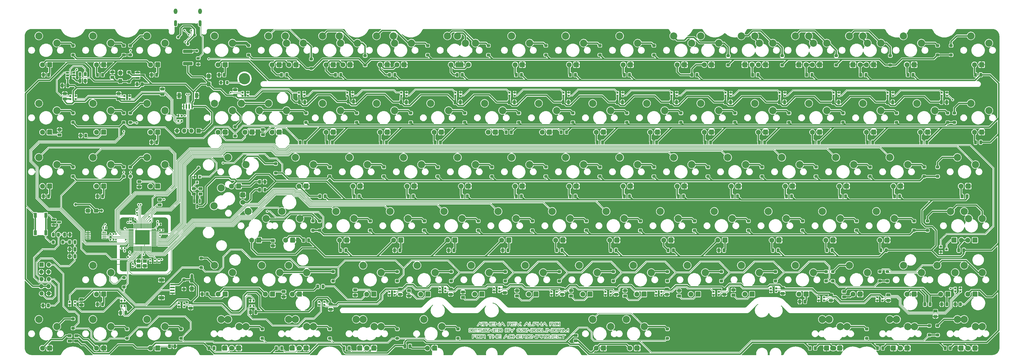
<source format=gbr>
%TF.GenerationSoftware,KiCad,Pcbnew,(6.0.0-0)*%
%TF.CreationDate,2022-01-01T21:21:08+01:00*%
%TF.ProjectId,athena,61746865-6e61-42e6-9b69-6361645f7063,V1.0.6*%
%TF.SameCoordinates,PX15cf7a1dPY4fa0663*%
%TF.FileFunction,Copper,L1,Top*%
%TF.FilePolarity,Positive*%
%FSLAX46Y46*%
G04 Gerber Fmt 4.6, Leading zero omitted, Abs format (unit mm)*
G04 Created by KiCad (PCBNEW (6.0.0-0)) date 2022-01-01 21:21:08*
%MOMM*%
%LPD*%
G01*
G04 APERTURE LIST*
G04 Aperture macros list*
%AMRoundRect*
0 Rectangle with rounded corners*
0 $1 Rounding radius*
0 $2 $3 $4 $5 $6 $7 $8 $9 X,Y pos of 4 corners*
0 Add a 4 corners polygon primitive as box body*
4,1,4,$2,$3,$4,$5,$6,$7,$8,$9,$2,$3,0*
0 Add four circle primitives for the rounded corners*
1,1,$1+$1,$2,$3*
1,1,$1+$1,$4,$5*
1,1,$1+$1,$6,$7*
1,1,$1+$1,$8,$9*
0 Add four rect primitives between the rounded corners*
20,1,$1+$1,$2,$3,$4,$5,0*
20,1,$1+$1,$4,$5,$6,$7,0*
20,1,$1+$1,$6,$7,$8,$9,0*
20,1,$1+$1,$8,$9,$2,$3,0*%
G04 Aperture macros list end*
%TA.AperFunction,SMDPad,CuDef*%
%ADD10RoundRect,0.250000X0.350000X-0.250000X0.350000X0.250000X-0.350000X0.250000X-0.350000X-0.250000X0*%
%TD*%
%TA.AperFunction,ComponentPad*%
%ADD11C,2.540000*%
%TD*%
%TA.AperFunction,SMDPad,CuDef*%
%ADD12RoundRect,0.175000X-0.175000X-0.175000X0.175000X-0.175000X0.175000X0.175000X-0.175000X0.175000X0*%
%TD*%
%TA.AperFunction,SMDPad,CuDef*%
%ADD13R,0.700000X0.700000*%
%TD*%
%TA.AperFunction,SMDPad,CuDef*%
%ADD14RoundRect,0.250000X0.250000X0.350000X-0.250000X0.350000X-0.250000X-0.350000X0.250000X-0.350000X0*%
%TD*%
%TA.AperFunction,SMDPad,CuDef*%
%ADD15R,1.550000X0.600000*%
%TD*%
%TA.AperFunction,ComponentPad*%
%ADD16C,0.400000*%
%TD*%
%TA.AperFunction,SMDPad,CuDef*%
%ADD17R,1.800000X1.200000*%
%TD*%
%TA.AperFunction,SMDPad,CuDef*%
%ADD18RoundRect,0.250000X0.475000X-0.250000X0.475000X0.250000X-0.475000X0.250000X-0.475000X-0.250000X0*%
%TD*%
%TA.AperFunction,SMDPad,CuDef*%
%ADD19RoundRect,0.250000X0.262500X0.450000X-0.262500X0.450000X-0.262500X-0.450000X0.262500X-0.450000X0*%
%TD*%
%TA.AperFunction,ComponentPad*%
%ADD20C,1.778000*%
%TD*%
%TA.AperFunction,ComponentPad*%
%ADD21RoundRect,0.177800X-0.711200X-0.711200X0.711200X-0.711200X0.711200X0.711200X-0.711200X0.711200X0*%
%TD*%
%TA.AperFunction,SMDPad,CuDef*%
%ADD22RoundRect,0.250000X-0.262500X-0.450000X0.262500X-0.450000X0.262500X0.450000X-0.262500X0.450000X0*%
%TD*%
%TA.AperFunction,SMDPad,CuDef*%
%ADD23RoundRect,0.250000X-0.350000X0.250000X-0.350000X-0.250000X0.350000X-0.250000X0.350000X0.250000X0*%
%TD*%
%TA.AperFunction,SMDPad,CuDef*%
%ADD24RoundRect,0.250000X-0.475000X0.250000X-0.475000X-0.250000X0.475000X-0.250000X0.475000X0.250000X0*%
%TD*%
%TA.AperFunction,SMDPad,CuDef*%
%ADD25RoundRect,0.250000X-0.250000X-0.475000X0.250000X-0.475000X0.250000X0.475000X-0.250000X0.475000X0*%
%TD*%
%TA.AperFunction,ComponentPad*%
%ADD26RoundRect,0.177800X0.711200X0.711200X-0.711200X0.711200X-0.711200X-0.711200X0.711200X-0.711200X0*%
%TD*%
%TA.AperFunction,SMDPad,CuDef*%
%ADD27RoundRect,0.250000X-0.450000X0.262500X-0.450000X-0.262500X0.450000X-0.262500X0.450000X0.262500X0*%
%TD*%
%TA.AperFunction,SMDPad,CuDef*%
%ADD28RoundRect,0.150000X-0.150000X0.587500X-0.150000X-0.587500X0.150000X-0.587500X0.150000X0.587500X0*%
%TD*%
%TA.AperFunction,SMDPad,CuDef*%
%ADD29RoundRect,0.175000X0.175000X0.175000X-0.175000X0.175000X-0.175000X-0.175000X0.175000X-0.175000X0*%
%TD*%
%TA.AperFunction,SMDPad,CuDef*%
%ADD30R,1.100000X1.800000*%
%TD*%
%TA.AperFunction,SMDPad,CuDef*%
%ADD31RoundRect,0.175000X0.175000X-0.175000X0.175000X0.175000X-0.175000X0.175000X-0.175000X-0.175000X0*%
%TD*%
%TA.AperFunction,SMDPad,CuDef*%
%ADD32RoundRect,0.250000X0.450000X-0.262500X0.450000X0.262500X-0.450000X0.262500X-0.450000X-0.262500X0*%
%TD*%
%TA.AperFunction,ComponentPad*%
%ADD33R,1.524000X1.524000*%
%TD*%
%TA.AperFunction,ComponentPad*%
%ADD34O,1.524000X1.524000*%
%TD*%
%TA.AperFunction,SMDPad,CuDef*%
%ADD35RoundRect,0.250000X0.425000X-0.537500X0.425000X0.537500X-0.425000X0.537500X-0.425000X-0.537500X0*%
%TD*%
%TA.AperFunction,SMDPad,CuDef*%
%ADD36RoundRect,0.135000X0.185000X-0.135000X0.185000X0.135000X-0.185000X0.135000X-0.185000X-0.135000X0*%
%TD*%
%TA.AperFunction,SMDPad,CuDef*%
%ADD37RoundRect,0.250000X0.537500X0.425000X-0.537500X0.425000X-0.537500X-0.425000X0.537500X-0.425000X0*%
%TD*%
%TA.AperFunction,SMDPad,CuDef*%
%ADD38R,0.600000X1.550000*%
%TD*%
%TA.AperFunction,SMDPad,CuDef*%
%ADD39R,1.200000X1.800000*%
%TD*%
%TA.AperFunction,SMDPad,CuDef*%
%ADD40R,1.400000X1.200000*%
%TD*%
%TA.AperFunction,SMDPad,CuDef*%
%ADD41RoundRect,0.140000X-0.170000X0.140000X-0.170000X-0.140000X0.170000X-0.140000X0.170000X0.140000X0*%
%TD*%
%TA.AperFunction,SMDPad,CuDef*%
%ADD42RoundRect,0.140000X0.140000X0.170000X-0.140000X0.170000X-0.140000X-0.170000X0.140000X-0.170000X0*%
%TD*%
%TA.AperFunction,SMDPad,CuDef*%
%ADD43RoundRect,0.250000X1.450000X-0.312500X1.450000X0.312500X-1.450000X0.312500X-1.450000X-0.312500X0*%
%TD*%
%TA.AperFunction,SMDPad,CuDef*%
%ADD44RoundRect,0.250000X0.250000X0.475000X-0.250000X0.475000X-0.250000X-0.475000X0.250000X-0.475000X0*%
%TD*%
%TA.AperFunction,SMDPad,CuDef*%
%ADD45RoundRect,0.150000X0.000000X-0.750000X0.000000X0.750000X0.000000X0.750000X0.000000X-0.750000X0*%
%TD*%
%TA.AperFunction,SMDPad,CuDef*%
%ADD46R,0.300000X1.800000*%
%TD*%
%TA.AperFunction,SMDPad,CuDef*%
%ADD47R,1.800000X0.300000*%
%TD*%
%TA.AperFunction,ComponentPad*%
%ADD48C,0.600000*%
%TD*%
%TA.AperFunction,SMDPad,CuDef*%
%ADD49R,5.200000X5.200000*%
%TD*%
%TA.AperFunction,ComponentPad*%
%ADD50O,4.500000X8.500000*%
%TD*%
%TA.AperFunction,SMDPad,CuDef*%
%ADD51RoundRect,0.200000X-0.537500X0.000000X0.537500X0.000000X0.537500X0.000000X-0.537500X0.000000X0*%
%TD*%
%TA.AperFunction,SMDPad,CuDef*%
%ADD52R,1.475000X0.400000*%
%TD*%
%TA.AperFunction,SMDPad,CuDef*%
%ADD53R,0.800000X0.900000*%
%TD*%
%TA.AperFunction,SMDPad,CuDef*%
%ADD54RoundRect,0.218750X-0.218750X-0.381250X0.218750X-0.381250X0.218750X0.381250X-0.218750X0.381250X0*%
%TD*%
%TA.AperFunction,ComponentPad*%
%ADD55RoundRect,0.177800X0.711200X-0.711200X0.711200X0.711200X-0.711200X0.711200X-0.711200X-0.711200X0*%
%TD*%
%TA.AperFunction,SMDPad,CuDef*%
%ADD56RoundRect,0.150000X-0.587500X-0.150000X0.587500X-0.150000X0.587500X0.150000X-0.587500X0.150000X0*%
%TD*%
%TA.AperFunction,SMDPad,CuDef*%
%ADD57RoundRect,0.250000X-0.425000X0.537500X-0.425000X-0.537500X0.425000X-0.537500X0.425000X0.537500X0*%
%TD*%
%TA.AperFunction,SMDPad,CuDef*%
%ADD58RoundRect,0.325000X0.205000X0.000000X-0.205000X0.000000X-0.205000X0.000000X0.205000X0.000000X0*%
%TD*%
%TA.AperFunction,SMDPad,CuDef*%
%ADD59R,1.060000X0.650000*%
%TD*%
%TA.AperFunction,SMDPad,CuDef*%
%ADD60RoundRect,0.218750X0.381250X-0.218750X0.381250X0.218750X-0.381250X0.218750X-0.381250X-0.218750X0*%
%TD*%
%TA.AperFunction,SMDPad,CuDef*%
%ADD61RoundRect,0.140000X-0.021213X0.219203X-0.219203X0.021213X0.021213X-0.219203X0.219203X-0.021213X0*%
%TD*%
%TA.AperFunction,SMDPad,CuDef*%
%ADD62RoundRect,0.135000X0.135000X0.185000X-0.135000X0.185000X-0.135000X-0.185000X0.135000X-0.185000X0*%
%TD*%
%TA.AperFunction,SMDPad,CuDef*%
%ADD63R,0.900000X0.800000*%
%TD*%
%TA.AperFunction,ComponentPad*%
%ADD64C,4.000000*%
%TD*%
%TA.AperFunction,ComponentPad*%
%ADD65O,1.300000X1.900000*%
%TD*%
%TA.AperFunction,ComponentPad*%
%ADD66O,1.100000X2.200000*%
%TD*%
%TA.AperFunction,ViaPad*%
%ADD67C,0.600000*%
%TD*%
%TA.AperFunction,ViaPad*%
%ADD68C,1.000000*%
%TD*%
%TA.AperFunction,ViaPad*%
%ADD69C,1.016000*%
%TD*%
%TA.AperFunction,Conductor*%
%ADD70C,0.200000*%
%TD*%
%TA.AperFunction,Conductor*%
%ADD71C,0.500000*%
%TD*%
%TA.AperFunction,Conductor*%
%ADD72C,1.000000*%
%TD*%
G04 APERTURE END LIST*
%TO.C,GR6*%
G36*
X215603871Y-182921015D02*
G01*
X215491479Y-182921015D01*
X215246625Y-182742220D01*
X215201615Y-182709355D01*
X215149709Y-182671458D01*
X215092221Y-182629486D01*
X215030462Y-182584398D01*
X214965746Y-182537153D01*
X214899384Y-182488708D01*
X214832691Y-182440022D01*
X214766978Y-182392054D01*
X214703558Y-182345761D01*
X214653949Y-182309551D01*
X214599836Y-182270051D01*
X214547083Y-182231538D01*
X214496410Y-182194537D01*
X214448535Y-182159574D01*
X214404178Y-182127175D01*
X214364059Y-182097865D01*
X214328897Y-182072170D01*
X214299411Y-182050615D01*
X214276321Y-182033725D01*
X214260346Y-182022027D01*
X214255089Y-182018169D01*
X214204051Y-181980663D01*
X214202754Y-182450839D01*
X214201458Y-182921015D01*
X214003351Y-182921015D01*
X214003351Y-181711733D01*
X214103701Y-181711933D01*
X214204051Y-181712132D01*
X214802448Y-182159062D01*
X214871594Y-182210694D01*
X214938512Y-182260638D01*
X215002749Y-182308557D01*
X215063853Y-182354117D01*
X215121374Y-182396980D01*
X215174858Y-182436811D01*
X215223854Y-182473274D01*
X215267911Y-182506032D01*
X215306577Y-182534750D01*
X215339400Y-182559091D01*
X215365928Y-182578720D01*
X215385710Y-182593300D01*
X215398293Y-182602496D01*
X215403226Y-182605971D01*
X215403278Y-182605992D01*
X215403639Y-182601032D01*
X215403985Y-182586635D01*
X215404310Y-182563526D01*
X215404611Y-182532431D01*
X215404884Y-182494074D01*
X215405125Y-182449181D01*
X215405330Y-182398477D01*
X215405495Y-182342686D01*
X215405616Y-182282535D01*
X215405689Y-182218749D01*
X215405711Y-182158862D01*
X215405711Y-181711733D01*
X215603871Y-181711733D01*
X215603871Y-182921015D01*
G37*
G36*
X201280546Y-181984838D02*
G01*
X201326866Y-182027658D01*
X201371105Y-182068442D01*
X201412687Y-182106666D01*
X201451037Y-182141807D01*
X201485580Y-182173341D01*
X201515739Y-182200744D01*
X201540940Y-182223492D01*
X201560607Y-182241062D01*
X201574165Y-182252930D01*
X201581039Y-182258572D01*
X201581733Y-182258977D01*
X201586333Y-182255760D01*
X201597784Y-182246124D01*
X201615512Y-182230590D01*
X201638945Y-182209678D01*
X201667508Y-182183907D01*
X201700629Y-182153798D01*
X201737733Y-182119872D01*
X201778248Y-182082647D01*
X201821599Y-182042645D01*
X201867215Y-182000384D01*
X201882587Y-181986106D01*
X202177285Y-181712200D01*
X202321446Y-181711966D01*
X202363691Y-181711949D01*
X202396782Y-181712084D01*
X202421726Y-181712426D01*
X202439530Y-181713028D01*
X202451201Y-181713943D01*
X202457747Y-181715224D01*
X202460174Y-181716925D01*
X202459491Y-181719098D01*
X202459355Y-181719266D01*
X202454836Y-181723711D01*
X202443381Y-181734604D01*
X202425495Y-181751473D01*
X202401684Y-181773844D01*
X202372452Y-181801246D01*
X202338304Y-181833205D01*
X202299746Y-181869250D01*
X202257283Y-181908907D01*
X202211420Y-181951704D01*
X202162662Y-181997169D01*
X202111514Y-182044828D01*
X202075116Y-182078725D01*
X201697129Y-182430650D01*
X201697129Y-182921015D01*
X201468484Y-182921015D01*
X201468484Y-182430390D01*
X201084659Y-182075321D01*
X201031760Y-182026368D01*
X200980969Y-181979331D01*
X200932781Y-181934672D01*
X200887695Y-181892853D01*
X200846207Y-181854338D01*
X200808815Y-181819587D01*
X200776015Y-181789064D01*
X200748306Y-181763230D01*
X200726183Y-181742548D01*
X200710145Y-181727479D01*
X200700688Y-181718487D01*
X200698202Y-181715992D01*
X200702377Y-181714901D01*
X200715472Y-181713914D01*
X200736242Y-181713067D01*
X200763446Y-181712397D01*
X200795841Y-181711943D01*
X200832183Y-181711740D01*
X200840542Y-181711733D01*
X200985514Y-181711733D01*
X201280546Y-181984838D01*
G37*
G36*
X219766425Y-181712902D02*
G01*
X219874328Y-181714274D01*
X220227996Y-182200996D01*
X220273517Y-182263628D01*
X220317412Y-182323995D01*
X220359308Y-182381583D01*
X220398830Y-182435881D01*
X220435605Y-182486376D01*
X220469259Y-182532556D01*
X220499420Y-182573908D01*
X220525713Y-182609921D01*
X220547764Y-182640082D01*
X220565201Y-182663878D01*
X220577649Y-182680798D01*
X220584735Y-182690329D01*
X220586276Y-182692308D01*
X220589875Y-182688917D01*
X220599123Y-182677607D01*
X220613761Y-182658731D01*
X220633531Y-182632638D01*
X220658175Y-182599678D01*
X220687433Y-182560202D01*
X220721046Y-182514560D01*
X220758756Y-182463102D01*
X220800304Y-182406180D01*
X220845432Y-182344143D01*
X220893879Y-182277341D01*
X220945389Y-182206126D01*
X220946559Y-182204505D01*
X221302230Y-181712113D01*
X221402581Y-181711923D01*
X221502931Y-181711733D01*
X221502931Y-182921015D01*
X221289586Y-182921015D01*
X221288287Y-182499334D01*
X221286987Y-182077652D01*
X220981888Y-182498063D01*
X220676788Y-182918474D01*
X220580487Y-182919625D01*
X220484187Y-182920775D01*
X220419031Y-182830707D01*
X220405469Y-182811996D01*
X220386543Y-182785936D01*
X220362879Y-182753387D01*
X220335102Y-182715208D01*
X220303838Y-182672260D01*
X220269713Y-182625401D01*
X220233354Y-182575493D01*
X220195385Y-182523393D01*
X220156434Y-182469963D01*
X220117126Y-182416061D01*
X220114170Y-182412008D01*
X219874465Y-182083377D01*
X219873165Y-182502196D01*
X219871866Y-182921015D01*
X219658522Y-182921015D01*
X219658522Y-181711531D01*
X219766425Y-181712902D01*
G37*
G36*
X205965027Y-183912568D02*
G01*
X206037876Y-183912764D01*
X206101250Y-183913101D01*
X206155033Y-183913578D01*
X206199105Y-183914195D01*
X206233352Y-183914950D01*
X206257653Y-183915843D01*
X206270371Y-183916707D01*
X206335598Y-183926607D01*
X206392679Y-183942454D01*
X206441792Y-183964370D01*
X206483120Y-183992478D01*
X206516843Y-184026901D01*
X206543141Y-184067761D01*
X206562157Y-184115054D01*
X206566719Y-184136189D01*
X206570218Y-184166458D01*
X206572694Y-184206271D01*
X206573386Y-184224296D01*
X206573970Y-184276960D01*
X206571772Y-184321531D01*
X206566546Y-184359754D01*
X206558043Y-184393377D01*
X206546017Y-184424146D01*
X206544664Y-184427023D01*
X206520587Y-184465917D01*
X206488161Y-184500135D01*
X206448350Y-184529067D01*
X206402118Y-184552105D01*
X206350428Y-184568640D01*
X206308152Y-184576475D01*
X206292300Y-184579297D01*
X206281648Y-184582626D01*
X206278659Y-184585301D01*
X206281141Y-184590556D01*
X206287941Y-184604001D01*
X206298644Y-184624837D01*
X206312833Y-184652263D01*
X206330092Y-184685477D01*
X206350006Y-184723680D01*
X206372158Y-184766070D01*
X206396133Y-184811847D01*
X206419658Y-184856677D01*
X206444905Y-184904769D01*
X206468689Y-184950126D01*
X206490599Y-184991957D01*
X206510224Y-185029476D01*
X206527151Y-185061893D01*
X206540969Y-185088422D01*
X206551266Y-185108273D01*
X206557632Y-185120659D01*
X206559662Y-185124791D01*
X206554812Y-185125172D01*
X206541186Y-185125410D01*
X206520167Y-185125501D01*
X206493141Y-185125444D01*
X206461491Y-185125236D01*
X206437024Y-185124996D01*
X206314386Y-185123635D01*
X206172976Y-184854342D01*
X206031566Y-184585048D01*
X205713882Y-184583739D01*
X205396198Y-184582431D01*
X205394884Y-184853033D01*
X205393569Y-185123635D01*
X205280394Y-185125003D01*
X205241732Y-185125341D01*
X205212199Y-185125273D01*
X205190768Y-185124753D01*
X205176410Y-185123737D01*
X205168100Y-185122178D01*
X205164810Y-185120032D01*
X205164764Y-185119922D01*
X205164458Y-185114103D01*
X205164185Y-185098757D01*
X205163946Y-185074520D01*
X205163743Y-185042026D01*
X205163575Y-185001911D01*
X205163445Y-184954810D01*
X205163354Y-184901359D01*
X205163302Y-184842192D01*
X205163292Y-184777946D01*
X205163324Y-184709254D01*
X205163400Y-184636752D01*
X205163520Y-184561077D01*
X205163615Y-184513913D01*
X205163853Y-184405001D01*
X205396109Y-184405001D01*
X205824185Y-184403405D01*
X205902800Y-184403086D01*
X205971855Y-184402742D01*
X206031953Y-184402363D01*
X206083694Y-184401937D01*
X206127682Y-184401453D01*
X206164519Y-184400898D01*
X206194806Y-184400262D01*
X206219145Y-184399533D01*
X206238140Y-184398699D01*
X206252391Y-184397749D01*
X206262501Y-184396671D01*
X206269072Y-184395454D01*
X206271118Y-184394827D01*
X206293473Y-184383372D01*
X206313939Y-184367312D01*
X206329325Y-184349397D01*
X206334188Y-184340432D01*
X206337372Y-184328260D01*
X206339536Y-184308885D01*
X206340752Y-184281319D01*
X206341095Y-184246053D01*
X206340601Y-184209687D01*
X206338787Y-184181794D01*
X206335018Y-184160708D01*
X206328660Y-184144765D01*
X206319078Y-184132298D01*
X206305639Y-184121642D01*
X206290252Y-184112513D01*
X206262423Y-184097270D01*
X205829266Y-184095863D01*
X205396109Y-184094455D01*
X205396109Y-184405001D01*
X205163853Y-184405001D01*
X205164530Y-184094455D01*
X205164923Y-183914354D01*
X205690808Y-183912834D01*
X205791376Y-183912602D01*
X205882822Y-183912514D01*
X205965027Y-183912568D01*
G37*
G36*
X197260132Y-181711747D02*
G01*
X197366487Y-181711800D01*
X197463496Y-181711952D01*
X197551073Y-181712203D01*
X197629133Y-181712552D01*
X197697590Y-181712999D01*
X197756358Y-181713542D01*
X197805354Y-181714181D01*
X197844491Y-181714915D01*
X197873683Y-181715743D01*
X197892847Y-181716665D01*
X197899070Y-181717211D01*
X197965113Y-181727976D01*
X198022573Y-181743694D01*
X198071920Y-181764701D01*
X198113625Y-181791335D01*
X198148156Y-181823932D01*
X198175985Y-181862828D01*
X198197581Y-181908360D01*
X198207458Y-181938017D01*
X198209766Y-181946110D01*
X198211749Y-181953799D01*
X198213432Y-181961885D01*
X198214840Y-181971169D01*
X198215996Y-181982455D01*
X198216926Y-181996543D01*
X198217654Y-182014237D01*
X198218205Y-182036337D01*
X198218603Y-182063647D01*
X198218874Y-182096967D01*
X198219042Y-182137100D01*
X198219131Y-182184848D01*
X198219167Y-182241013D01*
X198219174Y-182306398D01*
X198219174Y-182318914D01*
X198219173Y-182388901D01*
X198219127Y-182449539D01*
X198218974Y-182501641D01*
X198218650Y-182546020D01*
X198218093Y-182583489D01*
X198217240Y-182614860D01*
X198216028Y-182640948D01*
X198214394Y-182662565D01*
X198212274Y-182680524D01*
X198209607Y-182695638D01*
X198206328Y-182708721D01*
X198202376Y-182720584D01*
X198197687Y-182732041D01*
X198192198Y-182743906D01*
X198185846Y-182756990D01*
X198185149Y-182758422D01*
X198161956Y-182795054D01*
X198130252Y-182828319D01*
X198091415Y-182857200D01*
X198046820Y-182880684D01*
X197997844Y-182897752D01*
X197995609Y-182898340D01*
X197982662Y-182901627D01*
X197970100Y-182904577D01*
X197957330Y-182907209D01*
X197943759Y-182909541D01*
X197928794Y-182911591D01*
X197911841Y-182913377D01*
X197892308Y-182914918D01*
X197869601Y-182916232D01*
X197843128Y-182917337D01*
X197812295Y-182918251D01*
X197776508Y-182918993D01*
X197735176Y-182919581D01*
X197687704Y-182920033D01*
X197633500Y-182920368D01*
X197571970Y-182920603D01*
X197502521Y-182920758D01*
X197424561Y-182920850D01*
X197337495Y-182920898D01*
X197262673Y-182920916D01*
X196666923Y-182921015D01*
X196666923Y-182743655D01*
X196895569Y-182743655D01*
X197379536Y-182741873D01*
X197461901Y-182741553D01*
X197534718Y-182741229D01*
X197598600Y-182740889D01*
X197654161Y-182740522D01*
X197702015Y-182740115D01*
X197742775Y-182739658D01*
X197777055Y-182739138D01*
X197805470Y-182738545D01*
X197828632Y-182737865D01*
X197847155Y-182737088D01*
X197861653Y-182736202D01*
X197872740Y-182735196D01*
X197881029Y-182734057D01*
X197887134Y-182732775D01*
X197889142Y-182732206D01*
X197924237Y-182718506D01*
X197950693Y-182701227D01*
X197969697Y-182679370D01*
X197981522Y-182654646D01*
X197983384Y-182648667D01*
X197984972Y-182641681D01*
X197986308Y-182632879D01*
X197987413Y-182621455D01*
X197988309Y-182606598D01*
X197989017Y-182587501D01*
X197989559Y-182563356D01*
X197989956Y-182533355D01*
X197990229Y-182496689D01*
X197990401Y-182452551D01*
X197990493Y-182400131D01*
X197990526Y-182338622D01*
X197990528Y-182316374D01*
X197990528Y-182003891D01*
X197978768Y-181974775D01*
X197965365Y-181949365D01*
X197947296Y-181929510D01*
X197923308Y-181914458D01*
X197892148Y-181903457D01*
X197852564Y-181895754D01*
X197845719Y-181894823D01*
X197834396Y-181894021D01*
X197813579Y-181893265D01*
X197783938Y-181892564D01*
X197746141Y-181891924D01*
X197700856Y-181891351D01*
X197648754Y-181890854D01*
X197590502Y-181890438D01*
X197526768Y-181890110D01*
X197458223Y-181889878D01*
X197385534Y-181889749D01*
X197351590Y-181889725D01*
X196895569Y-181889569D01*
X196895569Y-182743655D01*
X196666923Y-182743655D01*
X196666923Y-181711733D01*
X197260132Y-181711747D01*
G37*
G36*
X215822355Y-184406145D02*
G01*
X215822358Y-184490849D01*
X215822345Y-184566020D01*
X215822281Y-184632289D01*
X215822132Y-184690285D01*
X215821862Y-184740636D01*
X215821438Y-184783974D01*
X215820824Y-184820927D01*
X215819987Y-184852125D01*
X215818892Y-184878197D01*
X215817503Y-184899774D01*
X215815787Y-184917485D01*
X215813709Y-184931958D01*
X215811234Y-184943825D01*
X215808328Y-184953714D01*
X215804956Y-184962255D01*
X215801083Y-184970077D01*
X215796676Y-184977811D01*
X215791699Y-184986085D01*
X215790383Y-184988276D01*
X215763077Y-185024462D01*
X215727829Y-185054934D01*
X215684506Y-185079753D01*
X215632977Y-185098980D01*
X215573113Y-185112673D01*
X215504782Y-185120895D01*
X215502250Y-185121084D01*
X215481279Y-185122274D01*
X215453916Y-185123315D01*
X215421505Y-185124199D01*
X215385388Y-185124921D01*
X215346910Y-185125476D01*
X215307414Y-185125856D01*
X215268244Y-185126057D01*
X215230742Y-185126072D01*
X215196253Y-185125895D01*
X215166120Y-185125521D01*
X215141686Y-185124944D01*
X215124295Y-185124157D01*
X215115290Y-185123155D01*
X215114400Y-185122789D01*
X215113294Y-185116834D01*
X215112339Y-185102436D01*
X215111599Y-185081314D01*
X215111138Y-185055186D01*
X215111012Y-185031330D01*
X215111012Y-184943259D01*
X215298316Y-184943259D01*
X215353361Y-184943154D01*
X215399284Y-184942788D01*
X215437125Y-184942082D01*
X215467925Y-184940958D01*
X215492721Y-184939339D01*
X215512554Y-184937146D01*
X215528462Y-184934301D01*
X215541486Y-184930727D01*
X215552664Y-184926346D01*
X215557985Y-184923777D01*
X215563815Y-184920980D01*
X215568976Y-184918498D01*
X215573508Y-184915728D01*
X215577451Y-184912068D01*
X215580848Y-184906917D01*
X215583737Y-184899673D01*
X215586160Y-184889732D01*
X215588158Y-184876493D01*
X215589771Y-184859355D01*
X215591040Y-184837714D01*
X215592007Y-184810969D01*
X215592710Y-184778517D01*
X215593192Y-184739757D01*
X215593494Y-184694087D01*
X215593654Y-184640903D01*
X215593716Y-184579605D01*
X215593718Y-184509590D01*
X215593703Y-184430256D01*
X215593701Y-184395780D01*
X215593709Y-183911813D01*
X215822355Y-183911813D01*
X215822355Y-184406145D01*
G37*
G36*
X210404743Y-181897600D02*
G01*
X210426361Y-181852662D01*
X210454701Y-181814325D01*
X210490264Y-181782179D01*
X210533553Y-181755814D01*
X210585068Y-181734819D01*
X210614436Y-181726110D01*
X210621758Y-181724197D01*
X210628851Y-181722508D01*
X210636373Y-181721028D01*
X210644979Y-181719738D01*
X210655324Y-181718623D01*
X210668066Y-181717667D01*
X210683859Y-181716852D01*
X210703359Y-181716163D01*
X210727223Y-181715584D01*
X210756105Y-181715097D01*
X210790663Y-181714686D01*
X210831551Y-181714336D01*
X210879426Y-181714029D01*
X210934943Y-181713749D01*
X210998759Y-181713481D01*
X211071529Y-181713206D01*
X211140198Y-181712959D01*
X211225171Y-181712672D01*
X211300646Y-181712470D01*
X211367288Y-181712370D01*
X211425761Y-181712392D01*
X211476729Y-181712554D01*
X211520857Y-181712875D01*
X211558809Y-181713373D01*
X211591249Y-181714069D01*
X211618841Y-181714979D01*
X211642250Y-181716124D01*
X211662140Y-181717521D01*
X211679175Y-181719191D01*
X211694019Y-181721150D01*
X211707338Y-181723419D01*
X211719794Y-181726016D01*
X211732053Y-181728959D01*
X211735250Y-181729774D01*
X211787738Y-181747800D01*
X211833844Y-181773017D01*
X211873020Y-181804903D01*
X211904717Y-181842937D01*
X211928386Y-181886599D01*
X211941149Y-181925136D01*
X211942614Y-181936266D01*
X211943922Y-181956527D01*
X211945074Y-181984890D01*
X211946070Y-182020325D01*
X211946909Y-182061802D01*
X211947592Y-182108292D01*
X211948119Y-182158765D01*
X211948489Y-182212191D01*
X211948703Y-182267542D01*
X211948761Y-182323786D01*
X211948662Y-182379895D01*
X211948407Y-182434839D01*
X211947996Y-182487588D01*
X211947428Y-182537113D01*
X211946704Y-182582384D01*
X211945823Y-182622372D01*
X211944786Y-182656046D01*
X211943593Y-182682378D01*
X211942243Y-182700337D01*
X211941149Y-182707612D01*
X211924324Y-182756195D01*
X211899482Y-182798568D01*
X211866611Y-182834739D01*
X211825700Y-182864718D01*
X211776739Y-182888513D01*
X211719716Y-182906131D01*
X211668624Y-182915736D01*
X211658092Y-182916500D01*
X211638293Y-182917194D01*
X211610122Y-182917816D01*
X211574472Y-182918368D01*
X211532239Y-182918850D01*
X211484317Y-182919261D01*
X211431601Y-182919601D01*
X211374984Y-182919870D01*
X211315363Y-182920069D01*
X211253630Y-182920198D01*
X211190681Y-182920256D01*
X211127411Y-182920243D01*
X211064714Y-182920160D01*
X211003484Y-182920006D01*
X210944616Y-182919782D01*
X210889005Y-182919487D01*
X210837545Y-182919122D01*
X210791131Y-182918686D01*
X210750657Y-182918180D01*
X210717018Y-182917604D01*
X210691108Y-182916957D01*
X210673823Y-182916240D01*
X210667521Y-182915721D01*
X210605143Y-182903721D01*
X210550418Y-182885036D01*
X210503346Y-182859666D01*
X210463927Y-182827610D01*
X210432161Y-182788869D01*
X210408046Y-182743441D01*
X210404743Y-182735148D01*
X210393289Y-182705072D01*
X210393289Y-182670247D01*
X210621934Y-182670247D01*
X210635572Y-182690854D01*
X210654711Y-182711098D01*
X210681560Y-182726794D01*
X210714301Y-182736925D01*
X210719650Y-182737908D01*
X210729754Y-182738739D01*
X210749075Y-182739488D01*
X210776668Y-182740155D01*
X210811588Y-182740741D01*
X210852891Y-182741245D01*
X210899631Y-182741667D01*
X210950864Y-182742008D01*
X211005645Y-182742268D01*
X211063029Y-182742446D01*
X211122072Y-182742544D01*
X211181828Y-182742560D01*
X211241353Y-182742495D01*
X211299701Y-182742348D01*
X211355929Y-182742121D01*
X211409091Y-182741813D01*
X211458242Y-182741424D01*
X211502438Y-182740955D01*
X211540733Y-182740404D01*
X211572184Y-182739773D01*
X211595845Y-182739061D01*
X211610771Y-182738269D01*
X211614616Y-182737850D01*
X211649921Y-182729198D01*
X211677306Y-182715673D01*
X211698113Y-182696587D01*
X211700086Y-182694082D01*
X211714353Y-182675377D01*
X211714353Y-181957371D01*
X211700086Y-181938666D01*
X211680017Y-181918968D01*
X211653489Y-181904770D01*
X211619071Y-181895314D01*
X211617989Y-181895112D01*
X211607673Y-181894158D01*
X211588142Y-181893291D01*
X211560346Y-181892511D01*
X211525232Y-181891819D01*
X211483748Y-181891216D01*
X211436842Y-181890702D01*
X211385462Y-181890278D01*
X211330555Y-181889944D01*
X211273071Y-181889702D01*
X211213957Y-181889552D01*
X211154160Y-181889494D01*
X211094629Y-181889529D01*
X211036312Y-181889658D01*
X210980156Y-181889881D01*
X210927109Y-181890200D01*
X210878121Y-181890614D01*
X210834137Y-181891124D01*
X210796107Y-181891732D01*
X210764978Y-181892437D01*
X210741699Y-181893240D01*
X210727216Y-181894143D01*
X210724243Y-181894507D01*
X210686981Y-181904082D01*
X210657827Y-181919200D01*
X210637073Y-181939706D01*
X210635572Y-181941893D01*
X210621934Y-181962501D01*
X210621934Y-182670247D01*
X210393289Y-182670247D01*
X210393289Y-181927676D01*
X210404743Y-181897600D01*
G37*
G36*
X205030133Y-182172843D02*
G01*
X205030705Y-182121374D01*
X205031459Y-182073720D01*
X205032394Y-182030948D01*
X205033510Y-181994127D01*
X205034805Y-181964325D01*
X205036281Y-181942612D01*
X205037830Y-181930538D01*
X205052844Y-181881829D01*
X205076147Y-181838989D01*
X205107723Y-181802034D01*
X205147551Y-181770983D01*
X205195613Y-181745854D01*
X205251891Y-181726663D01*
X205253841Y-181726144D01*
X205261161Y-181724239D01*
X205268256Y-181722556D01*
X205275779Y-181721080D01*
X205284383Y-181719794D01*
X205294723Y-181718681D01*
X205307451Y-181717727D01*
X205323221Y-181716913D01*
X205342687Y-181716225D01*
X205366503Y-181715645D01*
X205395321Y-181715159D01*
X205429796Y-181714749D01*
X205470581Y-181714399D01*
X205518329Y-181714093D01*
X205573695Y-181713815D01*
X205637331Y-181713549D01*
X205709891Y-181713278D01*
X205782839Y-181713019D01*
X205869107Y-181712725D01*
X205945871Y-181712506D01*
X206013787Y-181712393D01*
X206073514Y-181712417D01*
X206125709Y-181712607D01*
X206171029Y-181712993D01*
X206210131Y-181713607D01*
X206243674Y-181714478D01*
X206272314Y-181715636D01*
X206296709Y-181717113D01*
X206317516Y-181718937D01*
X206335394Y-181721140D01*
X206350998Y-181723751D01*
X206364987Y-181726801D01*
X206378018Y-181730321D01*
X206390748Y-181734340D01*
X206403836Y-181738888D01*
X206412500Y-181742018D01*
X206461464Y-181764613D01*
X206503030Y-181794018D01*
X206536991Y-181830027D01*
X206563135Y-181872432D01*
X206576084Y-181904050D01*
X206578286Y-181910700D01*
X206580189Y-181917218D01*
X206581818Y-181924369D01*
X206583199Y-181932917D01*
X206584358Y-181943628D01*
X206585318Y-181957267D01*
X206586107Y-181974600D01*
X206586749Y-181996392D01*
X206587269Y-182023407D01*
X206587694Y-182056412D01*
X206588048Y-182096172D01*
X206588357Y-182143452D01*
X206588645Y-182199016D01*
X206588940Y-182263631D01*
X206589082Y-182296050D01*
X206589362Y-182378673D01*
X206589437Y-182451268D01*
X206589305Y-182513967D01*
X206588965Y-182566900D01*
X206588416Y-182610199D01*
X206587656Y-182643997D01*
X206586684Y-182668425D01*
X206585499Y-182683613D01*
X206585099Y-182686405D01*
X206571781Y-182737691D01*
X206550588Y-182782592D01*
X206521455Y-182821183D01*
X206484320Y-182853537D01*
X206439117Y-182879730D01*
X206407393Y-182892771D01*
X206394390Y-182897336D01*
X206381953Y-182901380D01*
X206369413Y-182904933D01*
X206356102Y-182908027D01*
X206341351Y-182910692D01*
X206324490Y-182912958D01*
X206304851Y-182914856D01*
X206281764Y-182916418D01*
X206254561Y-182917672D01*
X206222572Y-182918651D01*
X206185130Y-182919384D01*
X206141564Y-182919903D01*
X206091206Y-182920237D01*
X206033387Y-182920418D01*
X205967437Y-182920476D01*
X205892689Y-182920442D01*
X205808473Y-182920347D01*
X205805131Y-182920342D01*
X205736255Y-182920205D01*
X205669702Y-182919981D01*
X205606249Y-182919679D01*
X205546679Y-182919307D01*
X205491769Y-182918871D01*
X205442301Y-182918380D01*
X205399054Y-182917842D01*
X205362807Y-182917264D01*
X205334342Y-182916655D01*
X205314436Y-182916021D01*
X205303871Y-182915371D01*
X205303582Y-182915336D01*
X205268763Y-182908818D01*
X205231297Y-182898397D01*
X205194626Y-182885264D01*
X205162191Y-182870613D01*
X205143454Y-182859834D01*
X205104741Y-182828704D01*
X205074135Y-182791466D01*
X205051721Y-182748246D01*
X205037582Y-182699173D01*
X205037548Y-182698996D01*
X205035914Y-182685108D01*
X205034466Y-182662212D01*
X205033204Y-182631375D01*
X205032127Y-182593666D01*
X205031234Y-182550154D01*
X205030527Y-182501908D01*
X205030003Y-182449995D01*
X205029663Y-182395486D01*
X205029507Y-182339447D01*
X205029533Y-182282948D01*
X205029734Y-182229126D01*
X205259769Y-182229126D01*
X205259962Y-182304440D01*
X205260052Y-182327598D01*
X205260341Y-182394395D01*
X205260621Y-182451788D01*
X205260919Y-182500535D01*
X205261259Y-182541395D01*
X205261665Y-182575126D01*
X205262163Y-182602486D01*
X205262777Y-182624233D01*
X205263532Y-182641125D01*
X205264453Y-182653921D01*
X205265565Y-182663378D01*
X205266892Y-182670256D01*
X205268459Y-182675311D01*
X205270291Y-182679303D01*
X205271624Y-182681668D01*
X205292281Y-182707027D01*
X205320111Y-182725205D01*
X205350710Y-182735281D01*
X205361568Y-182736521D01*
X205381640Y-182737667D01*
X205409980Y-182738714D01*
X205445641Y-182739662D01*
X205487675Y-182740507D01*
X205535135Y-182741248D01*
X205587076Y-182741881D01*
X205642548Y-182742404D01*
X205700606Y-182742815D01*
X205760303Y-182743112D01*
X205820691Y-182743291D01*
X205880824Y-182743351D01*
X205939753Y-182743288D01*
X205996534Y-182743101D01*
X206050217Y-182742787D01*
X206099858Y-182742343D01*
X206144507Y-182741768D01*
X206183219Y-182741058D01*
X206215046Y-182740211D01*
X206239041Y-182739225D01*
X206254258Y-182738098D01*
X206257517Y-182737636D01*
X206292498Y-182727767D01*
X206321052Y-182712662D01*
X206342100Y-182693094D01*
X206354561Y-182669833D01*
X206355153Y-182667843D01*
X206355876Y-182660218D01*
X206356521Y-182643470D01*
X206357088Y-182618635D01*
X206357578Y-182586751D01*
X206357990Y-182548856D01*
X206358324Y-182505987D01*
X206358580Y-182459183D01*
X206358758Y-182409480D01*
X206358859Y-182357916D01*
X206358882Y-182305529D01*
X206358827Y-182253356D01*
X206358694Y-182202436D01*
X206358483Y-182153805D01*
X206358195Y-182108502D01*
X206357829Y-182067563D01*
X206357385Y-182032028D01*
X206356863Y-182002932D01*
X206356263Y-181981314D01*
X206355586Y-181968212D01*
X206355153Y-181964905D01*
X206345701Y-181945816D01*
X206329543Y-181927102D01*
X206309689Y-181912113D01*
X206305722Y-181909949D01*
X206298333Y-181906396D01*
X206290526Y-181903272D01*
X206281642Y-181900551D01*
X206271020Y-181898209D01*
X206258003Y-181896221D01*
X206241930Y-181894564D01*
X206222142Y-181893212D01*
X206197980Y-181892140D01*
X206168784Y-181891326D01*
X206133896Y-181890743D01*
X206092655Y-181890367D01*
X206044403Y-181890175D01*
X205988480Y-181890140D01*
X205924227Y-181890240D01*
X205850985Y-181890449D01*
X205787348Y-181890671D01*
X205710552Y-181890963D01*
X205643251Y-181891250D01*
X205584776Y-181891549D01*
X205534459Y-181891873D01*
X205491632Y-181892241D01*
X205455629Y-181892666D01*
X205425779Y-181893166D01*
X205401417Y-181893755D01*
X205381873Y-181894450D01*
X205366481Y-181895266D01*
X205354571Y-181896219D01*
X205345476Y-181897325D01*
X205338529Y-181898599D01*
X205333061Y-181900057D01*
X205329017Y-181901477D01*
X205304918Y-181915075D01*
X205283933Y-181934850D01*
X205268818Y-181957873D01*
X205264136Y-181970369D01*
X205262886Y-181979795D01*
X205261848Y-181998110D01*
X205261019Y-182025489D01*
X205260400Y-182062105D01*
X205259986Y-182108134D01*
X205259776Y-182163749D01*
X205259769Y-182229126D01*
X205029734Y-182229126D01*
X205029742Y-182227057D01*
X205030133Y-182172843D01*
G37*
G36*
X211977295Y-179507745D02*
G01*
X212090348Y-179509112D01*
X212091639Y-180115024D01*
X212092930Y-180720935D01*
X211864243Y-180720935D01*
X211864243Y-180172185D01*
X210873445Y-180172185D01*
X210873445Y-180720935D01*
X210644799Y-180720935D01*
X210644799Y-179506572D01*
X210873445Y-179506572D01*
X210873445Y-179989269D01*
X211864243Y-179989269D01*
X211864243Y-179506378D01*
X211977295Y-179507745D01*
G37*
G36*
X212392669Y-182743179D02*
G01*
X213373305Y-182743179D01*
X213373305Y-182921015D01*
X212164023Y-182921015D01*
X212164023Y-181711733D01*
X212392669Y-181711733D01*
X212392669Y-182743179D01*
G37*
G36*
X194793299Y-179507822D02*
G01*
X195414453Y-179509112D01*
X195415840Y-179599301D01*
X195417228Y-179689489D01*
X194400790Y-179689489D01*
X194400790Y-179989269D01*
X195366418Y-179989269D01*
X195365030Y-180079457D01*
X195363643Y-180169645D01*
X194882216Y-180170941D01*
X194400790Y-180172237D01*
X194400790Y-180537969D01*
X194907622Y-180539264D01*
X195414453Y-180540559D01*
X195415840Y-180630747D01*
X195417228Y-180720935D01*
X194172144Y-180720935D01*
X194172144Y-179506532D01*
X194793299Y-179507822D01*
G37*
G36*
X213568924Y-180106662D02*
G01*
X213615638Y-180177418D01*
X213660844Y-180245899D01*
X213704220Y-180311621D01*
X213745449Y-180374100D01*
X213784209Y-180432851D01*
X213820183Y-180487390D01*
X213853049Y-180537232D01*
X213882490Y-180581893D01*
X213908185Y-180620888D01*
X213929815Y-180653732D01*
X213947060Y-180679941D01*
X213959602Y-180699031D01*
X213967120Y-180710517D01*
X213969306Y-180713911D01*
X213969205Y-180716095D01*
X213965380Y-180717788D01*
X213956798Y-180719050D01*
X213942426Y-180719936D01*
X213921230Y-180720507D01*
X213892177Y-180720819D01*
X213854233Y-180720931D01*
X213844154Y-180720935D01*
X213714938Y-180720935D01*
X213408662Y-180242049D01*
X213368078Y-180178596D01*
X213328966Y-180117455D01*
X213291684Y-180059180D01*
X213256585Y-180004328D01*
X213224026Y-179953452D01*
X213194361Y-179907107D01*
X213167945Y-179865848D01*
X213145133Y-179830230D01*
X213126281Y-179800807D01*
X213111744Y-179778135D01*
X213101877Y-179762767D01*
X213097035Y-179755259D01*
X213096639Y-179754657D01*
X213095041Y-179754405D01*
X213091953Y-179756731D01*
X213087094Y-179762053D01*
X213080182Y-179770788D01*
X213070936Y-179783354D01*
X213059075Y-179800168D01*
X213044318Y-179821648D01*
X213026382Y-179848212D01*
X213004986Y-179880277D01*
X212979850Y-179918261D01*
X212950691Y-179962582D01*
X212917228Y-180013656D01*
X212879180Y-180071902D01*
X212836266Y-180137737D01*
X212788204Y-180211579D01*
X212773917Y-180233543D01*
X212456942Y-180720935D01*
X212330807Y-180720935D01*
X212296212Y-180720833D01*
X212265242Y-180720548D01*
X212239260Y-180720106D01*
X212219632Y-180719538D01*
X212207723Y-180718871D01*
X212204671Y-180718295D01*
X212207432Y-180713829D01*
X212215503Y-180701378D01*
X212228569Y-180681419D01*
X212246315Y-180654429D01*
X212268425Y-180620886D01*
X212294584Y-180581266D01*
X212324475Y-180536047D01*
X212357784Y-180485706D01*
X212394194Y-180430719D01*
X212433391Y-180371566D01*
X212475058Y-180308721D01*
X212518880Y-180242664D01*
X212564542Y-180173870D01*
X212605373Y-180112384D01*
X213006075Y-179509112D01*
X213089340Y-179507775D01*
X213172605Y-179506437D01*
X213568924Y-180106662D01*
G37*
G36*
X198210882Y-179507797D02*
G01*
X198294047Y-179509112D01*
X198692308Y-180112403D01*
X198739065Y-180183249D01*
X198784262Y-180251768D01*
X198827585Y-180317480D01*
X198868720Y-180379908D01*
X198907352Y-180438573D01*
X198943167Y-180492997D01*
X198975849Y-180542700D01*
X199005085Y-180587205D01*
X199030559Y-180626033D01*
X199051958Y-180658705D01*
X199068967Y-180684744D01*
X199081272Y-180703670D01*
X199088557Y-180715004D01*
X199090568Y-180718314D01*
X199085713Y-180719023D01*
X199072049Y-180719651D01*
X199050931Y-180720172D01*
X199023713Y-180720559D01*
X198991747Y-180720785D01*
X198962272Y-180720831D01*
X198833977Y-180720728D01*
X198524035Y-180235630D01*
X198483306Y-180171950D01*
X198444073Y-180110734D01*
X198406684Y-180052518D01*
X198371487Y-179997842D01*
X198338832Y-179947242D01*
X198309067Y-179901255D01*
X198282540Y-179860419D01*
X198259601Y-179825272D01*
X198240598Y-179796351D01*
X198225879Y-179774194D01*
X198215794Y-179759337D01*
X198210692Y-179752319D01*
X198210139Y-179751815D01*
X198206904Y-179756159D01*
X198198491Y-179768488D01*
X198185252Y-179788266D01*
X198167542Y-179814954D01*
X198145715Y-179848014D01*
X198120122Y-179886908D01*
X198091119Y-179931097D01*
X198059057Y-179980043D01*
X198024292Y-180033209D01*
X197987176Y-180090056D01*
X197948063Y-180150046D01*
X197907305Y-180212641D01*
X197892275Y-180235746D01*
X197578366Y-180718394D01*
X197450068Y-180719752D01*
X197410219Y-180720105D01*
X197379477Y-180720183D01*
X197356790Y-180719936D01*
X197341106Y-180719315D01*
X197331374Y-180718272D01*
X197326540Y-180716757D01*
X197325554Y-180714721D01*
X197325884Y-180713944D01*
X197329134Y-180708938D01*
X197337691Y-180695952D01*
X197351232Y-180675471D01*
X197369437Y-180647977D01*
X197391986Y-180613953D01*
X197418558Y-180573883D01*
X197448832Y-180528251D01*
X197482488Y-180477538D01*
X197519204Y-180422229D01*
X197558662Y-180362808D01*
X197600538Y-180299756D01*
X197644514Y-180233557D01*
X197690268Y-180164695D01*
X197728856Y-180106630D01*
X198127716Y-179506482D01*
X198210882Y-179507797D01*
G37*
G36*
X215452711Y-179506584D02*
G01*
X215529802Y-179506638D01*
X215604099Y-179506790D01*
X215674874Y-179507035D01*
X215741400Y-179507366D01*
X215802949Y-179507777D01*
X215858794Y-179508261D01*
X215908209Y-179508812D01*
X215950464Y-179509423D01*
X215984834Y-179510089D01*
X216010592Y-179510802D01*
X216027009Y-179511557D01*
X216028418Y-179511657D01*
X216094454Y-179519601D01*
X216152105Y-179532801D01*
X216201778Y-179551410D01*
X216243878Y-179575586D01*
X216278811Y-179605482D01*
X216281650Y-179608493D01*
X216303274Y-179634412D01*
X216320182Y-179661097D01*
X216332846Y-179690164D01*
X216341738Y-179723230D01*
X216347331Y-179761909D01*
X216350097Y-179807818D01*
X216350604Y-179844460D01*
X216349368Y-179897882D01*
X216345393Y-179942873D01*
X216338273Y-179980890D01*
X216327605Y-180013393D01*
X216312984Y-180041839D01*
X216294006Y-180067686D01*
X216286353Y-180076289D01*
X216254148Y-180106252D01*
X216218129Y-180130242D01*
X216176622Y-180149097D01*
X216127952Y-180163656D01*
X216099526Y-180169755D01*
X216080549Y-180173581D01*
X216065819Y-180176918D01*
X216057862Y-180179181D01*
X216057194Y-180179541D01*
X216059115Y-180184287D01*
X216065377Y-180197230D01*
X216075575Y-180217580D01*
X216089305Y-180244550D01*
X216106159Y-180277351D01*
X216125735Y-180315193D01*
X216147625Y-180357288D01*
X216171426Y-180402848D01*
X216195323Y-180448404D01*
X216220606Y-180496556D01*
X216244425Y-180542010D01*
X216266366Y-180583973D01*
X216286019Y-180621654D01*
X216302972Y-180654259D01*
X216316811Y-180680996D01*
X216327125Y-180701072D01*
X216333501Y-180713696D01*
X216335537Y-180718058D01*
X216330688Y-180718861D01*
X216317069Y-180719578D01*
X216296070Y-180720176D01*
X216269085Y-180720621D01*
X216237503Y-180720881D01*
X216214116Y-180720935D01*
X216092694Y-180720935D01*
X215951394Y-180451641D01*
X215810095Y-180182347D01*
X215171984Y-180182347D01*
X215171984Y-180720935D01*
X214943339Y-180720935D01*
X214943339Y-179999706D01*
X215171984Y-179999706D01*
X215602601Y-179998298D01*
X216033217Y-179996890D01*
X216061622Y-179983569D01*
X216082667Y-179971796D01*
X216098441Y-179957876D01*
X216109608Y-179940280D01*
X216116833Y-179917480D01*
X216120782Y-179887948D01*
X216122118Y-179850156D01*
X216122134Y-179844460D01*
X216121094Y-179805461D01*
X216117529Y-179774925D01*
X216110775Y-179751323D01*
X216100167Y-179733126D01*
X216085041Y-179718807D01*
X216064731Y-179706838D01*
X216061622Y-179705350D01*
X216033217Y-179692029D01*
X215602601Y-179690621D01*
X215171984Y-179689213D01*
X215171984Y-179999706D01*
X214943339Y-179999706D01*
X214943339Y-179506572D01*
X215452711Y-179506584D01*
G37*
G36*
X197210592Y-180720935D02*
G01*
X197100065Y-180720935D01*
X196976223Y-180630442D01*
X196951180Y-180612147D01*
X196918937Y-180588599D01*
X196880505Y-180560536D01*
X196836894Y-180528695D01*
X196789113Y-180493812D01*
X196738172Y-180456626D01*
X196685080Y-180417873D01*
X196630849Y-180378291D01*
X196576486Y-180338616D01*
X196539898Y-180311915D01*
X196482917Y-180270329D01*
X196423021Y-180226610D01*
X196361541Y-180181727D01*
X196299806Y-180136654D01*
X196239148Y-180092362D01*
X196180898Y-180049822D01*
X196126385Y-180010005D01*
X196076940Y-179973885D01*
X196033894Y-179942431D01*
X196020188Y-179932413D01*
X195979746Y-179902887D01*
X195941821Y-179875262D01*
X195907194Y-179850104D01*
X195876651Y-179827979D01*
X195850973Y-179809453D01*
X195830945Y-179795093D01*
X195817350Y-179785465D01*
X195810972Y-179781135D01*
X195810596Y-179780947D01*
X195810253Y-179785910D01*
X195809925Y-179800328D01*
X195809616Y-179823493D01*
X195809328Y-179854699D01*
X195809067Y-179893237D01*
X195808834Y-179938401D01*
X195808634Y-179989483D01*
X195808470Y-180045776D01*
X195808346Y-180106573D01*
X195808266Y-180171166D01*
X195808232Y-180238849D01*
X195808232Y-180720935D01*
X195610072Y-180720935D01*
X195610072Y-179506572D01*
X195707882Y-179506769D01*
X195805691Y-179506967D01*
X196407792Y-179956599D01*
X197009892Y-180406232D01*
X197011190Y-179956402D01*
X197012487Y-179506572D01*
X197210592Y-179506572D01*
X197210592Y-180720935D01*
G37*
G36*
X204665547Y-179506673D02*
G01*
X204696698Y-179507008D01*
X204719565Y-179507625D01*
X204735087Y-179508574D01*
X204744201Y-179509903D01*
X204747845Y-179511661D01*
X204747807Y-179512923D01*
X204744630Y-179517842D01*
X204736175Y-179530759D01*
X204722759Y-179551190D01*
X204704703Y-179578651D01*
X204682324Y-179612659D01*
X204655941Y-179652730D01*
X204625873Y-179698380D01*
X204592439Y-179749126D01*
X204555957Y-179804483D01*
X204516745Y-179863969D01*
X204475124Y-179927098D01*
X204431410Y-179993388D01*
X204385923Y-180062355D01*
X204347828Y-180120105D01*
X203951462Y-180720935D01*
X203785157Y-180720935D01*
X203385805Y-180120105D01*
X203338825Y-180049404D01*
X203293382Y-179980980D01*
X203249794Y-179915315D01*
X203208382Y-179852891D01*
X203169462Y-179794189D01*
X203133356Y-179739692D01*
X203100381Y-179689882D01*
X203070856Y-179645240D01*
X203045101Y-179606249D01*
X203023434Y-179573390D01*
X203006174Y-179547145D01*
X202993641Y-179527997D01*
X202986152Y-179516426D01*
X202983997Y-179512923D01*
X202985291Y-179510900D01*
X202991547Y-179509327D01*
X203003692Y-179508158D01*
X203022657Y-179507347D01*
X203049370Y-179506846D01*
X203084759Y-179506610D01*
X203110379Y-179506575D01*
X203239218Y-179506578D01*
X203551185Y-179988001D01*
X203592318Y-180051452D01*
X203631962Y-180112561D01*
X203669762Y-180170779D01*
X203705361Y-180225562D01*
X203738404Y-180276363D01*
X203768534Y-180322635D01*
X203795395Y-180363832D01*
X203818632Y-180399408D01*
X203837888Y-180428817D01*
X203852807Y-180451512D01*
X203863034Y-180466947D01*
X203868211Y-180474576D01*
X203868749Y-180475285D01*
X203871195Y-180473870D01*
X203876725Y-180467397D01*
X203885537Y-180455565D01*
X203897829Y-180438075D01*
X203913799Y-180414625D01*
X203933645Y-180384918D01*
X203957566Y-180348652D01*
X203985758Y-180305528D01*
X204018420Y-180255247D01*
X204055751Y-180197508D01*
X204097947Y-180132011D01*
X204145207Y-180058457D01*
X204186636Y-179993858D01*
X204498927Y-179506572D01*
X204625174Y-179506572D01*
X204665547Y-179506673D01*
G37*
G36*
X200817261Y-179507323D02*
G01*
X200884145Y-179507484D01*
X200943274Y-179507810D01*
X200995249Y-179508317D01*
X201040673Y-179509022D01*
X201080146Y-179509942D01*
X201114270Y-179511093D01*
X201143648Y-179512492D01*
X201168880Y-179514156D01*
X201190568Y-179516100D01*
X201209313Y-179518343D01*
X201225719Y-179520899D01*
X201240385Y-179523787D01*
X201252541Y-179526668D01*
X201307503Y-179544802D01*
X201354441Y-179569127D01*
X201393468Y-179599748D01*
X201424698Y-179636771D01*
X201448243Y-179680299D01*
X201461648Y-179719975D01*
X201465247Y-179739977D01*
X201467962Y-179767670D01*
X201469769Y-179800620D01*
X201470647Y-179836392D01*
X201470572Y-179872552D01*
X201469521Y-179906665D01*
X201467471Y-179936297D01*
X201464399Y-179959014D01*
X201463926Y-179961323D01*
X201448822Y-180009731D01*
X201425729Y-180052107D01*
X201394574Y-180088509D01*
X201355285Y-180118991D01*
X201307791Y-180143612D01*
X201252021Y-180162427D01*
X201192852Y-180174734D01*
X201173811Y-180177722D01*
X201184636Y-180199088D01*
X201190238Y-180209976D01*
X201199976Y-180228717D01*
X201213254Y-180254174D01*
X201229474Y-180285210D01*
X201248040Y-180320685D01*
X201268353Y-180359462D01*
X201289818Y-180400403D01*
X201311836Y-180442370D01*
X201333811Y-180484225D01*
X201355145Y-180524829D01*
X201375241Y-180563045D01*
X201393503Y-180597735D01*
X201409332Y-180627760D01*
X201422132Y-180651983D01*
X201431306Y-180669265D01*
X201433802Y-180673935D01*
X201459015Y-180720935D01*
X201335454Y-180720795D01*
X201211892Y-180720654D01*
X200931018Y-180184888D01*
X200612939Y-180183579D01*
X200294859Y-180182271D01*
X200293544Y-180450333D01*
X200292228Y-180718394D01*
X200176615Y-180719760D01*
X200061001Y-180721126D01*
X200062538Y-179999706D01*
X200294769Y-179999706D01*
X200725385Y-179998298D01*
X200801781Y-179998038D01*
X200868679Y-179997779D01*
X200926747Y-179997506D01*
X200976649Y-179997203D01*
X201019051Y-179996854D01*
X201054619Y-179996444D01*
X201084017Y-179995958D01*
X201107911Y-179995379D01*
X201126967Y-179994693D01*
X201141851Y-179993883D01*
X201153227Y-179992934D01*
X201161761Y-179991830D01*
X201168119Y-179990556D01*
X201172966Y-179989096D01*
X201176325Y-179987729D01*
X201202457Y-179971964D01*
X201222841Y-179951636D01*
X201232842Y-179934811D01*
X201235951Y-179921892D01*
X201238202Y-179901319D01*
X201239592Y-179875566D01*
X201240119Y-179847106D01*
X201239783Y-179818410D01*
X201238581Y-179791952D01*
X201236511Y-179770205D01*
X201233571Y-179755640D01*
X201232973Y-179754029D01*
X201221168Y-179735572D01*
X201202915Y-179717802D01*
X201181654Y-179703746D01*
X201170113Y-179698757D01*
X201164333Y-179697529D01*
X201154263Y-179696433D01*
X201139354Y-179695462D01*
X201119057Y-179694604D01*
X201092824Y-179693850D01*
X201060106Y-179693190D01*
X201020354Y-179692615D01*
X200973020Y-179692114D01*
X200917554Y-179691678D01*
X200853408Y-179691297D01*
X200780033Y-179690961D01*
X200722845Y-179690747D01*
X200294769Y-179689265D01*
X200294769Y-179999706D01*
X200062538Y-179999706D01*
X200063199Y-179689265D01*
X200063583Y-179509112D01*
X200564063Y-179507663D01*
X200657822Y-179507429D01*
X200742021Y-179507310D01*
X200817261Y-179507323D01*
G37*
G36*
X197697217Y-184002001D02*
G01*
X197695829Y-184092189D01*
X197188998Y-184093484D01*
X196682166Y-184094779D01*
X196682166Y-184394510D01*
X197647560Y-184394510D01*
X197647560Y-184572345D01*
X196682166Y-184572345D01*
X196682166Y-184943259D01*
X197698604Y-184943259D01*
X197697217Y-185033447D01*
X197695829Y-185123635D01*
X197074675Y-185124926D01*
X196453521Y-185126216D01*
X196453521Y-183911813D01*
X197698604Y-183911813D01*
X197697217Y-184002001D01*
G37*
G36*
X217285687Y-184094730D02*
G01*
X216269484Y-184094730D01*
X216269484Y-184394510D01*
X217234877Y-184394510D01*
X217234877Y-184572345D01*
X216269484Y-184572345D01*
X216269484Y-184943259D01*
X217285687Y-184943259D01*
X217285687Y-185126176D01*
X216040838Y-185126176D01*
X216040838Y-183911813D01*
X217285687Y-183911813D01*
X217285687Y-184094730D01*
G37*
G36*
X216423185Y-181711747D02*
G01*
X216530625Y-181711797D01*
X216627996Y-181711941D01*
X216715391Y-181712181D01*
X216792903Y-181712517D01*
X216860624Y-181712951D01*
X216918647Y-181713482D01*
X216967065Y-181714112D01*
X217005971Y-181714841D01*
X217035457Y-181715671D01*
X217055616Y-181716602D01*
X217064663Y-181717366D01*
X217131134Y-181728678D01*
X217189185Y-181745418D01*
X217239126Y-181767811D01*
X217281269Y-181796085D01*
X217315923Y-181830464D01*
X217343399Y-181871175D01*
X217364007Y-181918444D01*
X217370709Y-181940379D01*
X217372471Y-181947537D01*
X217373988Y-181955614D01*
X217375279Y-181965383D01*
X217376361Y-181977615D01*
X217377252Y-181993082D01*
X217377971Y-182012556D01*
X217378535Y-182036809D01*
X217378962Y-182066613D01*
X217379272Y-182102739D01*
X217379481Y-182145960D01*
X217379607Y-182197047D01*
X217379670Y-182256772D01*
X217379686Y-182323995D01*
X217379686Y-182674586D01*
X217365369Y-182715234D01*
X217346472Y-182759530D01*
X217322877Y-182797222D01*
X217293690Y-182829013D01*
X217258012Y-182855607D01*
X217214949Y-182877708D01*
X217163604Y-182896017D01*
X217120554Y-182907353D01*
X217113578Y-182908933D01*
X217106580Y-182910351D01*
X217098992Y-182911616D01*
X217090244Y-182912740D01*
X217079767Y-182913733D01*
X217066992Y-182914605D01*
X217051348Y-182915368D01*
X217032268Y-182916030D01*
X217009182Y-182916603D01*
X216981520Y-182917098D01*
X216948713Y-182917525D01*
X216910192Y-182917894D01*
X216865388Y-182918216D01*
X216813732Y-182918501D01*
X216754653Y-182918760D01*
X216687583Y-182919003D01*
X216611953Y-182919241D01*
X216527193Y-182919485D01*
X216451130Y-182919694D01*
X215827436Y-182921394D01*
X215827436Y-182743655D01*
X216056081Y-182743655D01*
X216540048Y-182741958D01*
X216621594Y-182741661D01*
X216693614Y-182741368D01*
X216756743Y-182741065D01*
X216811619Y-182740740D01*
X216858877Y-182740380D01*
X216899152Y-182739971D01*
X216933082Y-182739500D01*
X216961302Y-182738954D01*
X216984448Y-182738320D01*
X217003156Y-182737585D01*
X217018062Y-182736735D01*
X217029802Y-182735758D01*
X217039012Y-182734641D01*
X217046328Y-182733369D01*
X217052386Y-182731931D01*
X217054501Y-182731335D01*
X217084993Y-182720300D01*
X217107641Y-182706629D01*
X217124724Y-182688577D01*
X217136567Y-182668493D01*
X217151040Y-182639018D01*
X217151040Y-182321455D01*
X217151022Y-182256245D01*
X217150954Y-182200397D01*
X217150814Y-182153109D01*
X217150582Y-182113581D01*
X217150236Y-182081012D01*
X217149756Y-182054602D01*
X217149121Y-182033550D01*
X217148309Y-182017055D01*
X217147300Y-182004316D01*
X217146073Y-181994533D01*
X217144606Y-181986905D01*
X217142879Y-181980632D01*
X217142034Y-181978102D01*
X217128075Y-181950312D01*
X217107321Y-181928376D01*
X217079144Y-181911903D01*
X217042917Y-181900503D01*
X217008391Y-181894847D01*
X216995094Y-181893930D01*
X216972168Y-181893085D01*
X216940147Y-181892319D01*
X216899564Y-181891636D01*
X216850954Y-181891042D01*
X216794848Y-181890544D01*
X216731782Y-181890146D01*
X216662287Y-181889854D01*
X216586898Y-181889673D01*
X216509562Y-181889610D01*
X216056081Y-181889569D01*
X216056081Y-182743655D01*
X215827436Y-182743655D01*
X215827436Y-181711733D01*
X216423185Y-181711747D01*
G37*
G36*
X206747267Y-184605593D02*
G01*
X206747067Y-184549614D01*
X206747049Y-184493066D01*
X206747213Y-184437013D01*
X206747558Y-184382521D01*
X206748084Y-184330656D01*
X206748793Y-184282482D01*
X206749683Y-184239066D01*
X206750756Y-184201473D01*
X206752012Y-184170767D01*
X206753450Y-184148016D01*
X206755071Y-184134283D01*
X206755194Y-184133677D01*
X206769666Y-184085757D01*
X206791641Y-184043869D01*
X206821377Y-184007789D01*
X206859135Y-183977294D01*
X206905174Y-183952159D01*
X206959756Y-183932160D01*
X207001710Y-183921418D01*
X207011857Y-183920303D01*
X207031277Y-183919244D01*
X207059082Y-183918245D01*
X207094386Y-183917311D01*
X207136299Y-183916446D01*
X207183933Y-183915653D01*
X207236401Y-183914938D01*
X207292814Y-183914304D01*
X207352284Y-183913756D01*
X207413924Y-183913297D01*
X207476844Y-183912932D01*
X207540158Y-183912665D01*
X207602976Y-183912500D01*
X207664411Y-183912442D01*
X207723575Y-183912495D01*
X207779580Y-183912662D01*
X207831537Y-183912948D01*
X207878558Y-183913358D01*
X207919756Y-183913895D01*
X207954242Y-183914564D01*
X207981129Y-183915368D01*
X207999527Y-183916312D01*
X208003921Y-183916689D01*
X208047235Y-183922849D01*
X208090008Y-183932072D01*
X208129386Y-183943594D01*
X208162514Y-183956655D01*
X208172508Y-183961666D01*
X208198387Y-183978566D01*
X208224874Y-184000771D01*
X208248948Y-184025402D01*
X208267587Y-184049584D01*
X208271362Y-184055781D01*
X208277595Y-184066713D01*
X208282998Y-184076525D01*
X208287633Y-184085998D01*
X208291565Y-184095913D01*
X208294855Y-184107048D01*
X208297568Y-184120185D01*
X208299765Y-184136102D01*
X208301510Y-184155581D01*
X208302867Y-184179400D01*
X208303898Y-184208341D01*
X208304666Y-184243183D01*
X208305234Y-184284706D01*
X208305666Y-184333689D01*
X208306024Y-184390915D01*
X208306371Y-184457161D01*
X208306546Y-184491049D01*
X208306914Y-184565660D01*
X208307159Y-184630866D01*
X208307232Y-184687424D01*
X208307085Y-184736089D01*
X208306671Y-184777620D01*
X208305941Y-184812773D01*
X208304848Y-184842304D01*
X208303344Y-184866969D01*
X208301381Y-184887527D01*
X208298911Y-184904732D01*
X208295886Y-184919343D01*
X208292259Y-184932116D01*
X208287981Y-184943806D01*
X208283004Y-184955172D01*
X208277282Y-184966970D01*
X208276310Y-184968915D01*
X208251534Y-185008649D01*
X208220016Y-185041649D01*
X208180814Y-185068806D01*
X208157642Y-185080653D01*
X208122824Y-185095141D01*
X208088050Y-185105948D01*
X208050365Y-185113770D01*
X208006814Y-185119303D01*
X207985767Y-185121134D01*
X207970067Y-185121930D01*
X207945199Y-185122639D01*
X207912160Y-185123261D01*
X207871944Y-185123798D01*
X207825546Y-185124249D01*
X207773960Y-185124615D01*
X207718182Y-185124897D01*
X207659206Y-185125095D01*
X207598028Y-185125209D01*
X207535642Y-185125240D01*
X207473043Y-185125188D01*
X207411225Y-185125054D01*
X207351185Y-185124838D01*
X207293916Y-185124540D01*
X207240413Y-185124162D01*
X207191672Y-185123702D01*
X207148687Y-185123163D01*
X207112453Y-185122544D01*
X207083966Y-185121845D01*
X207064219Y-185121068D01*
X207058952Y-185120732D01*
X206993942Y-185112150D01*
X206936092Y-185097036D01*
X206885607Y-185075537D01*
X206842691Y-185047798D01*
X206807550Y-185013964D01*
X206780390Y-184974182D01*
X206761414Y-184928597D01*
X206755351Y-184905063D01*
X206753711Y-184891997D01*
X206752251Y-184869838D01*
X206750970Y-184839652D01*
X206749869Y-184802503D01*
X206748948Y-184759457D01*
X206748207Y-184711580D01*
X206747925Y-184685631D01*
X206976846Y-184685631D01*
X206977003Y-184729446D01*
X206977385Y-184766109D01*
X206978031Y-184796373D01*
X206978979Y-184820991D01*
X206980266Y-184840715D01*
X206981932Y-184856297D01*
X206984014Y-184868490D01*
X206986551Y-184878048D01*
X206989580Y-184885721D01*
X206993139Y-184892263D01*
X206997268Y-184898427D01*
X206997360Y-184898556D01*
X207012735Y-184913486D01*
X207035173Y-184926740D01*
X207061577Y-184936555D01*
X207066414Y-184937797D01*
X207074369Y-184938488D01*
X207091767Y-184939125D01*
X207117892Y-184939703D01*
X207152026Y-184940216D01*
X207193451Y-184940659D01*
X207241449Y-184941025D01*
X207295302Y-184941309D01*
X207354294Y-184941506D01*
X207417705Y-184941609D01*
X207484819Y-184941613D01*
X207538121Y-184941545D01*
X207990695Y-184940719D01*
X208020806Y-184925317D01*
X208040844Y-184913487D01*
X208054460Y-184900902D01*
X208063631Y-184887210D01*
X208076345Y-184864504D01*
X208077963Y-184534238D01*
X208078262Y-184459974D01*
X208078379Y-184395413D01*
X208078309Y-184340096D01*
X208078046Y-184293565D01*
X208077585Y-184255363D01*
X208076921Y-184225031D01*
X208076047Y-184202111D01*
X208074958Y-184186146D01*
X208073682Y-184176827D01*
X208066067Y-184153846D01*
X208052824Y-184134932D01*
X208048210Y-184130107D01*
X208042374Y-184124204D01*
X208036968Y-184118996D01*
X208031352Y-184114440D01*
X208024886Y-184110492D01*
X208016928Y-184107109D01*
X208006839Y-184104247D01*
X207993977Y-184101864D01*
X207977701Y-184099914D01*
X207957372Y-184098355D01*
X207932348Y-184097143D01*
X207901989Y-184096235D01*
X207865653Y-184095588D01*
X207822701Y-184095156D01*
X207772492Y-184094898D01*
X207714384Y-184094770D01*
X207647737Y-184094727D01*
X207571911Y-184094727D01*
X207527481Y-184094730D01*
X207447238Y-184094730D01*
X207376508Y-184094755D01*
X207314638Y-184094841D01*
X207260981Y-184095021D01*
X207214884Y-184095331D01*
X207175698Y-184095807D01*
X207142774Y-184096483D01*
X207115459Y-184097395D01*
X207093105Y-184098578D01*
X207075061Y-184100068D01*
X207060677Y-184101898D01*
X207049302Y-184104106D01*
X207040287Y-184106725D01*
X207032982Y-184109791D01*
X207026735Y-184113339D01*
X207020897Y-184117404D01*
X207014817Y-184122022D01*
X207014178Y-184122510D01*
X207007365Y-184127577D01*
X207001488Y-184132132D01*
X206996475Y-184136923D01*
X206992255Y-184142701D01*
X206988755Y-184150212D01*
X206985902Y-184160207D01*
X206983624Y-184173434D01*
X206981849Y-184190642D01*
X206980505Y-184212580D01*
X206979519Y-184239997D01*
X206978819Y-184273641D01*
X206978332Y-184314262D01*
X206977986Y-184362608D01*
X206977709Y-184419428D01*
X206977428Y-184485472D01*
X206977348Y-184503751D01*
X206977057Y-184573536D01*
X206976877Y-184633912D01*
X206976846Y-184685631D01*
X206747925Y-184685631D01*
X206747646Y-184659937D01*
X206747267Y-184605593D01*
G37*
G36*
X191304111Y-183911813D02*
G01*
X191394561Y-183911828D01*
X191475472Y-183911888D01*
X191547467Y-183912015D01*
X191611170Y-183912229D01*
X191667202Y-183912554D01*
X191716188Y-183913011D01*
X191758750Y-183913622D01*
X191795511Y-183914409D01*
X191827095Y-183915393D01*
X191854124Y-183916596D01*
X191877222Y-183918040D01*
X191897011Y-183919747D01*
X191914114Y-183921738D01*
X191929156Y-183924036D01*
X191942758Y-183926662D01*
X191955543Y-183929639D01*
X191968136Y-183932987D01*
X191976405Y-183935342D01*
X192014149Y-183947813D01*
X192044950Y-183961938D01*
X192072026Y-183979549D01*
X192098594Y-184002478D01*
X192104557Y-184008284D01*
X192128090Y-184034395D01*
X192146675Y-184061876D01*
X192160704Y-184092124D01*
X192170571Y-184126533D01*
X192176668Y-184166500D01*
X192179390Y-184213419D01*
X192179128Y-184268686D01*
X192179018Y-184272565D01*
X192177700Y-184307868D01*
X192175948Y-184335149D01*
X192173523Y-184356548D01*
X192170184Y-184374201D01*
X192165837Y-184389795D01*
X192145799Y-184436255D01*
X192117547Y-184476926D01*
X192081581Y-184511242D01*
X192038402Y-184538637D01*
X192030496Y-184542511D01*
X192007525Y-184551968D01*
X191980478Y-184561039D01*
X191952512Y-184568860D01*
X191926783Y-184574571D01*
X191906447Y-184577307D01*
X191902658Y-184577426D01*
X191890430Y-184579141D01*
X191885723Y-184583680D01*
X191885722Y-184583777D01*
X191888033Y-184589311D01*
X191894676Y-184603023D01*
X191905238Y-184624106D01*
X191919305Y-184651752D01*
X191936461Y-184685155D01*
X191956292Y-184723509D01*
X191978384Y-184766004D01*
X192002324Y-184811836D01*
X192025450Y-184855925D01*
X192050680Y-184903969D01*
X192074445Y-184949298D01*
X192096333Y-184991119D01*
X192115931Y-185028641D01*
X192132827Y-185061072D01*
X192146607Y-185087620D01*
X192156859Y-185107493D01*
X192163171Y-185119899D01*
X192165143Y-185124039D01*
X192160294Y-185124630D01*
X192146670Y-185125054D01*
X192125657Y-185125301D01*
X192098642Y-185125360D01*
X192067011Y-185125219D01*
X192042824Y-185124996D01*
X191920505Y-185123635D01*
X191779031Y-184854342D01*
X191637557Y-184585048D01*
X191319618Y-184583739D01*
X191001679Y-184582431D01*
X191000365Y-184853033D01*
X190999050Y-185123635D01*
X190885997Y-185125003D01*
X190772945Y-185126370D01*
X190772945Y-184405001D01*
X191001590Y-184405001D01*
X191429666Y-184403566D01*
X191505899Y-184403299D01*
X191572641Y-184403033D01*
X191630563Y-184402751D01*
X191680336Y-184402439D01*
X191722631Y-184402079D01*
X191758119Y-184401658D01*
X191787471Y-184401159D01*
X191811358Y-184400566D01*
X191830450Y-184399863D01*
X191845420Y-184399036D01*
X191856937Y-184398069D01*
X191865673Y-184396945D01*
X191872299Y-184395649D01*
X191877486Y-184394166D01*
X191880534Y-184393042D01*
X191909680Y-184376521D01*
X191932857Y-184353330D01*
X191940758Y-184341159D01*
X191944197Y-184332995D01*
X191946598Y-184321837D01*
X191948124Y-184305933D01*
X191948935Y-184283533D01*
X191949194Y-184252884D01*
X191949196Y-184249701D01*
X191948716Y-184213616D01*
X191946960Y-184185964D01*
X191943459Y-184165045D01*
X191937744Y-184149162D01*
X191929346Y-184136617D01*
X191917797Y-184125711D01*
X191914188Y-184122911D01*
X191907727Y-184118044D01*
X191901650Y-184113772D01*
X191895285Y-184110057D01*
X191887960Y-184106859D01*
X191879002Y-184104139D01*
X191867740Y-184101860D01*
X191853501Y-184099981D01*
X191835614Y-184098465D01*
X191813405Y-184097273D01*
X191786203Y-184096365D01*
X191753336Y-184095704D01*
X191714132Y-184095249D01*
X191667918Y-184094963D01*
X191614023Y-184094807D01*
X191551774Y-184094742D01*
X191480499Y-184094729D01*
X191425678Y-184094730D01*
X191001590Y-184094730D01*
X191001590Y-184405001D01*
X190772945Y-184405001D01*
X190772945Y-183911813D01*
X191304111Y-183911813D01*
G37*
G36*
X218364615Y-179507771D02*
G01*
X218522915Y-179509112D01*
X218522915Y-180718394D01*
X218407322Y-180719760D01*
X218291728Y-180721126D01*
X218291728Y-179682977D01*
X218270159Y-179707827D01*
X218254482Y-179725593D01*
X218237560Y-179744332D01*
X218228240Y-179754429D01*
X218207892Y-179776181D01*
X218089276Y-179774753D01*
X217970661Y-179773325D01*
X218206315Y-179506429D01*
X218364615Y-179507771D01*
G37*
G36*
X204811792Y-181889122D02*
G01*
X204292258Y-181890900D01*
X204206504Y-181891209D01*
X204130324Y-181891525D01*
X204063128Y-181891856D01*
X204004330Y-181892213D01*
X203953341Y-181892606D01*
X203909572Y-181893046D01*
X203872435Y-181893543D01*
X203841342Y-181894106D01*
X203815705Y-181894746D01*
X203794934Y-181895473D01*
X203778443Y-181896298D01*
X203765641Y-181897231D01*
X203755942Y-181898281D01*
X203748757Y-181899460D01*
X203744779Y-181900402D01*
X203714502Y-181910482D01*
X203691811Y-181922312D01*
X203674138Y-181937240D01*
X203673645Y-181937765D01*
X203660942Y-181951359D01*
X203660942Y-182681388D01*
X203673645Y-182694983D01*
X203691391Y-182710157D01*
X203714113Y-182722083D01*
X203744382Y-182732106D01*
X203744779Y-182732214D01*
X203752168Y-182733814D01*
X203762246Y-182735208D01*
X203775762Y-182736415D01*
X203793466Y-182737457D01*
X203816108Y-182738355D01*
X203844437Y-182739128D01*
X203879205Y-182739797D01*
X203921159Y-182740384D01*
X203971051Y-182740908D01*
X204029630Y-182741390D01*
X204095257Y-182741835D01*
X204170983Y-182742211D01*
X204239222Y-182742344D01*
X204299581Y-182742236D01*
X204351667Y-182741892D01*
X204395085Y-182741315D01*
X204429442Y-182740508D01*
X204454345Y-182739475D01*
X204467091Y-182738500D01*
X204510228Y-182731754D01*
X204545123Y-182721891D01*
X204571208Y-182709111D01*
X204585476Y-182696774D01*
X204598390Y-182681427D01*
X204598390Y-182260483D01*
X204827035Y-182260483D01*
X204827035Y-182483125D01*
X204826998Y-182540459D01*
X204826816Y-182588635D01*
X204826386Y-182628657D01*
X204825601Y-182661529D01*
X204824357Y-182688253D01*
X204822551Y-182709835D01*
X204820076Y-182727278D01*
X204816828Y-182741587D01*
X204812703Y-182753763D01*
X204807595Y-182764813D01*
X204801400Y-182775739D01*
X204795520Y-182785177D01*
X204768106Y-182819027D01*
X204731899Y-182848384D01*
X204687316Y-182873049D01*
X204634772Y-182892826D01*
X204574684Y-182907516D01*
X204520741Y-182915554D01*
X204506476Y-182916545D01*
X204483204Y-182917420D01*
X204451981Y-182918180D01*
X204413862Y-182918826D01*
X204369902Y-182919358D01*
X204321156Y-182919777D01*
X204268680Y-182920083D01*
X204213529Y-182920277D01*
X204156757Y-182920360D01*
X204099421Y-182920333D01*
X204042576Y-182920196D01*
X203987276Y-182919950D01*
X203934578Y-182919595D01*
X203885535Y-182919133D01*
X203841204Y-182918563D01*
X203802640Y-182917887D01*
X203770898Y-182917105D01*
X203747033Y-182916218D01*
X203732101Y-182915227D01*
X203730571Y-182915053D01*
X203691899Y-182908725D01*
X203651560Y-182899559D01*
X203612863Y-182888462D01*
X203579118Y-182876338D01*
X203563305Y-182869285D01*
X203522348Y-182844105D01*
X203487814Y-182812549D01*
X203460681Y-182775848D01*
X203441931Y-182735232D01*
X203434864Y-182708189D01*
X203433861Y-182697593D01*
X203432951Y-182677383D01*
X203432140Y-182648105D01*
X203431435Y-182610306D01*
X203430844Y-182564532D01*
X203430373Y-182511332D01*
X203430030Y-182451251D01*
X203429822Y-182384837D01*
X203429756Y-182316374D01*
X203429829Y-182244450D01*
X203430044Y-182178339D01*
X203430394Y-182118589D01*
X203430870Y-182065747D01*
X203431467Y-182020359D01*
X203432178Y-181982973D01*
X203432994Y-181954135D01*
X203433909Y-181934392D01*
X203434864Y-181924559D01*
X203448020Y-181880619D01*
X203470061Y-181841306D01*
X203500691Y-181806885D01*
X203539615Y-181777625D01*
X203586536Y-181753794D01*
X203641160Y-181735659D01*
X203644321Y-181734847D01*
X203658907Y-181731235D01*
X203672923Y-181728020D01*
X203687022Y-181725179D01*
X203701858Y-181722689D01*
X203718084Y-181720527D01*
X203736354Y-181718670D01*
X203757321Y-181717095D01*
X203781640Y-181715778D01*
X203809963Y-181714697D01*
X203842945Y-181713828D01*
X203881239Y-181713148D01*
X203925498Y-181712635D01*
X203976377Y-181712264D01*
X204034528Y-181712014D01*
X204100606Y-181711860D01*
X204175264Y-181711780D01*
X204259156Y-181711750D01*
X204297340Y-181711747D01*
X204811792Y-181711733D01*
X204811792Y-181889122D01*
G37*
G36*
X207972184Y-180538018D02*
G01*
X208952821Y-180538018D01*
X208952821Y-180720935D01*
X207743539Y-180720935D01*
X207743539Y-179506572D01*
X207972184Y-179506572D01*
X207972184Y-180538018D01*
G37*
G36*
X212677050Y-183912568D02*
G01*
X212749899Y-183912764D01*
X212813273Y-183913101D01*
X212867055Y-183913578D01*
X212911128Y-183914195D01*
X212945374Y-183914950D01*
X212969676Y-183915843D01*
X212982393Y-183916707D01*
X213045258Y-183926058D01*
X213099997Y-183940790D01*
X213147255Y-183961158D01*
X213187681Y-183987417D01*
X213208627Y-184005812D01*
X213237602Y-184039038D01*
X213258966Y-184075410D01*
X213274436Y-184117904D01*
X213275424Y-184121483D01*
X213278950Y-184140704D01*
X213281644Y-184167687D01*
X213283487Y-184200064D01*
X213284457Y-184235467D01*
X213284538Y-184271528D01*
X213283709Y-184305880D01*
X213281950Y-184336154D01*
X213279244Y-184359983D01*
X213277439Y-184369104D01*
X213260402Y-184418563D01*
X213235506Y-184461599D01*
X213202802Y-184498172D01*
X213162342Y-184528239D01*
X213114179Y-184551757D01*
X213058362Y-184568683D01*
X213027796Y-184574630D01*
X213009795Y-184578140D01*
X212996623Y-184581823D01*
X212990659Y-184584984D01*
X212990542Y-184585503D01*
X212992999Y-184590735D01*
X212999770Y-184604152D01*
X213010436Y-184624947D01*
X213024580Y-184652312D01*
X213041780Y-184685440D01*
X213061620Y-184723524D01*
X213083679Y-184765756D01*
X213107538Y-184811330D01*
X213129000Y-184852242D01*
X213154057Y-184900065D01*
X213177644Y-184945275D01*
X213199342Y-184987062D01*
X213218736Y-185024613D01*
X213235409Y-185057115D01*
X213248944Y-185083757D01*
X213258923Y-185103727D01*
X213264931Y-185116213D01*
X213266603Y-185120335D01*
X213263910Y-185122332D01*
X213255264Y-185123796D01*
X213239817Y-185124759D01*
X213216722Y-185125254D01*
X213185129Y-185125315D01*
X213146280Y-185124998D01*
X213025957Y-185123635D01*
X212883861Y-184853071D01*
X212741766Y-184582507D01*
X212108221Y-184582507D01*
X212105591Y-185123635D01*
X211992417Y-185125003D01*
X211953755Y-185125341D01*
X211924222Y-185125273D01*
X211902790Y-185124753D01*
X211888433Y-185123737D01*
X211880122Y-185122178D01*
X211876832Y-185120032D01*
X211876786Y-185119922D01*
X211876480Y-185114103D01*
X211876208Y-185098757D01*
X211875969Y-185074520D01*
X211875765Y-185042026D01*
X211875597Y-185001911D01*
X211875467Y-184954810D01*
X211875376Y-184901359D01*
X211875325Y-184842192D01*
X211875315Y-184777946D01*
X211875347Y-184709254D01*
X211875422Y-184636752D01*
X211875543Y-184561077D01*
X211875638Y-184513913D01*
X211875875Y-184405001D01*
X212108132Y-184405001D01*
X212536207Y-184403566D01*
X212964283Y-184402131D01*
X212992772Y-184388772D01*
X213015264Y-184375448D01*
X213033145Y-184359583D01*
X213035961Y-184356160D01*
X213041448Y-184348706D01*
X213045397Y-184341780D01*
X213048100Y-184333569D01*
X213049850Y-184322264D01*
X213050937Y-184306053D01*
X213051653Y-184283126D01*
X213052222Y-184255196D01*
X213052733Y-184224371D01*
X213052774Y-184201799D01*
X213052156Y-184185574D01*
X213050684Y-184173792D01*
X213048167Y-184164546D01*
X213044412Y-184155932D01*
X213041669Y-184150621D01*
X213031672Y-184135284D01*
X213018633Y-184123504D01*
X212999822Y-184112513D01*
X212970090Y-184097270D01*
X212539111Y-184095889D01*
X212108132Y-184094507D01*
X212108132Y-184405001D01*
X211875875Y-184405001D01*
X211876552Y-184094507D01*
X211876945Y-183914354D01*
X212402831Y-183912834D01*
X212503398Y-183912602D01*
X212594844Y-183912514D01*
X212677050Y-183912568D01*
G37*
G36*
X219424795Y-182921015D02*
G01*
X219196149Y-182921015D01*
X219196149Y-181711733D01*
X219424795Y-181711733D01*
X219424795Y-182921015D01*
G37*
G36*
X192729136Y-179989269D02*
G01*
X193719934Y-179989269D01*
X193719934Y-179506572D01*
X193948580Y-179506572D01*
X193948580Y-180720935D01*
X193719934Y-180720935D01*
X193719934Y-180172185D01*
X192729136Y-180172185D01*
X192729136Y-180720935D01*
X192500490Y-180720935D01*
X192500490Y-179506572D01*
X192729136Y-179506572D01*
X192729136Y-179989269D01*
G37*
G36*
X218143109Y-181711834D02*
G01*
X218232729Y-181711899D01*
X218316267Y-181712057D01*
X218393310Y-181712304D01*
X218463448Y-181712638D01*
X218526271Y-181713054D01*
X218581366Y-181713549D01*
X218628324Y-181714118D01*
X218666734Y-181714759D01*
X218696185Y-181715468D01*
X218716265Y-181716241D01*
X218726155Y-181717011D01*
X218789102Y-181729533D01*
X218843873Y-181748012D01*
X218890595Y-181772542D01*
X218929392Y-181803217D01*
X218960391Y-181840133D01*
X218983717Y-181883384D01*
X218996411Y-181920628D01*
X219000409Y-181942193D01*
X219003300Y-181971401D01*
X219005084Y-182005796D01*
X219005760Y-182042920D01*
X219005329Y-182080315D01*
X219003790Y-182115523D01*
X219001143Y-182146089D01*
X218997389Y-182169553D01*
X218996411Y-182173532D01*
X218978570Y-182221407D01*
X218952547Y-182263491D01*
X218918688Y-182299517D01*
X218877343Y-182329215D01*
X218828858Y-182352318D01*
X218773581Y-182368557D01*
X218735047Y-182375192D01*
X218720186Y-182377276D01*
X218710502Y-182378930D01*
X218708372Y-182379559D01*
X218710649Y-182384050D01*
X218717142Y-182396567D01*
X218727341Y-182416139D01*
X218740737Y-182441794D01*
X218756822Y-182472560D01*
X218775087Y-182507467D01*
X218795021Y-182545544D01*
X218816118Y-182585818D01*
X218837867Y-182627319D01*
X218859760Y-182669075D01*
X218881287Y-182710116D01*
X218901940Y-182749469D01*
X218921210Y-182786163D01*
X218938588Y-182819228D01*
X218953564Y-182847691D01*
X218965630Y-182870582D01*
X218970129Y-182879096D01*
X218992298Y-182921015D01*
X218869389Y-182920988D01*
X218746479Y-182920961D01*
X218605752Y-182652965D01*
X218465024Y-182384968D01*
X218147190Y-182383659D01*
X217829356Y-182382351D01*
X217829356Y-182921015D01*
X217595629Y-182921015D01*
X217595629Y-182205127D01*
X217829356Y-182205127D01*
X218252351Y-182203418D01*
X218328849Y-182203091D01*
X218395850Y-182202759D01*
X218454016Y-182202407D01*
X218504011Y-182202021D01*
X218546499Y-182201586D01*
X218582144Y-182201087D01*
X218611609Y-182200510D01*
X218635559Y-182199841D01*
X218654656Y-182199064D01*
X218669565Y-182198165D01*
X218680950Y-182197130D01*
X218689473Y-182195944D01*
X218695800Y-182194592D01*
X218699112Y-182193596D01*
X218723559Y-182183874D01*
X218742208Y-182172583D01*
X218755797Y-182158285D01*
X218765064Y-182139539D01*
X218770747Y-182114905D01*
X218773584Y-182082942D01*
X218774313Y-182046886D01*
X218774217Y-182017221D01*
X218773662Y-181995632D01*
X218772403Y-181980035D01*
X218770197Y-181968349D01*
X218766798Y-181958488D01*
X218762993Y-181950388D01*
X218744960Y-181925815D01*
X218718801Y-181907142D01*
X218698807Y-181898700D01*
X218692581Y-181897501D01*
X218681050Y-181896425D01*
X218663731Y-181895462D01*
X218640141Y-181894606D01*
X218609796Y-181893846D01*
X218572212Y-181893176D01*
X218526905Y-181892585D01*
X218473393Y-181892065D01*
X218411192Y-181891608D01*
X218339818Y-181891206D01*
X218258787Y-181890849D01*
X218254891Y-181890834D01*
X217829356Y-181889185D01*
X217829356Y-182205127D01*
X217595629Y-182205127D01*
X217595629Y-181711733D01*
X218143109Y-181711834D01*
G37*
G36*
X194629436Y-184094730D02*
G01*
X194014681Y-184094730D01*
X194013387Y-184609182D01*
X194012092Y-185123635D01*
X193899981Y-185125000D01*
X193867203Y-185125246D01*
X193837888Y-185125174D01*
X193813546Y-185124812D01*
X193795684Y-185124188D01*
X193785812Y-185123328D01*
X193784388Y-185122883D01*
X193783904Y-185117423D01*
X193783440Y-185102485D01*
X193783000Y-185078752D01*
X193782589Y-185046907D01*
X193782213Y-185007635D01*
X193781874Y-184961619D01*
X193781579Y-184909542D01*
X193781331Y-184852089D01*
X193781136Y-184789942D01*
X193780998Y-184723785D01*
X193780921Y-184654302D01*
X193780906Y-184607065D01*
X193780906Y-184094730D01*
X193150860Y-184094730D01*
X193150860Y-183911813D01*
X194629436Y-183911813D01*
X194629436Y-184094730D01*
G37*
G36*
X199526372Y-183912963D02*
G01*
X199610257Y-183914354D01*
X200008123Y-184516454D01*
X200054882Y-184587239D01*
X200100084Y-184655712D01*
X200143412Y-184721393D01*
X200184552Y-184783802D01*
X200223189Y-184842458D01*
X200259006Y-184896883D01*
X200291688Y-184946595D01*
X200320920Y-184991116D01*
X200346387Y-185029964D01*
X200367774Y-185062661D01*
X200384764Y-185088726D01*
X200397043Y-185107679D01*
X200404294Y-185119040D01*
X200406270Y-185122365D01*
X200401496Y-185123410D01*
X200387921Y-185124345D01*
X200366905Y-185125130D01*
X200339810Y-185125723D01*
X200307995Y-185126083D01*
X200280313Y-185126176D01*
X200240903Y-185126119D01*
X200210418Y-185125892D01*
X200187623Y-185125414D01*
X200171282Y-185124602D01*
X200160158Y-185123375D01*
X200153015Y-185121650D01*
X200148619Y-185119344D01*
X200146463Y-185117284D01*
X200142764Y-185111898D01*
X200133954Y-185098502D01*
X200120391Y-185077652D01*
X200102431Y-185049903D01*
X200080433Y-185015811D01*
X200054753Y-184975932D01*
X200025750Y-184930821D01*
X199993779Y-184881034D01*
X199959200Y-184827127D01*
X199922369Y-184769654D01*
X199883643Y-184709172D01*
X199843381Y-184646236D01*
X199832542Y-184629284D01*
X199526234Y-184150177D01*
X199515082Y-184166912D01*
X199510862Y-184173346D01*
X199501474Y-184187732D01*
X199487287Y-184209501D01*
X199468671Y-184238086D01*
X199445995Y-184272918D01*
X199419630Y-184313429D01*
X199389945Y-184359051D01*
X199357310Y-184409215D01*
X199322095Y-184463354D01*
X199284669Y-184520898D01*
X199245402Y-184581281D01*
X199204665Y-184643933D01*
X199197526Y-184654912D01*
X198891124Y-185126176D01*
X198764741Y-185126176D01*
X198730111Y-185126086D01*
X198699104Y-185125835D01*
X198673082Y-185125446D01*
X198653411Y-185124945D01*
X198641453Y-185124358D01*
X198638358Y-185123846D01*
X198641119Y-185119418D01*
X198649194Y-185107005D01*
X198662266Y-185087083D01*
X198680021Y-185060128D01*
X198702143Y-185026616D01*
X198728317Y-184987023D01*
X198758228Y-184941826D01*
X198791561Y-184891500D01*
X198828001Y-184836521D01*
X198867232Y-184777366D01*
X198908939Y-184714511D01*
X198952808Y-184648431D01*
X198998522Y-184579603D01*
X199040422Y-184516545D01*
X199442486Y-183911573D01*
X199526372Y-183912963D01*
G37*
G36*
X189507772Y-181889569D02*
G01*
X188491568Y-181889569D01*
X188491568Y-182194430D01*
X189456961Y-182194430D01*
X189456961Y-182372265D01*
X188491568Y-182372265D01*
X188491568Y-182743179D01*
X189507772Y-182743179D01*
X189507772Y-182921015D01*
X188262923Y-182921015D01*
X188262923Y-181711733D01*
X189507772Y-181711733D01*
X189507772Y-181889569D01*
G37*
G36*
X209845046Y-179507336D02*
G01*
X209910737Y-179507518D01*
X209968714Y-179507875D01*
X210019590Y-179508423D01*
X210063975Y-179509181D01*
X210102482Y-179510165D01*
X210135722Y-179511394D01*
X210164308Y-179512883D01*
X210188852Y-179514651D01*
X210209964Y-179516715D01*
X210228258Y-179519092D01*
X210244345Y-179521800D01*
X210258837Y-179524855D01*
X210266263Y-179526668D01*
X210321520Y-179544984D01*
X210368880Y-179569693D01*
X210408356Y-179600806D01*
X210439960Y-179638334D01*
X210463703Y-179682290D01*
X210477799Y-179725056D01*
X210480198Y-179738483D01*
X210482045Y-179757774D01*
X210483382Y-179783863D01*
X210484247Y-179817682D01*
X210484679Y-179860164D01*
X210484747Y-179890189D01*
X210484656Y-179933139D01*
X210484332Y-179967398D01*
X210483693Y-179994435D01*
X210482662Y-180015721D01*
X210481157Y-180032724D01*
X210479100Y-180046914D01*
X210476412Y-180059762D01*
X210475334Y-180064108D01*
X210458271Y-180111701D01*
X210433061Y-180153268D01*
X210399778Y-180188757D01*
X210358496Y-180218113D01*
X210309291Y-180241283D01*
X210252235Y-180258215D01*
X210190048Y-180268561D01*
X210176564Y-180269490D01*
X210153598Y-180270349D01*
X210121832Y-180271130D01*
X210081946Y-180271826D01*
X210034621Y-180272427D01*
X209980537Y-180272928D01*
X209920375Y-180273318D01*
X209854815Y-180273591D01*
X209784539Y-180273739D01*
X209744189Y-180273764D01*
X209344059Y-180273805D01*
X209344059Y-180720935D01*
X209229577Y-180720935D01*
X209190237Y-180720794D01*
X209160104Y-180720337D01*
X209138226Y-180719512D01*
X209123651Y-180718267D01*
X209115426Y-180716551D01*
X209112676Y-180714584D01*
X209112375Y-180708777D01*
X209112107Y-180693444D01*
X209111872Y-180669219D01*
X209111673Y-180636737D01*
X209111509Y-180596633D01*
X209111383Y-180549544D01*
X209111295Y-180496102D01*
X209111246Y-180436944D01*
X209111238Y-180372705D01*
X209111272Y-180304020D01*
X209111349Y-180231524D01*
X209111470Y-180155852D01*
X209111565Y-180108672D01*
X209111603Y-180091120D01*
X209344059Y-180091120D01*
X210170451Y-180088348D01*
X210200182Y-180073105D01*
X210219569Y-180061697D01*
X210232501Y-180049774D01*
X210241737Y-180035469D01*
X210245466Y-180028018D01*
X210248316Y-180020649D01*
X210250405Y-180011927D01*
X210251850Y-180000419D01*
X210252771Y-179984690D01*
X210253284Y-179963307D01*
X210253508Y-179934835D01*
X210253560Y-179897840D01*
X210253561Y-179891767D01*
X210253447Y-179849860D01*
X210252954Y-179816769D01*
X210251853Y-179791152D01*
X210249913Y-179771664D01*
X210246907Y-179756961D01*
X210242604Y-179745698D01*
X210236777Y-179736533D01*
X210229195Y-179728121D01*
X210224971Y-179724055D01*
X210210371Y-179712800D01*
X210193134Y-179702656D01*
X210190048Y-179701190D01*
X210185867Y-179699531D01*
X210180717Y-179698079D01*
X210173915Y-179696817D01*
X210164783Y-179695729D01*
X210152637Y-179694798D01*
X210136798Y-179694008D01*
X210116584Y-179693341D01*
X210091315Y-179692782D01*
X210060310Y-179692314D01*
X210022887Y-179691919D01*
X209978366Y-179691583D01*
X209926065Y-179691286D01*
X209865304Y-179691014D01*
X209795402Y-179690750D01*
X209756891Y-179690615D01*
X209344059Y-179689202D01*
X209344059Y-180091120D01*
X209111603Y-180091120D01*
X209112480Y-179689202D01*
X209112873Y-179509112D01*
X209595569Y-179507663D01*
X209688074Y-179507425D01*
X209771028Y-179507311D01*
X209845046Y-179507336D01*
G37*
G36*
X190725736Y-180111213D02*
G01*
X190772473Y-180182004D01*
X190817650Y-180250483D01*
X190860952Y-180316171D01*
X190902064Y-180378587D01*
X190940671Y-180437251D01*
X190976457Y-180491684D01*
X191009107Y-180541404D01*
X191038307Y-180585932D01*
X191063741Y-180624788D01*
X191085094Y-180657491D01*
X191102051Y-180683561D01*
X191114297Y-180702519D01*
X191121517Y-180713884D01*
X191123467Y-180717211D01*
X191118631Y-180718221D01*
X191104989Y-180719027D01*
X191083892Y-180719604D01*
X191056695Y-180719923D01*
X191024751Y-180719959D01*
X190995399Y-180719752D01*
X190867263Y-180718394D01*
X190558349Y-180235698D01*
X190517652Y-180172146D01*
X190478458Y-180111019D01*
X190441116Y-180052857D01*
X190405977Y-179998203D01*
X190373391Y-179947598D01*
X190343708Y-179901585D01*
X190317278Y-179860705D01*
X190294450Y-179825500D01*
X190275576Y-179796512D01*
X190261005Y-179774283D01*
X190251087Y-179759355D01*
X190246172Y-179752269D01*
X190245706Y-179751744D01*
X190242507Y-179755752D01*
X190234137Y-179767758D01*
X190220948Y-179787227D01*
X190203291Y-179813625D01*
X190181517Y-179846419D01*
X190155979Y-179885076D01*
X190127028Y-179929061D01*
X190095016Y-179977841D01*
X190060294Y-180030883D01*
X190023213Y-180087652D01*
X189984126Y-180147616D01*
X189943384Y-180210240D01*
X189926955Y-180235525D01*
X189611932Y-180720565D01*
X189483826Y-180720750D01*
X189355719Y-180720935D01*
X189482567Y-180529126D01*
X189504494Y-180496000D01*
X189531401Y-180455401D01*
X189562632Y-180408316D01*
X189597533Y-180355728D01*
X189635450Y-180298624D01*
X189675728Y-180237989D01*
X189717713Y-180174808D01*
X189760751Y-180110066D01*
X189804186Y-180044748D01*
X189847365Y-179979840D01*
X189885049Y-179923215D01*
X190160682Y-179509112D01*
X190328074Y-179509112D01*
X190725736Y-180111213D01*
G37*
G36*
X191570664Y-182921015D02*
G01*
X191342018Y-182921015D01*
X191342018Y-181711733D01*
X191570664Y-181711733D01*
X191570664Y-182921015D01*
G37*
G36*
X209223385Y-181711747D02*
G01*
X209317812Y-181711761D01*
X209402670Y-181711807D01*
X209478551Y-181711904D01*
X209546046Y-181712068D01*
X209605748Y-181712317D01*
X209658250Y-181712667D01*
X209704143Y-181713135D01*
X209744021Y-181713738D01*
X209778474Y-181714494D01*
X209808096Y-181715419D01*
X209833479Y-181716530D01*
X209855215Y-181717844D01*
X209873896Y-181719379D01*
X209890115Y-181721151D01*
X209904464Y-181723177D01*
X209917535Y-181725474D01*
X209929921Y-181728060D01*
X209942213Y-181730951D01*
X209948700Y-181732565D01*
X209981543Y-181742861D01*
X210016115Y-181757138D01*
X210049148Y-181773809D01*
X210077373Y-181791288D01*
X210090519Y-181801399D01*
X210116704Y-181829208D01*
X210140320Y-181864767D01*
X210159898Y-181905724D01*
X210165968Y-181922197D01*
X210179886Y-181963243D01*
X210179886Y-182669505D01*
X210168043Y-182707612D01*
X210150451Y-182753008D01*
X210127530Y-182791912D01*
X210098518Y-182824940D01*
X210062653Y-182852705D01*
X210019175Y-182875824D01*
X209967322Y-182894911D01*
X209920754Y-182907353D01*
X209913778Y-182908933D01*
X209906780Y-182910351D01*
X209899192Y-182911616D01*
X209890444Y-182912740D01*
X209879967Y-182913733D01*
X209867192Y-182914605D01*
X209851548Y-182915368D01*
X209832468Y-182916030D01*
X209809382Y-182916603D01*
X209781720Y-182917098D01*
X209748913Y-182917525D01*
X209710392Y-182917894D01*
X209665588Y-182918216D01*
X209613932Y-182918501D01*
X209554853Y-182918760D01*
X209487783Y-182919003D01*
X209412153Y-182919241D01*
X209327393Y-182919485D01*
X209251330Y-182919694D01*
X208627636Y-182921394D01*
X208627636Y-182743655D01*
X208856281Y-182743655D01*
X209340248Y-182741958D01*
X209421794Y-182741661D01*
X209493814Y-182741368D01*
X209556943Y-182741065D01*
X209611819Y-182740740D01*
X209659077Y-182740380D01*
X209699353Y-182739971D01*
X209733282Y-182739500D01*
X209761502Y-182738954D01*
X209784648Y-182738320D01*
X209803356Y-182737585D01*
X209818262Y-182736735D01*
X209830002Y-182735758D01*
X209839212Y-182734641D01*
X209846528Y-182733369D01*
X209852586Y-182731931D01*
X209854701Y-182731335D01*
X209885193Y-182720300D01*
X209907841Y-182706629D01*
X209924924Y-182688577D01*
X209936767Y-182668493D01*
X209951240Y-182639018D01*
X209951240Y-182321455D01*
X209951222Y-182256245D01*
X209951154Y-182200397D01*
X209951014Y-182153109D01*
X209950782Y-182113581D01*
X209950436Y-182081012D01*
X209949956Y-182054602D01*
X209949321Y-182033550D01*
X209948509Y-182017055D01*
X209947500Y-182004316D01*
X209946273Y-181994533D01*
X209944806Y-181986905D01*
X209943079Y-181980632D01*
X209942235Y-181978102D01*
X209928275Y-181950312D01*
X209907521Y-181928376D01*
X209879344Y-181911903D01*
X209843117Y-181900503D01*
X209808591Y-181894847D01*
X209795294Y-181893930D01*
X209772368Y-181893085D01*
X209740347Y-181892319D01*
X209699764Y-181891636D01*
X209651154Y-181891042D01*
X209595048Y-181890544D01*
X209531982Y-181890146D01*
X209462487Y-181889854D01*
X209387098Y-181889673D01*
X209309762Y-181889610D01*
X208856281Y-181889569D01*
X208856281Y-182743655D01*
X208627636Y-182743655D01*
X208627636Y-181711733D01*
X209223385Y-181711747D01*
G37*
G36*
X220424602Y-184002001D02*
G01*
X220423215Y-184092189D01*
X220114543Y-184093499D01*
X219805871Y-184094808D01*
X219805871Y-185126176D01*
X219577225Y-185126176D01*
X219577225Y-184094807D01*
X218944639Y-184092189D01*
X218943251Y-184002001D01*
X218941864Y-183911813D01*
X220425990Y-183911813D01*
X220424602Y-184002001D01*
G37*
G36*
X210859472Y-183911855D02*
G01*
X210946678Y-183911915D01*
X211028030Y-183912079D01*
X211103078Y-183912341D01*
X211171370Y-183912699D01*
X211232452Y-183913147D01*
X211285875Y-183913682D01*
X211331185Y-183914299D01*
X211367931Y-183914994D01*
X211395661Y-183915763D01*
X211413922Y-183916601D01*
X211419654Y-183917077D01*
X211484866Y-183927968D01*
X211542155Y-183944936D01*
X211591447Y-183967925D01*
X211632666Y-183996882D01*
X211665738Y-184031750D01*
X211690586Y-184072475D01*
X211707136Y-184119002D01*
X211709428Y-184128926D01*
X211711725Y-184145460D01*
X211713622Y-184170273D01*
X211715105Y-184201489D01*
X211716165Y-184237231D01*
X211716788Y-184275624D01*
X211716965Y-184314791D01*
X211716682Y-184352857D01*
X211715929Y-184387945D01*
X211714693Y-184418179D01*
X211712965Y-184441685D01*
X211711428Y-184453278D01*
X211697946Y-184500362D01*
X211675683Y-184542813D01*
X211645133Y-184580150D01*
X211606790Y-184611893D01*
X211561148Y-184637562D01*
X211508700Y-184656676D01*
X211499913Y-184659041D01*
X211485262Y-184662506D01*
X211469482Y-184665553D01*
X211451864Y-184668208D01*
X211431700Y-184670496D01*
X211408282Y-184672444D01*
X211380902Y-184674078D01*
X211348852Y-184675423D01*
X211311423Y-184676506D01*
X211267907Y-184677351D01*
X211217596Y-184677986D01*
X211159781Y-184678436D01*
X211093755Y-184678727D01*
X211018810Y-184678885D01*
X210956011Y-184678931D01*
X210573665Y-184679046D01*
X210573665Y-185126176D01*
X210345019Y-185126176D01*
X210345019Y-184496130D01*
X210573665Y-184496130D01*
X210976002Y-184496130D01*
X211050280Y-184496113D01*
X211115097Y-184496054D01*
X211171158Y-184495940D01*
X211219163Y-184495755D01*
X211259815Y-184495486D01*
X211293816Y-184495121D01*
X211321869Y-184494644D01*
X211344676Y-184494042D01*
X211362939Y-184493301D01*
X211377360Y-184492408D01*
X211388642Y-184491349D01*
X211397486Y-184490109D01*
X211404596Y-184488676D01*
X211408583Y-184487644D01*
X211437752Y-184475464D01*
X211461307Y-184457559D01*
X211477522Y-184435451D01*
X211482576Y-184422455D01*
X211484445Y-184410344D01*
X211485992Y-184389513D01*
X211487158Y-184361399D01*
X211487883Y-184327442D01*
X211488108Y-184290349D01*
X211487881Y-184248690D01*
X211487075Y-184215795D01*
X211485397Y-184190266D01*
X211482553Y-184170709D01*
X211478252Y-184155728D01*
X211472199Y-184143928D01*
X211464103Y-184133913D01*
X211453669Y-184124288D01*
X211453163Y-184123861D01*
X211447042Y-184118766D01*
X211441120Y-184114302D01*
X211434717Y-184110429D01*
X211427153Y-184107103D01*
X211417748Y-184104284D01*
X211405822Y-184101929D01*
X211390694Y-184099997D01*
X211371686Y-184098445D01*
X211348116Y-184097233D01*
X211319306Y-184096318D01*
X211284574Y-184095658D01*
X211243241Y-184095213D01*
X211194628Y-184094938D01*
X211138053Y-184094795D01*
X211072836Y-184094739D01*
X210998299Y-184094730D01*
X210573665Y-184094730D01*
X210573665Y-184496130D01*
X210345019Y-184496130D01*
X210345019Y-183911813D01*
X210859472Y-183911855D01*
G37*
G36*
X208404071Y-182921015D02*
G01*
X208292000Y-182921015D01*
X207648125Y-182450979D01*
X207004251Y-181980943D01*
X207002954Y-182450979D01*
X207001658Y-182921015D01*
X206803551Y-182921015D01*
X206803551Y-181711733D01*
X207004251Y-181712067D01*
X207602767Y-182159029D01*
X207671920Y-182210660D01*
X207738843Y-182260604D01*
X207803084Y-182308523D01*
X207864190Y-182354082D01*
X207921712Y-182396946D01*
X207975197Y-182436778D01*
X208024193Y-182473242D01*
X208068248Y-182506002D01*
X208106912Y-182534723D01*
X208139732Y-182559067D01*
X208166257Y-182578701D01*
X208186036Y-182593286D01*
X208198615Y-182602488D01*
X208203545Y-182605970D01*
X208203597Y-182605992D01*
X208203941Y-182601032D01*
X208204269Y-182586635D01*
X208204578Y-182563526D01*
X208204865Y-182532431D01*
X208205124Y-182494074D01*
X208205353Y-182449181D01*
X208205548Y-182398477D01*
X208205705Y-182342686D01*
X208205821Y-182282535D01*
X208205890Y-182218749D01*
X208205911Y-182158862D01*
X208205911Y-181711733D01*
X208404071Y-181711733D01*
X208404071Y-182921015D01*
G37*
G36*
X193171184Y-181889120D02*
G01*
X192654191Y-181890900D01*
X192567995Y-181891196D01*
X192491348Y-181891476D01*
X192423635Y-181891770D01*
X192364242Y-181892108D01*
X192312557Y-181892520D01*
X192267964Y-181893037D01*
X192229850Y-181893687D01*
X192197601Y-181894502D01*
X192170604Y-181895511D01*
X192148244Y-181896745D01*
X192129908Y-181898232D01*
X192114982Y-181900004D01*
X192102852Y-181902090D01*
X192092905Y-181904521D01*
X192084526Y-181907326D01*
X192077102Y-181910535D01*
X192070019Y-181914179D01*
X192062663Y-181918287D01*
X192059663Y-181919979D01*
X192052740Y-181923756D01*
X192046742Y-181927238D01*
X192041604Y-181931138D01*
X192037260Y-181936173D01*
X192033643Y-181943056D01*
X192030687Y-181952502D01*
X192028325Y-181965228D01*
X192026491Y-181981947D01*
X192025119Y-182003374D01*
X192024143Y-182030225D01*
X192023495Y-182063215D01*
X192023111Y-182103058D01*
X192022922Y-182150469D01*
X192022864Y-182206164D01*
X192022869Y-182270857D01*
X192022875Y-182316374D01*
X192022863Y-182387079D01*
X192022874Y-182448338D01*
X192022974Y-182500864D01*
X192023227Y-182545374D01*
X192023702Y-182582581D01*
X192024465Y-182613201D01*
X192025581Y-182637949D01*
X192027117Y-182657539D01*
X192029139Y-182672687D01*
X192031715Y-182684108D01*
X192034909Y-182692517D01*
X192038789Y-182698628D01*
X192043421Y-182703156D01*
X192048871Y-182706817D01*
X192055206Y-182710325D01*
X192059663Y-182712769D01*
X192069147Y-182717984D01*
X192078233Y-182722482D01*
X192087723Y-182726321D01*
X192098420Y-182729560D01*
X192111126Y-182732257D01*
X192126644Y-182734471D01*
X192145777Y-182736259D01*
X192169328Y-182737680D01*
X192198099Y-182738792D01*
X192232892Y-182739654D01*
X192274511Y-182740323D01*
X192323758Y-182740860D01*
X192381436Y-182741320D01*
X192448347Y-182741764D01*
X192459730Y-182741835D01*
X192535456Y-182742211D01*
X192603695Y-182742344D01*
X192664054Y-182742236D01*
X192716139Y-182741892D01*
X192759558Y-182741315D01*
X192793915Y-182740508D01*
X192818818Y-182739475D01*
X192831564Y-182738500D01*
X192872793Y-182732119D01*
X192906993Y-182722869D01*
X192933121Y-182711097D01*
X192948053Y-182699534D01*
X192960322Y-182686479D01*
X192961752Y-182473481D01*
X192963183Y-182260483D01*
X193191985Y-182260483D01*
X193190477Y-182493215D01*
X193188968Y-182725948D01*
X193169833Y-182764651D01*
X193149484Y-182798990D01*
X193125717Y-182825806D01*
X193124534Y-182826879D01*
X193089300Y-182852787D01*
X193045634Y-182875178D01*
X192994798Y-182893587D01*
X192938053Y-182907547D01*
X192884107Y-182915795D01*
X192870368Y-182916735D01*
X192847602Y-182917563D01*
X192816859Y-182918278D01*
X192779190Y-182918882D01*
X192735645Y-182919377D01*
X192687276Y-182919762D01*
X192635132Y-182920040D01*
X192580266Y-182920211D01*
X192523727Y-182920276D01*
X192466566Y-182920236D01*
X192409834Y-182920092D01*
X192354582Y-182919845D01*
X192301860Y-182919496D01*
X192252720Y-182919046D01*
X192208212Y-182918496D01*
X192169386Y-182917847D01*
X192137293Y-182917100D01*
X192112985Y-182916256D01*
X192097512Y-182915316D01*
X192095044Y-182915053D01*
X192057254Y-182908880D01*
X192017414Y-182899909D01*
X191978921Y-182889060D01*
X191945172Y-182877247D01*
X191928837Y-182870186D01*
X191899825Y-182853216D01*
X191871289Y-182831006D01*
X191845820Y-182805968D01*
X191826006Y-182780512D01*
X191818677Y-182767662D01*
X191814206Y-182758224D01*
X191810317Y-182749099D01*
X191806967Y-182739542D01*
X191804118Y-182728807D01*
X191801729Y-182716147D01*
X191799758Y-182700816D01*
X191798167Y-182682068D01*
X191796915Y-182659157D01*
X191795960Y-182631338D01*
X191795263Y-182597863D01*
X191794784Y-182557987D01*
X191794481Y-182510963D01*
X191794314Y-182456047D01*
X191794244Y-182392490D01*
X191794229Y-182319549D01*
X191794229Y-182316374D01*
X191794301Y-182233841D01*
X191794519Y-182161287D01*
X191794885Y-182098527D01*
X191795403Y-182045379D01*
X191796075Y-182001659D01*
X191796902Y-181967184D01*
X191797889Y-181941772D01*
X191799037Y-181925238D01*
X191799899Y-181919035D01*
X191813018Y-181876827D01*
X191833711Y-181839742D01*
X191862318Y-181807506D01*
X191899181Y-181779847D01*
X191944640Y-181756492D01*
X191999038Y-181737170D01*
X192041576Y-181726134D01*
X192049618Y-181724330D01*
X192057388Y-181722726D01*
X192065509Y-181721308D01*
X192074602Y-181720062D01*
X192085290Y-181718975D01*
X192098194Y-181718032D01*
X192113938Y-181717221D01*
X192133142Y-181716526D01*
X192156430Y-181715935D01*
X192184424Y-181715434D01*
X192217744Y-181715008D01*
X192257015Y-181714645D01*
X192302857Y-181714329D01*
X192355894Y-181714048D01*
X192416747Y-181713788D01*
X192486038Y-181713534D01*
X192564389Y-181713274D01*
X192631326Y-181713059D01*
X193171184Y-181711342D01*
X193171184Y-181889120D01*
G37*
G36*
X192348060Y-179689489D02*
G01*
X191733257Y-179689489D01*
X191733257Y-180720935D01*
X191619781Y-180720935D01*
X191586802Y-180720789D01*
X191557288Y-180720382D01*
X191532736Y-180719756D01*
X191514644Y-180718955D01*
X191504509Y-180718022D01*
X191502917Y-180717547D01*
X191502446Y-180712101D01*
X191501994Y-180697176D01*
X191501567Y-180673456D01*
X191501167Y-180641624D01*
X191500801Y-180602363D01*
X191500472Y-180556358D01*
X191500184Y-180504291D01*
X191499944Y-180446846D01*
X191499754Y-180384706D01*
X191499619Y-180318555D01*
X191499544Y-180249077D01*
X191499530Y-180201824D01*
X191499530Y-179689489D01*
X190869484Y-179689489D01*
X190869484Y-179506572D01*
X192348060Y-179506572D01*
X192348060Y-179689489D01*
G37*
G36*
X203504722Y-184517629D02*
G01*
X203503431Y-185123635D01*
X203274785Y-185123635D01*
X203272157Y-184572345D01*
X202286527Y-184572345D01*
X202286527Y-185126176D01*
X202057882Y-185126176D01*
X202057882Y-183911813D01*
X202286527Y-183911813D01*
X202286527Y-184394510D01*
X203272145Y-184394510D01*
X203274785Y-183914354D01*
X203506013Y-183911622D01*
X203504722Y-184517629D01*
G37*
G36*
X213459892Y-184382928D02*
G01*
X213460095Y-184328000D01*
X213460461Y-184280945D01*
X213461045Y-184240998D01*
X213461898Y-184207397D01*
X213463073Y-184179378D01*
X213464623Y-184156177D01*
X213466599Y-184137032D01*
X213469056Y-184121178D01*
X213472044Y-184107854D01*
X213475617Y-184096294D01*
X213479828Y-184085737D01*
X213484729Y-184075418D01*
X213490372Y-184064574D01*
X213491194Y-184063027D01*
X213517728Y-184023441D01*
X213552025Y-183989964D01*
X213594206Y-183962527D01*
X213644396Y-183941063D01*
X213702719Y-183925503D01*
X213756921Y-183917077D01*
X213770688Y-183916123D01*
X213793668Y-183915264D01*
X213824911Y-183914500D01*
X213863470Y-183913832D01*
X213908394Y-183913258D01*
X213958736Y-183912779D01*
X214013547Y-183912395D01*
X214071877Y-183912104D01*
X214132777Y-183911909D01*
X214195300Y-183911807D01*
X214258496Y-183911799D01*
X214321416Y-183911885D01*
X214383111Y-183912064D01*
X214442633Y-183912337D01*
X214499032Y-183912703D01*
X214551360Y-183913162D01*
X214598669Y-183913714D01*
X214640008Y-183914359D01*
X214674429Y-183915096D01*
X214700984Y-183915926D01*
X214718723Y-183916848D01*
X214723156Y-183917245D01*
X214763502Y-183923402D01*
X214804289Y-183932586D01*
X214842384Y-183943936D01*
X214874651Y-183956592D01*
X214884795Y-183961598D01*
X214909375Y-183977821D01*
X214935155Y-184000051D01*
X214959458Y-184025528D01*
X214979610Y-184051488D01*
X214991329Y-184071560D01*
X214996595Y-184083130D01*
X215001174Y-184094433D01*
X215005112Y-184106229D01*
X215008452Y-184119278D01*
X215011238Y-184134339D01*
X215013513Y-184152174D01*
X215015322Y-184173543D01*
X215016709Y-184199204D01*
X215017716Y-184229920D01*
X215018389Y-184266449D01*
X215018770Y-184309552D01*
X215018905Y-184359989D01*
X215018836Y-184418520D01*
X215018607Y-184485906D01*
X215018368Y-184540332D01*
X215018035Y-184609412D01*
X215017702Y-184669088D01*
X215017350Y-184720115D01*
X215016956Y-184763251D01*
X215016498Y-184799253D01*
X215015955Y-184828878D01*
X215015306Y-184852883D01*
X215014528Y-184872025D01*
X215013600Y-184887061D01*
X215012500Y-184898747D01*
X215011206Y-184907841D01*
X215009698Y-184915101D01*
X215007952Y-184921281D01*
X215007414Y-184922935D01*
X214991655Y-184962796D01*
X214972715Y-184995745D01*
X214948712Y-185024950D01*
X214944018Y-185029745D01*
X214907187Y-185059789D01*
X214862600Y-185083992D01*
X214810059Y-185102428D01*
X214749365Y-185115170D01*
X214696909Y-185121150D01*
X214681348Y-185121944D01*
X214656619Y-185122651D01*
X214623715Y-185123272D01*
X214583630Y-185123807D01*
X214537358Y-185124256D01*
X214485891Y-185124621D01*
X214430224Y-185124902D01*
X214371350Y-185125098D01*
X214310262Y-185125211D01*
X214247955Y-185125241D01*
X214185420Y-185125188D01*
X214123653Y-185125053D01*
X214063647Y-185124837D01*
X214006394Y-185124539D01*
X213952889Y-185124160D01*
X213904125Y-185123702D01*
X213861096Y-185123163D01*
X213824794Y-185122545D01*
X213796215Y-185121848D01*
X213776350Y-185121073D01*
X213770860Y-185120725D01*
X213705334Y-185112169D01*
X213647469Y-185097116D01*
X213597046Y-185075485D01*
X213553844Y-185047192D01*
X213538330Y-185033799D01*
X213511659Y-185005307D01*
X213491822Y-184975037D01*
X213477012Y-184939856D01*
X213469733Y-184914880D01*
X213467785Y-184906863D01*
X213466107Y-184898626D01*
X213464677Y-184889386D01*
X213463478Y-184878362D01*
X213462488Y-184864772D01*
X213461688Y-184847834D01*
X213461059Y-184826766D01*
X213460581Y-184800787D01*
X213460234Y-184769114D01*
X213459998Y-184730965D01*
X213459855Y-184685560D01*
X213459783Y-184632115D01*
X213459763Y-184569850D01*
X213459770Y-184519452D01*
X213459782Y-184492756D01*
X213688048Y-184492756D01*
X213688163Y-184545647D01*
X213688423Y-184598044D01*
X213688827Y-184648894D01*
X213689371Y-184697141D01*
X213690054Y-184741731D01*
X213690873Y-184781609D01*
X213691824Y-184815722D01*
X213692906Y-184843014D01*
X213694116Y-184862432D01*
X213695452Y-184872920D01*
X213695689Y-184873732D01*
X213709638Y-184899153D01*
X213731478Y-184918811D01*
X213761589Y-184932999D01*
X213778437Y-184937797D01*
X213786392Y-184938488D01*
X213803791Y-184939126D01*
X213829916Y-184939704D01*
X213864048Y-184940217D01*
X213905469Y-184940660D01*
X213953462Y-184941026D01*
X214007307Y-184941310D01*
X214066288Y-184941506D01*
X214129685Y-184941609D01*
X214196781Y-184941612D01*
X214249780Y-184941545D01*
X214701990Y-184940719D01*
X214731213Y-184926369D01*
X214751202Y-184914845D01*
X214765105Y-184901883D01*
X214774402Y-184888261D01*
X214788368Y-184864504D01*
X214788368Y-184518994D01*
X214788357Y-184451173D01*
X214788311Y-184392762D01*
X214788210Y-184343010D01*
X214788034Y-184301165D01*
X214787764Y-184266476D01*
X214787379Y-184238191D01*
X214786861Y-184215560D01*
X214786189Y-184197829D01*
X214785343Y-184184248D01*
X214784303Y-184174066D01*
X214783051Y-184166530D01*
X214781565Y-184160889D01*
X214779827Y-184156392D01*
X214778761Y-184154145D01*
X214761587Y-184130600D01*
X214736017Y-184112424D01*
X214713245Y-184102873D01*
X214708134Y-184101445D01*
X214701440Y-184100192D01*
X214692518Y-184099102D01*
X214680721Y-184098164D01*
X214665401Y-184097368D01*
X214645913Y-184096703D01*
X214621609Y-184096156D01*
X214591843Y-184095718D01*
X214555968Y-184095376D01*
X214513337Y-184095120D01*
X214463303Y-184094939D01*
X214405220Y-184094821D01*
X214338442Y-184094755D01*
X214262320Y-184094731D01*
X214240363Y-184094730D01*
X214161553Y-184094745D01*
X214092255Y-184094800D01*
X214031816Y-184094905D01*
X213979585Y-184095072D01*
X213934911Y-184095310D01*
X213897143Y-184095633D01*
X213865630Y-184096050D01*
X213839719Y-184096573D01*
X213818761Y-184097214D01*
X213802103Y-184097982D01*
X213789095Y-184098890D01*
X213779085Y-184099949D01*
X213771421Y-184101169D01*
X213765454Y-184102562D01*
X213764335Y-184102884D01*
X213737372Y-184115094D01*
X213714812Y-184133442D01*
X213698922Y-184155814D01*
X213693995Y-184168519D01*
X213692683Y-184178400D01*
X213691540Y-184197277D01*
X213690564Y-184224098D01*
X213689750Y-184257805D01*
X213689098Y-184297347D01*
X213688604Y-184341667D01*
X213688266Y-184389712D01*
X213688082Y-184440426D01*
X213688048Y-184492756D01*
X213459782Y-184492756D01*
X213459802Y-184446491D01*
X213459892Y-184382928D01*
G37*
G36*
X209078097Y-184180536D02*
G01*
X209138968Y-184225976D01*
X209202895Y-184273694D01*
X209268643Y-184322769D01*
X209334980Y-184372281D01*
X209400673Y-184421309D01*
X209464486Y-184468932D01*
X209525188Y-184514230D01*
X209581544Y-184556283D01*
X209632321Y-184594169D01*
X209676286Y-184626968D01*
X209679406Y-184629295D01*
X209920754Y-184809332D01*
X209922052Y-184360573D01*
X209923350Y-183911813D01*
X210121454Y-183911813D01*
X210121454Y-185126176D01*
X210013764Y-185126176D01*
X209535373Y-184776958D01*
X209469469Y-184728848D01*
X209403244Y-184680500D01*
X209337469Y-184632478D01*
X209272916Y-184585345D01*
X209210356Y-184539665D01*
X209150562Y-184496001D01*
X209094304Y-184454917D01*
X209042354Y-184416976D01*
X208995485Y-184382742D01*
X208954468Y-184352779D01*
X208920073Y-184327649D01*
X208893074Y-184307917D01*
X208891848Y-184307021D01*
X208855795Y-184280729D01*
X208822270Y-184256409D01*
X208792165Y-184234695D01*
X208766368Y-184216224D01*
X208745771Y-184201633D01*
X208731264Y-184191557D01*
X208723735Y-184186634D01*
X208722905Y-184186245D01*
X208722352Y-184191199D01*
X208721824Y-184205609D01*
X208721325Y-184228766D01*
X208720862Y-184259964D01*
X208720440Y-184298495D01*
X208720065Y-184343652D01*
X208719742Y-184394728D01*
X208719479Y-184451016D01*
X208719279Y-184511809D01*
X208719149Y-184576399D01*
X208719095Y-184644079D01*
X208719094Y-184656182D01*
X208719094Y-185126176D01*
X208520934Y-185126176D01*
X208520934Y-183911813D01*
X208718137Y-183911813D01*
X209078097Y-184180536D01*
G37*
G36*
X195010512Y-184394510D02*
G01*
X196001310Y-184394510D01*
X196001310Y-183911813D01*
X196229956Y-183911813D01*
X196229956Y-185126176D01*
X196001398Y-185126176D01*
X195998770Y-184574886D01*
X195504641Y-184573590D01*
X195010512Y-184572295D01*
X195010512Y-185126176D01*
X194781866Y-185126176D01*
X194781866Y-183911813D01*
X195010512Y-183911813D01*
X195010512Y-184394510D01*
G37*
G36*
X206777562Y-179506694D02*
G01*
X206799906Y-179507167D01*
X206815264Y-179508150D01*
X206825225Y-179509803D01*
X206831374Y-179512286D01*
X206835050Y-179515464D01*
X206838714Y-179520696D01*
X206847642Y-179533925D01*
X206861509Y-179554659D01*
X206879991Y-179582409D01*
X206902762Y-179616682D01*
X206929498Y-179656989D01*
X206959873Y-179702838D01*
X206993562Y-179753740D01*
X207030241Y-179809202D01*
X207069584Y-179868736D01*
X207111267Y-179931849D01*
X207154965Y-179998052D01*
X207200352Y-180066853D01*
X207232952Y-180116294D01*
X207279284Y-180186566D01*
X207324119Y-180254553D01*
X207367135Y-180319767D01*
X207408010Y-180381719D01*
X207446422Y-180439922D01*
X207482048Y-180493887D01*
X207514566Y-180543128D01*
X207543653Y-180587156D01*
X207568988Y-180625483D01*
X207590249Y-180657622D01*
X207607113Y-180683084D01*
X207619257Y-180701382D01*
X207626361Y-180712027D01*
X207628165Y-180714671D01*
X207627922Y-180716665D01*
X207623078Y-180718171D01*
X207612690Y-180719225D01*
X207595812Y-180719867D01*
X207571500Y-180720134D01*
X207538810Y-180720064D01*
X207502178Y-180719752D01*
X207371210Y-180718394D01*
X207062361Y-180235826D01*
X207021662Y-180172281D01*
X206982458Y-180111161D01*
X206945100Y-180053007D01*
X206909938Y-179998362D01*
X206877323Y-179947767D01*
X206847606Y-179901765D01*
X206821138Y-179860897D01*
X206798268Y-179825706D01*
X206779349Y-179796733D01*
X206764730Y-179774520D01*
X206754762Y-179759610D01*
X206749797Y-179752544D01*
X206749315Y-179752026D01*
X206746055Y-179756039D01*
X206737625Y-179768049D01*
X206724377Y-179787522D01*
X206706665Y-179813926D01*
X206684840Y-179846725D01*
X206659254Y-179885387D01*
X206630260Y-179929378D01*
X206598210Y-179978163D01*
X206563455Y-180031210D01*
X206526349Y-180087984D01*
X206487243Y-180147952D01*
X206446490Y-180210579D01*
X206430096Y-180235809D01*
X206115073Y-180720824D01*
X205988774Y-180720879D01*
X205948413Y-180720798D01*
X205917246Y-180720480D01*
X205894307Y-180719876D01*
X205878631Y-180718935D01*
X205869250Y-180717608D01*
X205865200Y-180715845D01*
X205864959Y-180714462D01*
X205868017Y-180709540D01*
X205876384Y-180696639D01*
X205889742Y-180676242D01*
X205907772Y-180648830D01*
X205930155Y-180614886D01*
X205956571Y-180574892D01*
X205986702Y-180529330D01*
X206020229Y-180478683D01*
X206056833Y-180423431D01*
X206096195Y-180364058D01*
X206137996Y-180301046D01*
X206181916Y-180234877D01*
X206227638Y-180166032D01*
X206266676Y-180107281D01*
X206665908Y-179506572D01*
X206746644Y-179506572D01*
X206777562Y-179506694D01*
G37*
G36*
X204971844Y-184092189D02*
G01*
X203958182Y-184094779D01*
X203958182Y-184394510D01*
X204918494Y-184394510D01*
X204918494Y-184572345D01*
X203958182Y-184572345D01*
X203958182Y-184943210D01*
X204971844Y-184945800D01*
X204971844Y-185123635D01*
X204350538Y-185124926D01*
X204254783Y-185125106D01*
X204168736Y-185125225D01*
X204091942Y-185125280D01*
X204023947Y-185125266D01*
X203964297Y-185125180D01*
X203912538Y-185125019D01*
X203868215Y-185124778D01*
X203830874Y-185124454D01*
X203800061Y-185124044D01*
X203775322Y-185123543D01*
X203756202Y-185122947D01*
X203742247Y-185122254D01*
X203733003Y-185121459D01*
X203728016Y-185120559D01*
X203726806Y-185119845D01*
X203726505Y-185114036D01*
X203726236Y-185098700D01*
X203726000Y-185074472D01*
X203725800Y-185041988D01*
X203725635Y-185001882D01*
X203725508Y-184954790D01*
X203725419Y-184901346D01*
X203725370Y-184842187D01*
X203725362Y-184777946D01*
X203725395Y-184709260D01*
X203725472Y-184636763D01*
X203725592Y-184561090D01*
X203725688Y-184513913D01*
X203726995Y-183914354D01*
X204971844Y-183914354D01*
X204971844Y-184092189D01*
G37*
G36*
X204882927Y-180720935D02*
G01*
X204613633Y-180720935D01*
X204613633Y-180497370D01*
X204882927Y-180497370D01*
X204882927Y-180720935D01*
G37*
G36*
X191082887Y-181889569D02*
G01*
X190558272Y-181889657D01*
X190469492Y-181889676D01*
X190390288Y-181889722D01*
X190320076Y-181889823D01*
X190258269Y-181890006D01*
X190204282Y-181890301D01*
X190157529Y-181890735D01*
X190117425Y-181891337D01*
X190083385Y-181892135D01*
X190054822Y-181893157D01*
X190031152Y-181894432D01*
X190011789Y-181895988D01*
X189996146Y-181897853D01*
X189983640Y-181900055D01*
X189973683Y-181902623D01*
X189965692Y-181905585D01*
X189959079Y-181908969D01*
X189953260Y-181912804D01*
X189947649Y-181917117D01*
X189944971Y-181919275D01*
X189930825Y-181931658D01*
X189920622Y-181943731D01*
X189913733Y-181957465D01*
X189909529Y-181974830D01*
X189907382Y-181997796D01*
X189906663Y-182028335D01*
X189906631Y-182039459D01*
X189907004Y-182072502D01*
X189908489Y-182097322D01*
X189911632Y-182115843D01*
X189916983Y-182129987D01*
X189925089Y-182141678D01*
X189936498Y-182152839D01*
X189939716Y-182155591D01*
X189946070Y-182160832D01*
X189952305Y-182165392D01*
X189959140Y-182169318D01*
X189967293Y-182172659D01*
X189977481Y-182175462D01*
X189990423Y-182177774D01*
X190006836Y-182179643D01*
X190027438Y-182181117D01*
X190052947Y-182182243D01*
X190084082Y-182183070D01*
X190121559Y-182183643D01*
X190166096Y-182184012D01*
X190218412Y-182184223D01*
X190279225Y-182184325D01*
X190349252Y-182184365D01*
X190373737Y-182184372D01*
X190458045Y-182184462D01*
X190532874Y-182184696D01*
X190598909Y-182185100D01*
X190656831Y-182185698D01*
X190707325Y-182186515D01*
X190751073Y-182187576D01*
X190788758Y-182188905D01*
X190821063Y-182190527D01*
X190848673Y-182192467D01*
X190872269Y-182194750D01*
X190892534Y-182197399D01*
X190910153Y-182200441D01*
X190925807Y-182203900D01*
X190927916Y-182204427D01*
X190982988Y-182222603D01*
X191030309Y-182247142D01*
X191069754Y-182277920D01*
X191101198Y-182314813D01*
X191124517Y-182357698D01*
X191139584Y-182406450D01*
X191141415Y-182415864D01*
X191144420Y-182439619D01*
X191146619Y-182471047D01*
X191148013Y-182507734D01*
X191148599Y-182547266D01*
X191148375Y-182587227D01*
X191147339Y-182625205D01*
X191145490Y-182658784D01*
X191142826Y-182685550D01*
X191141622Y-182693309D01*
X191128094Y-182742931D01*
X191106322Y-182786678D01*
X191076422Y-182824453D01*
X191038511Y-182856157D01*
X190992704Y-182881694D01*
X190939117Y-182900965D01*
X190879646Y-182913606D01*
X190870357Y-182914796D01*
X190858625Y-182915856D01*
X190843880Y-182916793D01*
X190825547Y-182917614D01*
X190803054Y-182918326D01*
X190775830Y-182918936D01*
X190743302Y-182919451D01*
X190704898Y-182919878D01*
X190660044Y-182920224D01*
X190608169Y-182920495D01*
X190548701Y-182920699D01*
X190481066Y-182920843D01*
X190404693Y-182920934D01*
X190319010Y-182920978D01*
X190273735Y-182920985D01*
X189716093Y-182921015D01*
X189716093Y-182743179D01*
X190248330Y-182743141D01*
X190343577Y-182743082D01*
X190430740Y-182742920D01*
X190509595Y-182742657D01*
X190579921Y-182742296D01*
X190641495Y-182741839D01*
X190694094Y-182741287D01*
X190737497Y-182740643D01*
X190771481Y-182739909D01*
X190795824Y-182739086D01*
X190810302Y-182738178D01*
X190812936Y-182737850D01*
X190849662Y-182728449D01*
X190878789Y-182713595D01*
X190899809Y-182693665D01*
X190912214Y-182669036D01*
X190913741Y-182663004D01*
X190915619Y-182648416D01*
X190916927Y-182626491D01*
X190917688Y-182599297D01*
X190917928Y-182568906D01*
X190917670Y-182537386D01*
X190916938Y-182506807D01*
X190915757Y-182479239D01*
X190914150Y-182456751D01*
X190912141Y-182441414D01*
X190911109Y-182437383D01*
X190900206Y-182418184D01*
X190882691Y-182399435D01*
X190861787Y-182384128D01*
X190845709Y-182376670D01*
X190839578Y-182375446D01*
X190828575Y-182374329D01*
X190812194Y-182373307D01*
X190789927Y-182372371D01*
X190761269Y-182371509D01*
X190725712Y-182370711D01*
X190682749Y-182369965D01*
X190631875Y-182369262D01*
X190572583Y-182368590D01*
X190504365Y-182367939D01*
X190426715Y-182367297D01*
X190389328Y-182367015D01*
X190312465Y-182366441D01*
X190245064Y-182365913D01*
X190186427Y-182365409D01*
X190135854Y-182364911D01*
X190092647Y-182364396D01*
X190056105Y-182363847D01*
X190025530Y-182363241D01*
X190000223Y-182362558D01*
X189979484Y-182361780D01*
X189962614Y-182360884D01*
X189948915Y-182359851D01*
X189937686Y-182358661D01*
X189928229Y-182357293D01*
X189919845Y-182355728D01*
X189911834Y-182353944D01*
X189908179Y-182353068D01*
X189850592Y-182335086D01*
X189801131Y-182311089D01*
X189759833Y-182281109D01*
X189726734Y-182245180D01*
X189701870Y-182203336D01*
X189685278Y-182155610D01*
X189683122Y-182146160D01*
X189679276Y-182120121D01*
X189676813Y-182087083D01*
X189675734Y-182050115D01*
X189676037Y-182012287D01*
X189677724Y-181976667D01*
X189680794Y-181946323D01*
X189683122Y-181932757D01*
X189695007Y-181892383D01*
X189712614Y-181853731D01*
X189734166Y-181820565D01*
X189738778Y-181814939D01*
X189767170Y-181788401D01*
X189803780Y-181764693D01*
X189846872Y-181744600D01*
X189894709Y-181728906D01*
X189945555Y-181718397D01*
X189955325Y-181717062D01*
X189968249Y-181716116D01*
X189991099Y-181715256D01*
X190023639Y-181714485D01*
X190065633Y-181713804D01*
X190116844Y-181713216D01*
X190177037Y-181712722D01*
X190245977Y-181712326D01*
X190323426Y-181712029D01*
X190409149Y-181711833D01*
X190502911Y-181711741D01*
X190540355Y-181711733D01*
X191082887Y-181711733D01*
X191082887Y-181889569D01*
G37*
G36*
X199820964Y-181711763D02*
G01*
X199909953Y-181711778D01*
X199989411Y-181711829D01*
X200059967Y-181711940D01*
X200122252Y-181712134D01*
X200176896Y-181712436D01*
X200224530Y-181712869D01*
X200265785Y-181713458D01*
X200301289Y-181714225D01*
X200331675Y-181715196D01*
X200357572Y-181716394D01*
X200379610Y-181717843D01*
X200398420Y-181719567D01*
X200414632Y-181721590D01*
X200428877Y-181723936D01*
X200441785Y-181726628D01*
X200453986Y-181729691D01*
X200466111Y-181733148D01*
X200477686Y-181736681D01*
X200525544Y-181756080D01*
X200566319Y-181782153D01*
X200599559Y-181814436D01*
X200624811Y-181852461D01*
X200641622Y-181895761D01*
X200644777Y-181908872D01*
X200646847Y-181924483D01*
X200648421Y-181947804D01*
X200649495Y-181976633D01*
X200650066Y-182008766D01*
X200650133Y-182042001D01*
X200649692Y-182074135D01*
X200648741Y-182102966D01*
X200647278Y-182126291D01*
X200645299Y-182141907D01*
X200645055Y-182143037D01*
X200633565Y-182176887D01*
X200615863Y-182209089D01*
X200593587Y-182237600D01*
X200568376Y-182260377D01*
X200541870Y-182275377D01*
X200537645Y-182276910D01*
X200516139Y-182284079D01*
X200553064Y-182301098D01*
X200590686Y-182323218D01*
X200621411Y-182351290D01*
X200644202Y-182384199D01*
X200655349Y-182411012D01*
X200658597Y-182422443D01*
X200661092Y-182434065D01*
X200662931Y-182447395D01*
X200664210Y-182463949D01*
X200665026Y-182485245D01*
X200665478Y-182512799D01*
X200665661Y-182548130D01*
X200665683Y-182572433D01*
X200665531Y-182616102D01*
X200665030Y-182650956D01*
X200664113Y-182678338D01*
X200662714Y-182699593D01*
X200660765Y-182716064D01*
X200658199Y-182729094D01*
X200657797Y-182730679D01*
X200641452Y-182774422D01*
X200616676Y-182812493D01*
X200583476Y-182844888D01*
X200541855Y-182871600D01*
X200495063Y-182891523D01*
X200481854Y-182896022D01*
X200469370Y-182900038D01*
X200456985Y-182903598D01*
X200444072Y-182906729D01*
X200430003Y-182909459D01*
X200414151Y-182911816D01*
X200395888Y-182913827D01*
X200374587Y-182915519D01*
X200349620Y-182916920D01*
X200320360Y-182918058D01*
X200286181Y-182918960D01*
X200246453Y-182919654D01*
X200200551Y-182920167D01*
X200147846Y-182920527D01*
X200087711Y-182920760D01*
X200019520Y-182920896D01*
X199942643Y-182920961D01*
X199856455Y-182920982D01*
X199823505Y-182920985D01*
X199293809Y-182921015D01*
X199293809Y-182743179D01*
X199522325Y-182743179D01*
X199912695Y-182743179D01*
X200000312Y-182743101D01*
X200077768Y-182742867D01*
X200145064Y-182742476D01*
X200202199Y-182741929D01*
X200249174Y-182741226D01*
X200285988Y-182740366D01*
X200312643Y-182739350D01*
X200329137Y-182738178D01*
X200333052Y-182737636D01*
X200369343Y-182727537D01*
X200397323Y-182711984D01*
X200417507Y-182690572D01*
X200430405Y-182662891D01*
X200431429Y-182659343D01*
X200433293Y-182647440D01*
X200434879Y-182627586D01*
X200436076Y-182601988D01*
X200436770Y-182572855D01*
X200436898Y-182552641D01*
X200436710Y-182519509D01*
X200436116Y-182494746D01*
X200434955Y-182476563D01*
X200433070Y-182463168D01*
X200430301Y-182452771D01*
X200427402Y-182445540D01*
X200414191Y-182424341D01*
X200395380Y-182408441D01*
X200369010Y-182396306D01*
X200361292Y-182393769D01*
X200355430Y-182392154D01*
X200348509Y-182390748D01*
X200339827Y-182389537D01*
X200328684Y-182388505D01*
X200314378Y-182387640D01*
X200296208Y-182386927D01*
X200273474Y-182386351D01*
X200245473Y-182385898D01*
X200211506Y-182385554D01*
X200170870Y-182385304D01*
X200122865Y-182385135D01*
X200066790Y-182385032D01*
X200001943Y-182384981D01*
X199928936Y-182384968D01*
X199524995Y-182384968D01*
X199523660Y-182564073D01*
X199522325Y-182743179D01*
X199293809Y-182743179D01*
X199293809Y-182204986D01*
X199522455Y-182204986D01*
X199935287Y-182203518D01*
X200348120Y-182202051D01*
X200373261Y-182189349D01*
X200387871Y-182181632D01*
X200399007Y-182174189D01*
X200407140Y-182165561D01*
X200412740Y-182154289D01*
X200416280Y-182138916D01*
X200418231Y-182117983D01*
X200419065Y-182090032D01*
X200419252Y-182053605D01*
X200419254Y-182047080D01*
X200419192Y-182012410D01*
X200418912Y-181986386D01*
X200418274Y-181967492D01*
X200417136Y-181954212D01*
X200415359Y-181945030D01*
X200412801Y-181938429D01*
X200409322Y-181932894D01*
X200408561Y-181931860D01*
X200392662Y-181915619D01*
X200371852Y-181904200D01*
X200343918Y-181896489D01*
X200335417Y-181894986D01*
X200323277Y-181893891D01*
X200301310Y-181892911D01*
X200269851Y-181892049D01*
X200229233Y-181891310D01*
X200179792Y-181890698D01*
X200121861Y-181890218D01*
X200055775Y-181889873D01*
X199981869Y-181889668D01*
X199912423Y-181889607D01*
X199522455Y-181889569D01*
X199522455Y-182204986D01*
X199293809Y-182204986D01*
X199293809Y-181711733D01*
X199820964Y-181711763D01*
G37*
G36*
X196473845Y-181889569D02*
G01*
X195457642Y-181889569D01*
X195457642Y-182194430D01*
X196423035Y-182194430D01*
X196423035Y-182372265D01*
X195457642Y-182372265D01*
X195457642Y-182743179D01*
X196473845Y-182743179D01*
X196473845Y-182921015D01*
X195228996Y-182921015D01*
X195228996Y-181711733D01*
X196473845Y-181711733D01*
X196473845Y-181889569D01*
G37*
G36*
X217880166Y-179689257D02*
G01*
X217360632Y-179690643D01*
X217276315Y-179690876D01*
X217201559Y-179691106D01*
X217135763Y-179691344D01*
X217078325Y-179691603D01*
X217028644Y-179691894D01*
X216986119Y-179692229D01*
X216950149Y-179692620D01*
X216920133Y-179693079D01*
X216895469Y-179693616D01*
X216875555Y-179694245D01*
X216859792Y-179694976D01*
X216847577Y-179695821D01*
X216838310Y-179696793D01*
X216831389Y-179697903D01*
X216826214Y-179699162D01*
X216822182Y-179700583D01*
X216820774Y-179701190D01*
X216794642Y-179716955D01*
X216774259Y-179737283D01*
X216764257Y-179754108D01*
X216762840Y-179759025D01*
X216761618Y-179767123D01*
X216760579Y-179779083D01*
X216759709Y-179795583D01*
X216758996Y-179817303D01*
X216758426Y-179844923D01*
X216757986Y-179879123D01*
X216757663Y-179920581D01*
X216757444Y-179969977D01*
X216757315Y-180027992D01*
X216757264Y-180095303D01*
X216757261Y-180115332D01*
X216757261Y-180460205D01*
X216768855Y-180482598D01*
X216778117Y-180497173D01*
X216790221Y-180508342D01*
X216808464Y-180519062D01*
X216810774Y-180520235D01*
X216841098Y-180535478D01*
X217360632Y-180536841D01*
X217880166Y-180538205D01*
X217880166Y-180720935D01*
X217365713Y-180720276D01*
X217293400Y-180720140D01*
X217223368Y-180719927D01*
X217156359Y-180719642D01*
X217093119Y-180719293D01*
X217034391Y-180718885D01*
X216980918Y-180718427D01*
X216933445Y-180717924D01*
X216892716Y-180717383D01*
X216859474Y-180716812D01*
X216834463Y-180716217D01*
X216818428Y-180715605D01*
X216813448Y-180715235D01*
X216752575Y-180704496D01*
X216697864Y-180687245D01*
X216650048Y-180663788D01*
X216609861Y-180634431D01*
X216601835Y-180626936D01*
X216573204Y-180594181D01*
X216551925Y-180558290D01*
X216536260Y-180516256D01*
X216534842Y-180511265D01*
X216533153Y-180504440D01*
X216531694Y-180496540D01*
X216530448Y-180486816D01*
X216529399Y-180474521D01*
X216528529Y-180458907D01*
X216527823Y-180439225D01*
X216527264Y-180414727D01*
X216526836Y-180384665D01*
X216526522Y-180348291D01*
X216526305Y-180304858D01*
X216526170Y-180253616D01*
X216526099Y-180193819D01*
X216526076Y-180124717D01*
X216526075Y-180113753D01*
X216526091Y-180043341D01*
X216526151Y-179982339D01*
X216526271Y-179929996D01*
X216526468Y-179885559D01*
X216526759Y-179848279D01*
X216527161Y-179817401D01*
X216527692Y-179792176D01*
X216528367Y-179771852D01*
X216529204Y-179755676D01*
X216530221Y-179742897D01*
X216531433Y-179732764D01*
X216532858Y-179724524D01*
X216534512Y-179717427D01*
X216535050Y-179715428D01*
X216552749Y-179668052D01*
X216577993Y-179627009D01*
X216610905Y-179592215D01*
X216651611Y-179563590D01*
X216700235Y-179541052D01*
X216756900Y-179524519D01*
X216821733Y-179513910D01*
X216846179Y-179511597D01*
X216860099Y-179510903D01*
X216883364Y-179510237D01*
X216915159Y-179509605D01*
X216954668Y-179509016D01*
X217001074Y-179508476D01*
X217053561Y-179507994D01*
X217111313Y-179507576D01*
X217173514Y-179507229D01*
X217239348Y-179506962D01*
X217307998Y-179506781D01*
X217378649Y-179506693D01*
X217393659Y-179506687D01*
X217880166Y-179506572D01*
X217880166Y-179689257D01*
G37*
G36*
X194201056Y-182158528D02*
G01*
X194799650Y-182605324D01*
X194800948Y-182158528D01*
X194802246Y-181711733D01*
X195005431Y-181711733D01*
X195005431Y-182921015D01*
X194948270Y-182920997D01*
X194891108Y-182920980D01*
X194677706Y-182765158D01*
X194639916Y-182737566D01*
X194595019Y-182704787D01*
X194544117Y-182667624D01*
X194488312Y-182626884D01*
X194428705Y-182583369D01*
X194366397Y-182537883D01*
X194302491Y-182491232D01*
X194238087Y-182444218D01*
X194174287Y-182397647D01*
X194112194Y-182352322D01*
X194088308Y-182334887D01*
X194032075Y-182293838D01*
X193977211Y-182253781D01*
X193924404Y-182215220D01*
X193874341Y-182178656D01*
X193827710Y-182144593D01*
X193785200Y-182113533D01*
X193747497Y-182085978D01*
X193715291Y-182062432D01*
X193689268Y-182043396D01*
X193670116Y-182029373D01*
X193658962Y-182021188D01*
X193605611Y-181981939D01*
X193604315Y-182451477D01*
X193603018Y-182921015D01*
X193404911Y-182921015D01*
X193404911Y-181711733D01*
X193602462Y-181711733D01*
X194201056Y-182158528D01*
G37*
G36*
X218825235Y-184094730D02*
G01*
X218312636Y-184094730D01*
X218228656Y-184094740D01*
X218154226Y-184094776D01*
X218088734Y-184094849D01*
X218031570Y-184094969D01*
X217982120Y-184095145D01*
X217939775Y-184095388D01*
X217903920Y-184095707D01*
X217873946Y-184096112D01*
X217849240Y-184096613D01*
X217829191Y-184097220D01*
X217813187Y-184097944D01*
X217800616Y-184098793D01*
X217790866Y-184099778D01*
X217783326Y-184100909D01*
X217777384Y-184102196D01*
X217772908Y-184103491D01*
X217742919Y-184117714D01*
X217720458Y-184138313D01*
X217706075Y-184164709D01*
X217702575Y-184177389D01*
X217701275Y-184187844D01*
X217700197Y-184205841D01*
X217699335Y-184231727D01*
X217698686Y-184265847D01*
X217698246Y-184308549D01*
X217698011Y-184360179D01*
X217697976Y-184421085D01*
X217698138Y-184491613D01*
X217698310Y-184534785D01*
X217699790Y-184864504D01*
X217713756Y-184888261D01*
X217725588Y-184904815D01*
X217740419Y-184917205D01*
X217756945Y-184926369D01*
X217786167Y-184940719D01*
X218825235Y-184943491D01*
X218825235Y-185126176D01*
X218328566Y-185125453D01*
X218257156Y-185125308D01*
X218187779Y-185125088D01*
X218121218Y-185124799D01*
X218058260Y-185124450D01*
X217999689Y-185124046D01*
X217946290Y-185123594D01*
X217898848Y-185123102D01*
X217858149Y-185122576D01*
X217824977Y-185122023D01*
X217800117Y-185121449D01*
X217784354Y-185120863D01*
X217781086Y-185120652D01*
X217720113Y-185112428D01*
X217664444Y-185098191D01*
X217614843Y-185078336D01*
X217572073Y-185053260D01*
X217536896Y-185023360D01*
X217510076Y-184989032D01*
X217502788Y-184976013D01*
X217496902Y-184964464D01*
X217491803Y-184954168D01*
X217487431Y-184944339D01*
X217483726Y-184934189D01*
X217480628Y-184922929D01*
X217478079Y-184909772D01*
X217476018Y-184893930D01*
X217474386Y-184874615D01*
X217473123Y-184851039D01*
X217472169Y-184822413D01*
X217471465Y-184787951D01*
X217470951Y-184746865D01*
X217470567Y-184698366D01*
X217470254Y-184641666D01*
X217469951Y-184575978D01*
X217469789Y-184540332D01*
X217469473Y-184466101D01*
X217469285Y-184401271D01*
X217469268Y-184345083D01*
X217469467Y-184296776D01*
X217469926Y-184255591D01*
X217470688Y-184220766D01*
X217471797Y-184191542D01*
X217473298Y-184167159D01*
X217475233Y-184146857D01*
X217477647Y-184129875D01*
X217480583Y-184115454D01*
X217484086Y-184102832D01*
X217488199Y-184091251D01*
X217492966Y-184079950D01*
X217496828Y-184071560D01*
X217513998Y-184043296D01*
X217538148Y-184014632D01*
X217566569Y-183988241D01*
X217596554Y-183966796D01*
X217610872Y-183958964D01*
X217659642Y-183939563D01*
X217715153Y-183925051D01*
X217765843Y-183917058D01*
X217778810Y-183916190D01*
X217801458Y-183915388D01*
X217833309Y-183914656D01*
X217873882Y-183913998D01*
X217922696Y-183913420D01*
X217979273Y-183912925D01*
X218043133Y-183912518D01*
X218113794Y-183912204D01*
X218190778Y-183911988D01*
X218273605Y-183911873D01*
X218318404Y-183911855D01*
X218825235Y-183911813D01*
X218825235Y-184094730D01*
G37*
G36*
X188882807Y-184094730D02*
G01*
X187866603Y-184094730D01*
X187866603Y-184445320D01*
X188816753Y-184445320D01*
X188816753Y-184623103D01*
X188342949Y-184624399D01*
X187869144Y-184625696D01*
X187866508Y-185126176D01*
X187637958Y-185126176D01*
X187637958Y-183911813D01*
X188882807Y-183911813D01*
X188882807Y-184094730D01*
G37*
G36*
X201864803Y-184094543D02*
G01*
X201344907Y-184095906D01*
X200825011Y-184097270D01*
X200795278Y-184112513D01*
X200775892Y-184123920D01*
X200762961Y-184135842D01*
X200753722Y-184150150D01*
X200741898Y-184172543D01*
X200741898Y-184517416D01*
X200741931Y-184587377D01*
X200742037Y-184647856D01*
X200742231Y-184699531D01*
X200742524Y-184743084D01*
X200742931Y-184779192D01*
X200743464Y-184808537D01*
X200744137Y-184831796D01*
X200744963Y-184849651D01*
X200745954Y-184862779D01*
X200747125Y-184871862D01*
X200748488Y-184877577D01*
X200748894Y-184878640D01*
X200763314Y-184900845D01*
X200785371Y-184920254D01*
X200805411Y-184931557D01*
X200809157Y-184933045D01*
X200813810Y-184934367D01*
X200819971Y-184935534D01*
X200828242Y-184936559D01*
X200839222Y-184937453D01*
X200853514Y-184938228D01*
X200871719Y-184938895D01*
X200894438Y-184939467D01*
X200922273Y-184939956D01*
X200955823Y-184940372D01*
X200995692Y-184940727D01*
X201042479Y-184941034D01*
X201096787Y-184941305D01*
X201159215Y-184941550D01*
X201230367Y-184941782D01*
X201310841Y-184942012D01*
X201345269Y-184942105D01*
X201864803Y-184943491D01*
X201864803Y-185126176D01*
X201370674Y-185125441D01*
X201299376Y-185125294D01*
X201230059Y-185125072D01*
X201163518Y-185124783D01*
X201100544Y-185124433D01*
X201041930Y-185124030D01*
X200988469Y-185123579D01*
X200940953Y-185123088D01*
X200900175Y-185122564D01*
X200866928Y-185122014D01*
X200842005Y-185121444D01*
X200826197Y-185120862D01*
X200823195Y-185120674D01*
X200757003Y-185112112D01*
X200698447Y-185097025D01*
X200647583Y-185075450D01*
X200604466Y-185047426D01*
X200569151Y-185012988D01*
X200541693Y-184972173D01*
X200522148Y-184925019D01*
X200520030Y-184917854D01*
X200518242Y-184910970D01*
X200516698Y-184903390D01*
X200515379Y-184894359D01*
X200514268Y-184883124D01*
X200513347Y-184868927D01*
X200512599Y-184851016D01*
X200512006Y-184828635D01*
X200511551Y-184801030D01*
X200511215Y-184767445D01*
X200510981Y-184727126D01*
X200510832Y-184679317D01*
X200510749Y-184623265D01*
X200510716Y-184558214D01*
X200510712Y-184518994D01*
X200510730Y-184448465D01*
X200510792Y-184387349D01*
X200510918Y-184334900D01*
X200511121Y-184290368D01*
X200511420Y-184253005D01*
X200511831Y-184222064D01*
X200512369Y-184196797D01*
X200513053Y-184176456D01*
X200513897Y-184160291D01*
X200514919Y-184147556D01*
X200516135Y-184137502D01*
X200517562Y-184129381D01*
X200519216Y-184122446D01*
X200519479Y-184121483D01*
X200537696Y-184072917D01*
X200563695Y-184030831D01*
X200597516Y-183995185D01*
X200639201Y-183965943D01*
X200688792Y-183943065D01*
X200722673Y-183932291D01*
X200734997Y-183929081D01*
X200747461Y-183926226D01*
X200760701Y-183923703D01*
X200775357Y-183921493D01*
X200792065Y-183919574D01*
X200811464Y-183917927D01*
X200834190Y-183916531D01*
X200860883Y-183915365D01*
X200892178Y-183914409D01*
X200928715Y-183913642D01*
X200971131Y-183913044D01*
X201020063Y-183912595D01*
X201076149Y-183912273D01*
X201140027Y-183912059D01*
X201212334Y-183911931D01*
X201293709Y-183911869D01*
X201357972Y-183911855D01*
X201864803Y-183911813D01*
X201864803Y-184094543D01*
G37*
G36*
X188998798Y-184452106D02*
G01*
X188999089Y-184396672D01*
X188999565Y-184343478D01*
X189000224Y-184293559D01*
X189001069Y-184247947D01*
X189002099Y-184207677D01*
X189003313Y-184173781D01*
X189004714Y-184147293D01*
X189006300Y-184129247D01*
X189007446Y-184122472D01*
X189024622Y-184074579D01*
X189049977Y-184032680D01*
X189083436Y-183996840D01*
X189124925Y-183967122D01*
X189174370Y-183943593D01*
X189231697Y-183926316D01*
X189233397Y-183925927D01*
X189241904Y-183924046D01*
X189250276Y-183922390D01*
X189259196Y-183920941D01*
X189269349Y-183919681D01*
X189281417Y-183918594D01*
X189296085Y-183917662D01*
X189314035Y-183916868D01*
X189335951Y-183916194D01*
X189362516Y-183915622D01*
X189394415Y-183915137D01*
X189432330Y-183914720D01*
X189476946Y-183914353D01*
X189528945Y-183914020D01*
X189589011Y-183913703D01*
X189657828Y-183913385D01*
X189736078Y-183913049D01*
X189741498Y-183913026D01*
X189838783Y-183912686D01*
X189925937Y-183912528D01*
X190002990Y-183912554D01*
X190069970Y-183912764D01*
X190126907Y-183913157D01*
X190173831Y-183913735D01*
X190210771Y-183914496D01*
X190237756Y-183915442D01*
X190254816Y-183916573D01*
X190255008Y-183916593D01*
X190320524Y-183926757D01*
X190377957Y-183943018D01*
X190427404Y-183965444D01*
X190468964Y-183994102D01*
X190502733Y-184029062D01*
X190528811Y-184070391D01*
X190547295Y-184118158D01*
X190548235Y-184121483D01*
X190549929Y-184128331D01*
X190551392Y-184136256D01*
X190552641Y-184146009D01*
X190553692Y-184158341D01*
X190554562Y-184174003D01*
X190555267Y-184193747D01*
X190555825Y-184218323D01*
X190556251Y-184248483D01*
X190556563Y-184284977D01*
X190556778Y-184328557D01*
X190556911Y-184379975D01*
X190556980Y-184439980D01*
X190557001Y-184509325D01*
X190557001Y-184516454D01*
X190556966Y-184589387D01*
X190556851Y-184652826D01*
X190556646Y-184707437D01*
X190556338Y-184753887D01*
X190555916Y-184792845D01*
X190555368Y-184824975D01*
X190554681Y-184850947D01*
X190553844Y-184871427D01*
X190552845Y-184887082D01*
X190551673Y-184898579D01*
X190550315Y-184906585D01*
X190550054Y-184907692D01*
X190533549Y-184956399D01*
X190509764Y-184998641D01*
X190478527Y-185034534D01*
X190439666Y-185064196D01*
X190393008Y-185087742D01*
X190338383Y-185105290D01*
X190275617Y-185116954D01*
X190234357Y-185121149D01*
X190218188Y-185121943D01*
X190192861Y-185122649D01*
X190159377Y-185123268D01*
X190118738Y-185123800D01*
X190071946Y-185124245D01*
X190020004Y-185124605D01*
X189963913Y-185124879D01*
X189904676Y-185125069D01*
X189843294Y-185125174D01*
X189780770Y-185125195D01*
X189718106Y-185125133D01*
X189656304Y-185124988D01*
X189596365Y-185124761D01*
X189539293Y-185124452D01*
X189486089Y-185124061D01*
X189437755Y-185123590D01*
X189395293Y-185123039D01*
X189359706Y-185122408D01*
X189331995Y-185121698D01*
X189313163Y-185120910D01*
X189309612Y-185120674D01*
X189243740Y-185112142D01*
X189185498Y-185097101D01*
X189134946Y-185075595D01*
X189092148Y-185047666D01*
X189057168Y-185013357D01*
X189030067Y-184972711D01*
X189010909Y-184925771D01*
X189007666Y-184914218D01*
X189005950Y-184902341D01*
X189004416Y-184881337D01*
X189003063Y-184852240D01*
X189001891Y-184816082D01*
X189000902Y-184773898D01*
X189000094Y-184726721D01*
X188999469Y-184675584D01*
X188999026Y-184621520D01*
X188998767Y-184565564D01*
X188998708Y-184521535D01*
X189228456Y-184521535D01*
X189228485Y-184588613D01*
X189228549Y-184646293D01*
X189228670Y-184695340D01*
X189228868Y-184736516D01*
X189229163Y-184770587D01*
X189229575Y-184798317D01*
X189230125Y-184820469D01*
X189230834Y-184837808D01*
X189231721Y-184851098D01*
X189232807Y-184861103D01*
X189234113Y-184868587D01*
X189235659Y-184874314D01*
X189237465Y-184879048D01*
X189238036Y-184880336D01*
X189248313Y-184897010D01*
X189261776Y-184911912D01*
X189264886Y-184914486D01*
X189271122Y-184919201D01*
X189277135Y-184923361D01*
X189283571Y-184926997D01*
X189291072Y-184930145D01*
X189300281Y-184932837D01*
X189311843Y-184935107D01*
X189326402Y-184936987D01*
X189344600Y-184938512D01*
X189367082Y-184939715D01*
X189394491Y-184940629D01*
X189427470Y-184941288D01*
X189466664Y-184941725D01*
X189512717Y-184941973D01*
X189566270Y-184942066D01*
X189627970Y-184942037D01*
X189698458Y-184941919D01*
X189778379Y-184941747D01*
X189789768Y-184941722D01*
X189868145Y-184941539D01*
X189937009Y-184941349D01*
X189997007Y-184941139D01*
X190048787Y-184940895D01*
X190092998Y-184940603D01*
X190130287Y-184940248D01*
X190161303Y-184939818D01*
X190186694Y-184939298D01*
X190207108Y-184938674D01*
X190223193Y-184937932D01*
X190235598Y-184937058D01*
X190244969Y-184936039D01*
X190251957Y-184934860D01*
X190257208Y-184933507D01*
X190261371Y-184931967D01*
X190262303Y-184931557D01*
X190288434Y-184915793D01*
X190308818Y-184895465D01*
X190318819Y-184878640D01*
X190320237Y-184873723D01*
X190321459Y-184865625D01*
X190322498Y-184853665D01*
X190323367Y-184837165D01*
X190324081Y-184815445D01*
X190324651Y-184787824D01*
X190325091Y-184753625D01*
X190325414Y-184712167D01*
X190325633Y-184662770D01*
X190325762Y-184604756D01*
X190325813Y-184537445D01*
X190325815Y-184517416D01*
X190325815Y-184172543D01*
X190313992Y-184150150D01*
X190304032Y-184134979D01*
X190290777Y-184123185D01*
X190272436Y-184112513D01*
X190242704Y-184097270D01*
X189787987Y-184095893D01*
X189706455Y-184095643D01*
X189634445Y-184095442D01*
X189571319Y-184095329D01*
X189516437Y-184095344D01*
X189469161Y-184095527D01*
X189428851Y-184095916D01*
X189394868Y-184096551D01*
X189366573Y-184097471D01*
X189343326Y-184098716D01*
X189324489Y-184100325D01*
X189309422Y-184102337D01*
X189297487Y-184104791D01*
X189288043Y-184107727D01*
X189280452Y-184111185D01*
X189274075Y-184115203D01*
X189268272Y-184119820D01*
X189262405Y-184125077D01*
X189258692Y-184128459D01*
X189244593Y-184144246D01*
X189234986Y-184160867D01*
X189233526Y-184165094D01*
X189232426Y-184174282D01*
X189231449Y-184193243D01*
X189230600Y-184221592D01*
X189229884Y-184258940D01*
X189229306Y-184304901D01*
X189228873Y-184359086D01*
X189228590Y-184421109D01*
X189228462Y-184490583D01*
X189228456Y-184521535D01*
X188998708Y-184521535D01*
X188998691Y-184508748D01*
X188998798Y-184452106D01*
G37*
G36*
X213774705Y-182921015D02*
G01*
X213540978Y-182921015D01*
X213540978Y-181711733D01*
X213774705Y-181711733D01*
X213774705Y-182921015D01*
G37*
G36*
X202898790Y-179686948D02*
G01*
X202391958Y-179688243D01*
X201885127Y-179689538D01*
X201885127Y-179989269D01*
X202845439Y-179989269D01*
X202845439Y-180172185D01*
X201885127Y-180172185D01*
X201885127Y-180537969D01*
X202391958Y-180539264D01*
X202898790Y-180540559D01*
X202898790Y-180718394D01*
X202277484Y-180719685D01*
X202181729Y-180719865D01*
X202095682Y-180719984D01*
X202018888Y-180720039D01*
X201950893Y-180720025D01*
X201891243Y-180719939D01*
X201839483Y-180719778D01*
X201795161Y-180719537D01*
X201757820Y-180719213D01*
X201727007Y-180718803D01*
X201702267Y-180718302D01*
X201683147Y-180717706D01*
X201669193Y-180717013D01*
X201659949Y-180716218D01*
X201654962Y-180715318D01*
X201653752Y-180714604D01*
X201653450Y-180708795D01*
X201653181Y-180693459D01*
X201652946Y-180669231D01*
X201652745Y-180636747D01*
X201652581Y-180596641D01*
X201652453Y-180549549D01*
X201652365Y-180496105D01*
X201652315Y-180436946D01*
X201652307Y-180372705D01*
X201652340Y-180304019D01*
X201652417Y-180231521D01*
X201652538Y-180155849D01*
X201652633Y-180108672D01*
X201653941Y-179509112D01*
X202898790Y-179509112D01*
X202898790Y-179686948D01*
G37*
G36*
X187085530Y-181711733D02*
G01*
X187186936Y-181711781D01*
X187280348Y-181711922D01*
X187365547Y-181712156D01*
X187442315Y-181712480D01*
X187510433Y-181712893D01*
X187569680Y-181713393D01*
X187619839Y-181713977D01*
X187660689Y-181714645D01*
X187692013Y-181715394D01*
X187713590Y-181716222D01*
X187724468Y-181717030D01*
X187785821Y-181726795D01*
X187838605Y-181740141D01*
X187883916Y-181757507D01*
X187922848Y-181779331D01*
X187956497Y-181806054D01*
X187963529Y-181812863D01*
X187986963Y-181839094D01*
X188005398Y-181866596D01*
X188020367Y-181898164D01*
X188033402Y-181936595D01*
X188035662Y-181944461D01*
X188037863Y-181952528D01*
X188039748Y-181960443D01*
X188041344Y-181969023D01*
X188042675Y-181979084D01*
X188043766Y-181991443D01*
X188044640Y-182006917D01*
X188045324Y-182026321D01*
X188045841Y-182050474D01*
X188046217Y-182080191D01*
X188046475Y-182116289D01*
X188046641Y-182159584D01*
X188046739Y-182210894D01*
X188046794Y-182271035D01*
X188046817Y-182313833D01*
X188046832Y-182380604D01*
X188046791Y-182438030D01*
X188046675Y-182486928D01*
X188046464Y-182528117D01*
X188046138Y-182562412D01*
X188045676Y-182590632D01*
X188045059Y-182613594D01*
X188044266Y-182632115D01*
X188043278Y-182647012D01*
X188042074Y-182659103D01*
X188040634Y-182669205D01*
X188038938Y-182678135D01*
X188037737Y-182683496D01*
X188022028Y-182733728D01*
X187999803Y-182777420D01*
X187970692Y-182814843D01*
X187934328Y-182846271D01*
X187890343Y-182871977D01*
X187838369Y-182892234D01*
X187778036Y-182907315D01*
X187724468Y-182915717D01*
X187711813Y-182916615D01*
X187689216Y-182917436D01*
X187656895Y-182918176D01*
X187615069Y-182918835D01*
X187563959Y-182919411D01*
X187503782Y-182919902D01*
X187434758Y-182920305D01*
X187357106Y-182920620D01*
X187271045Y-182920845D01*
X187176795Y-182920977D01*
X187085530Y-182921015D01*
X186489648Y-182921015D01*
X186489648Y-182743613D01*
X186723375Y-182743613D01*
X187204801Y-182741961D01*
X187286169Y-182741670D01*
X187358011Y-182741381D01*
X187420967Y-182741082D01*
X187475672Y-182740759D01*
X187522765Y-182740398D01*
X187562882Y-182739988D01*
X187596660Y-182739514D01*
X187624738Y-182738965D01*
X187647753Y-182738326D01*
X187666341Y-182737585D01*
X187681140Y-182736728D01*
X187692788Y-182735742D01*
X187701921Y-182734616D01*
X187709177Y-182733334D01*
X187715193Y-182731885D01*
X187716713Y-182731456D01*
X187751436Y-182717996D01*
X187777775Y-182699915D01*
X187796739Y-182676466D01*
X187800550Y-182669471D01*
X187813253Y-182644099D01*
X187813253Y-181988648D01*
X187798079Y-181961251D01*
X187782083Y-181938099D01*
X187762069Y-181920831D01*
X187735692Y-181907721D01*
X187716713Y-181901389D01*
X187710963Y-181899877D01*
X187704215Y-181898537D01*
X187695831Y-181897358D01*
X187685172Y-181896326D01*
X187671601Y-181895427D01*
X187654480Y-181894649D01*
X187633170Y-181893979D01*
X187607034Y-181893402D01*
X187575433Y-181892907D01*
X187537729Y-181892479D01*
X187493284Y-181892106D01*
X187441460Y-181891774D01*
X187381619Y-181891470D01*
X187313123Y-181891181D01*
X187235333Y-181890893D01*
X187204801Y-181890787D01*
X186723375Y-181889135D01*
X186723375Y-182743613D01*
X186489648Y-182743613D01*
X186489648Y-181711733D01*
X187085530Y-181711733D01*
G37*
%TD*%
D10*
%TO.P,D46,1,K*%
%TO.N,R0*%
X193278124Y-85144499D03*
%TO.P,D46,2,A*%
%TO.N,Net-(D46-Pad2)*%
X193278124Y-81844499D03*
%TD*%
D11*
%TO.P,SW35,1,1*%
%TO.N,C8*%
X210978749Y-102226999D03*
%TO.P,SW35,2,2*%
%TO.N,Net-(D62-Pad2)*%
X217328749Y-104766999D03*
%TD*%
D10*
%TO.P,D66,1,K*%
%TO.N,R1*%
X146843749Y-108956999D03*
%TO.P,D66,2,A*%
%TO.N,Net-(D66-Pad2)*%
X146843749Y-105656999D03*
%TD*%
D12*
%TO.P,D20,1,DOUT*%
%TO.N,Net-(D20-Pad1)*%
X354927499Y-99522624D03*
D13*
%TO.P,D20,2,VSS*%
%TO.N,GND*%
X354927499Y-98422624D03*
%TO.P,D20,3,DIN*%
%TO.N,Net-(D19-Pad1)*%
X353097499Y-98422624D03*
%TO.P,D20,4,VDD*%
%TO.N,5V*%
X353097499Y-99522624D03*
%TD*%
D14*
%TO.P,D3,1,K*%
%TO.N,Net-(D3-Pad1)*%
X43218749Y-151158874D03*
%TO.P,D3,2,A*%
%TO.N,Net-(D3-Pad2)*%
X39918749Y-151158874D03*
%TD*%
D11*
%TO.P,SW41,1,1*%
%TO.N,C14*%
X96678749Y-102226999D03*
%TO.P,SW41,2,2*%
%TO.N,Net-(D68-Pad2)*%
X103028749Y-104766999D03*
%TD*%
D10*
%TO.P,D90,1,K*%
%TO.N,R3*%
X323056249Y-147056999D03*
%TO.P,D90,2,A*%
%TO.N,Net-(D90-Pad2)*%
X323056249Y-143756999D03*
%TD*%
D15*
%TO.P,J1,1,Pin_1*%
%TO.N,5V*%
X81904999Y-166181999D03*
%TO.P,J1,2,Pin_2*%
%TO.N,GND*%
X81904999Y-167181999D03*
%TO.P,J1,3,Pin_3*%
%TO.N,RGB_5V_DB*%
X81904999Y-168181999D03*
%TO.P,J1,4,Pin_4*%
%TO.N,GND*%
X81904999Y-169181999D03*
D16*
%TO.P,J1,MP,MountPin*%
X78729999Y-171181999D03*
D17*
X78029999Y-164581999D03*
X78029999Y-170781999D03*
D16*
X78729999Y-170381999D03*
X78029999Y-170431999D03*
X77329999Y-171181999D03*
X78729999Y-164981999D03*
X77329999Y-164981999D03*
X77329999Y-164181999D03*
X78029999Y-164931999D03*
X78729999Y-164181999D03*
X78029999Y-171131999D03*
X77329999Y-170381999D03*
X78029999Y-164231999D03*
%TD*%
D18*
%TO.P,C19,1*%
%TO.N,5V*%
X43918749Y-100644499D03*
%TO.P,C19,2*%
%TO.N,GND*%
X43918749Y-98744499D03*
%TD*%
D19*
%TO.P,R87,1*%
%TO.N,Net-(LED79-PadK)*%
X354924999Y-173108874D03*
%TO.P,R87,2*%
%TO.N,GND*%
X353099999Y-173108874D03*
%TD*%
%TO.P,R38,1*%
%TO.N,Net-(LED1-PadA)*%
X271581249Y-115958874D03*
%TO.P,R38,2*%
%TO.N,Net-(LED34-PadA)*%
X269756249Y-115958874D03*
%TD*%
D20*
%TO.P,LED47,A,A*%
%TO.N,Net-(LED1-PadA)*%
X55086249Y-131436999D03*
D21*
%TO.P,LED47,K,K*%
%TO.N,Net-(LED47-PadK)*%
X57626249Y-131436999D03*
%TD*%
D18*
%TO.P,C22,1*%
%TO.N,5V*%
X104000000Y-99350000D03*
%TO.P,C22,2*%
%TO.N,GND*%
X104000000Y-97450000D03*
%TD*%
D22*
%TO.P,R100,1*%
%TO.N,Net-(LED1-PadA)*%
X354290624Y-188586999D03*
%TO.P,R100,2*%
%TO.N,Net-(LED96-PadA)*%
X356115624Y-188586999D03*
%TD*%
D23*
%TO.P,D1,1,K*%
%TO.N,5V*%
X85906249Y-164444499D03*
%TO.P,D1,2,A*%
%TO.N,GND*%
X85906249Y-167744499D03*
%TD*%
D20*
%TO.P,LED39,A,A*%
%TO.N,Net-(LED39-PadA)*%
X174148749Y-112386999D03*
D21*
%TO.P,LED39,K,K*%
%TO.N,GND*%
X176688749Y-112386999D03*
%TD*%
D19*
%TO.P,R81,1*%
%TO.N,Net-(LED66-PadK)*%
X162043749Y-154058874D03*
%TO.P,R81,2*%
%TO.N,GND*%
X160218749Y-154058874D03*
%TD*%
%TO.P,R66,1*%
%TO.N,Net-(LED47-PadK)*%
X57268749Y-135008874D03*
%TO.P,R66,2*%
%TO.N,GND*%
X55443749Y-135008874D03*
%TD*%
D11*
%TO.P,SW55,1,1*%
%TO.N,C10*%
X163353749Y-121276999D03*
%TO.P,SW55,2,2*%
%TO.N,Net-(D81-Pad2)*%
X169703749Y-123816999D03*
%TD*%
D20*
%TO.P,LED20,A,A*%
%TO.N,Net-(LED19-PadA)*%
X155098749Y-88574499D03*
D21*
%TO.P,LED20,K,K*%
%TO.N,GND*%
X157638749Y-88574499D03*
%TD*%
D12*
%TO.P,D15,1,DOUT*%
%TO.N,Net-(D15-Pad1)*%
X259677499Y-99522624D03*
D13*
%TO.P,D15,2,VSS*%
%TO.N,GND*%
X259677499Y-98422624D03*
%TO.P,D15,3,DIN*%
%TO.N,Net-(D14-Pad1)*%
X257847499Y-98422624D03*
%TO.P,D15,4,VDD*%
%TO.N,5V*%
X257847499Y-99522624D03*
%TD*%
D22*
%TO.P,R102,1*%
%TO.N,Net-(LED1-PadA)*%
X306665624Y-188586999D03*
%TO.P,R102,2*%
%TO.N,Net-(LED100-PadA)*%
X308490624Y-188586999D03*
%TD*%
D19*
%TO.P,R56,1*%
%TO.N,Net-(LED1-PadA)*%
X262056249Y-135008874D03*
%TO.P,R56,2*%
%TO.N,Net-(LED54-PadA)*%
X260231249Y-135008874D03*
%TD*%
D20*
%TO.P,LED29,A,A*%
%TO.N,Net-(LED29-PadA)*%
X364648749Y-112386999D03*
D21*
%TO.P,LED29,K,K*%
%TO.N,GND*%
X367188749Y-112386999D03*
%TD*%
D11*
%TO.P,SW60,1,1*%
%TO.N,C15*%
X53816249Y-121276999D03*
%TO.P,SW60,2,2*%
%TO.N,Net-(D86-Pad2)*%
X60166249Y-123816999D03*
%TD*%
D20*
%TO.P,LED54,A,A*%
%TO.N,Net-(LED54-PadA)*%
X259873749Y-131436999D03*
D21*
%TO.P,LED54,K,K*%
%TO.N,GND*%
X262413749Y-131436999D03*
%TD*%
D20*
%TO.P,LED8,A,A*%
%TO.N,Net-(LED8-PadA)*%
X307498749Y-88574499D03*
D21*
%TO.P,LED8,K,K*%
%TO.N,GND*%
X310038749Y-88574499D03*
%TD*%
D11*
%TO.P,SW104,1,1*%
%TO.N,C14*%
X72866249Y-178426999D03*
%TO.P,SW104,2,2*%
%TO.N,Net-(D126-Pad2)*%
X79216249Y-180966999D03*
%TD*%
D10*
%TO.P,D59,1,K*%
%TO.N,R1*%
X280193749Y-108956999D03*
%TO.P,D59,2,A*%
%TO.N,Net-(D59-Pad2)*%
X280193749Y-105656999D03*
%TD*%
D24*
%TO.P,C49,1*%
%TO.N,5V*%
X88300000Y-172544019D03*
%TO.P,C49,2*%
%TO.N,GND*%
X88300000Y-174444019D03*
%TD*%
D20*
%TO.P,LED61,A,A*%
%TO.N,Net-(LED61-PadA)*%
X126523749Y-131436999D03*
D21*
%TO.P,LED61,K,K*%
%TO.N,GND*%
X129063749Y-131436999D03*
%TD*%
D20*
%TO.P,LED90,A,A*%
%TO.N,Net-(LED1-PadA)*%
X97948749Y-169536999D03*
D21*
%TO.P,LED90,K,K*%
%TO.N,Net-(LED90-PadK)*%
X100488749Y-169536999D03*
%TD*%
D11*
%TO.P,SW2,1,1*%
%TO.N,Net-(D37-Pad2)*%
X363378749Y-78414499D03*
%TO.P,SW2,2,2*%
%TO.N,C0*%
X369728749Y-80954499D03*
%TD*%
D20*
%TO.P,LED1,A,A*%
%TO.N,Net-(LED1-PadA)*%
X97948749Y-88574499D03*
D21*
%TO.P,LED1,K,K*%
%TO.N,Net-(LED1-PadK)*%
X100488749Y-88574499D03*
%TD*%
D10*
%TO.P,D55,1,K*%
%TO.N,R1*%
X355203124Y-108956999D03*
%TO.P,D55,2,A*%
%TO.N,Net-(D55-Pad2)*%
X355203124Y-105656999D03*
%TD*%
%TO.P,D37,1,K*%
%TO.N,R0*%
X356393749Y-85144499D03*
%TO.P,D37,2,A*%
%TO.N,Net-(D37-Pad2)*%
X356393749Y-81844499D03*
%TD*%
D25*
%TO.P,C26,1*%
%TO.N,5V*%
X181500000Y-101800000D03*
%TO.P,C26,2*%
%TO.N,GND*%
X183400000Y-101800000D03*
%TD*%
D11*
%TO.P,SW97,1,1*%
%TO.N,C1*%
X337184999Y-178426999D03*
%TO.P,SW97,2,2*%
%TO.N,Net-(D119-Pad2)*%
X343534999Y-180966999D03*
%TD*%
D19*
%TO.P,R63,1*%
%TO.N,Net-(LED1-PadA)*%
X135686749Y-135008874D03*
%TO.P,R63,2*%
%TO.N,Net-(LED61-PadA)*%
X133861749Y-135008874D03*
%TD*%
D11*
%TO.P,SW96,1,1*%
%TO.N,Net-(D118-Pad2)*%
X360997499Y-178426999D03*
%TO.P,SW96,2,2*%
%TO.N,C0*%
X367347499Y-180966999D03*
%TD*%
D20*
%TO.P,LED88,A,A*%
%TO.N,Net-(LED1-PadA)*%
X150336249Y-169536999D03*
D21*
%TO.P,LED88,K,K*%
%TO.N,Net-(LED88-PadK)*%
X152876249Y-169536999D03*
%TD*%
D20*
%TO.P,LED83,A,A*%
%TO.N,Net-(LED1-PadA)*%
X245586249Y-169536999D03*
D21*
%TO.P,LED83,K,K*%
%TO.N,Net-(LED83-PadK)*%
X248126249Y-169536999D03*
%TD*%
D20*
%TO.P,LED108,A,A*%
%TO.N,Net-(LED107-PadA)*%
X126682499Y-188586999D03*
D26*
%TO.P,LED108,K,K*%
%TO.N,GND*%
X124142499Y-188586999D03*
%TD*%
D24*
%TO.P,C42,1*%
%TO.N,5V*%
X238350000Y-167744499D03*
%TO.P,C42,2*%
%TO.N,GND*%
X238350000Y-169644499D03*
%TD*%
D11*
%TO.P,SW56,1,1*%
%TO.N,C11*%
X144303749Y-121276999D03*
%TO.P,SW56,2,2*%
%TO.N,Net-(D82-Pad2)*%
X150653749Y-123816999D03*
%TD*%
D19*
%TO.P,R42,1*%
%TO.N,Net-(LED1-PadA)*%
X201381249Y-112386999D03*
%TO.P,R42,2*%
%TO.N,Net-(LED38-PadA)*%
X199556249Y-112386999D03*
%TD*%
D27*
%TO.P,R95,1*%
%TO.N,Net-(LED88-PadK)*%
X146300000Y-168031999D03*
%TO.P,R95,2*%
%TO.N,GND*%
X146300000Y-169856999D03*
%TD*%
%TO.P,R15,1*%
%TO.N,Net-(Q3-Pad3)*%
X91768749Y-132316374D03*
%TO.P,R15,2*%
%TO.N,Net-(Q2-Pad1)*%
X91768749Y-134141374D03*
%TD*%
D11*
%TO.P,SW48,1,1*%
%TO.N,C3*%
X296703749Y-121276999D03*
%TO.P,SW48,2,2*%
%TO.N,Net-(D74-Pad2)*%
X303053749Y-123816999D03*
%TD*%
D20*
%TO.P,LED71,A,A*%
%TO.N,Net-(LED71-PadA)*%
X312261249Y-150486999D03*
D21*
%TO.P,LED71,K,K*%
%TO.N,GND*%
X314801249Y-150486999D03*
%TD*%
D10*
%TO.P,D104,1,K*%
%TO.N,R4*%
X333918749Y-164916374D03*
%TO.P,D104,2,A*%
%TO.N,Net-(D104-Pad2)*%
X333918749Y-161616374D03*
%TD*%
%TO.P,D83,1,K*%
%TO.N,R2*%
X137318749Y-128006999D03*
%TO.P,D83,2,A*%
%TO.N,Net-(D83-Pad2)*%
X137318749Y-124706999D03*
%TD*%
%TO.P,D86,1,K*%
%TO.N,R2*%
X64690624Y-128006999D03*
%TO.P,D86,2,A*%
%TO.N,Net-(D86-Pad2)*%
X64690624Y-124706999D03*
%TD*%
D20*
%TO.P,LED36,A,A*%
%TO.N,Net-(LED36-PadA)*%
X231298749Y-112386999D03*
D21*
%TO.P,LED36,K,K*%
%TO.N,GND*%
X233838749Y-112386999D03*
%TD*%
D11*
%TO.P,SW5,1,1*%
%TO.N,C3*%
X306228749Y-78414499D03*
%TO.P,SW5,2,2*%
%TO.N,Net-(D40-Pad2)*%
X312578749Y-80954499D03*
%TD*%
%TO.P,SW72,1,1*%
%TO.N,C10*%
X158591249Y-140326999D03*
%TO.P,SW72,2,2*%
%TO.N,Net-(D98-Pad2)*%
X164941249Y-142866999D03*
%TD*%
D10*
%TO.P,D62,1,K*%
%TO.N,R1*%
X223043749Y-108956999D03*
%TO.P,D62,2,A*%
%TO.N,Net-(D62-Pad2)*%
X223043749Y-105656999D03*
%TD*%
%TO.P,D110,1,K*%
%TO.N,R4*%
X237331249Y-164916374D03*
%TO.P,D110,2,A*%
%TO.N,Net-(D110-Pad2)*%
X237331249Y-161616374D03*
%TD*%
D28*
%TO.P,Q2,1,G*%
%TO.N,Net-(Q2-Pad1)*%
X91518749Y-136691374D03*
%TO.P,Q2,2,S*%
%TO.N,5V*%
X89618749Y-136691374D03*
%TO.P,Q2,3,D*%
%TO.N,Net-(LED1-PadA)*%
X90568749Y-138566374D03*
%TD*%
D29*
%TO.P,D25,1,DOUT*%
%TO.N,Net-(D25-Pad1)*%
X272663124Y-168669499D03*
D13*
%TO.P,D25,2,VSS*%
%TO.N,GND*%
X272663124Y-169769499D03*
%TO.P,D25,3,DIN*%
%TO.N,Net-(D24-Pad1)*%
X274493124Y-169769499D03*
%TO.P,D25,4,VDD*%
%TO.N,5V*%
X274493124Y-168669499D03*
%TD*%
D11*
%TO.P,SW19,1,1*%
%TO.N,Net-(D39-Pad2)*%
X320516249Y-78414499D03*
%TO.P,SW19,2,2*%
%TO.N,C2*%
X326866249Y-80954499D03*
%TD*%
%TO.P,SW86,1,1*%
%TO.N,C7*%
X225266249Y-159376999D03*
%TO.P,SW86,2,2*%
%TO.N,Net-(D110-Pad2)*%
X231616249Y-161916999D03*
%TD*%
D30*
%TO.P,SW1,1,A*%
%TO.N,3V3*%
X33518749Y-141658874D03*
X33518749Y-147858874D03*
%TO.P,SW1,2,B*%
%TO.N,Net-(D3-Pad2)*%
X37218749Y-141658874D03*
X37218749Y-147858874D03*
%TD*%
D10*
%TO.P,D73,1,K*%
%TO.N,R2*%
X327818749Y-128006999D03*
%TO.P,D73,2,A*%
%TO.N,Net-(D73-Pad2)*%
X327818749Y-124706999D03*
%TD*%
D11*
%TO.P,SW59,1,1*%
%TO.N,Net-(D85-Pad2)*%
X72866249Y-102226999D03*
%TO.P,SW59,2,2*%
%TO.N,C14*%
X79216249Y-104766999D03*
%TD*%
%TO.P,SW84,1,1*%
%TO.N,C5*%
X263366249Y-159376999D03*
%TO.P,SW84,2,2*%
%TO.N,Net-(D108-Pad2)*%
X269716249Y-161916999D03*
%TD*%
D20*
%TO.P,LED87,A,A*%
%TO.N,Net-(LED1-PadA)*%
X169386249Y-169536999D03*
D21*
%TO.P,LED87,K,K*%
%TO.N,Net-(LED87-PadK)*%
X171926249Y-169536999D03*
%TD*%
D10*
%TO.P,D79,1,K*%
%TO.N,R2*%
X213518749Y-128006999D03*
%TO.P,D79,2,A*%
%TO.N,Net-(D79-Pad2)*%
X213518749Y-124706999D03*
%TD*%
D11*
%TO.P,SW29,1,1*%
%TO.N,C2*%
X325278749Y-102226999D03*
%TO.P,SW29,2,2*%
%TO.N,Net-(D56-Pad2)*%
X331628749Y-104766999D03*
%TD*%
D20*
%TO.P,LED100,A,A*%
%TO.N,Net-(LED100-PadA)*%
X314642499Y-188586999D03*
D21*
%TO.P,LED100,K,K*%
%TO.N,GND*%
X317182499Y-188586999D03*
%TD*%
D22*
%TO.P,R101,1*%
%TO.N,Net-(LED1-PadA)*%
X330478124Y-188586999D03*
%TO.P,R101,2*%
%TO.N,Net-(LED98-PadA)*%
X332303124Y-188586999D03*
%TD*%
D19*
%TO.P,R18,1*%
%TO.N,Net-(LED1-PadA)*%
X326349999Y-92146374D03*
%TO.P,R18,2*%
%TO.N,Net-(LED6-PadA)*%
X324524999Y-92146374D03*
%TD*%
D11*
%TO.P,SW85,1,1*%
%TO.N,C6*%
X244316249Y-159376999D03*
%TO.P,SW85,2,2*%
%TO.N,Net-(D109-Pad2)*%
X250666249Y-161916999D03*
%TD*%
%TO.P,SW9,1,1*%
%TO.N,C7*%
X220503749Y-78414499D03*
%TO.P,SW9,2,2*%
%TO.N,Net-(D44-Pad2)*%
X226853749Y-80954499D03*
%TD*%
D24*
%TO.P,C46,1*%
%TO.N,5V*%
X162150000Y-167744499D03*
%TO.P,C46,2*%
%TO.N,GND*%
X162150000Y-169644499D03*
%TD*%
D20*
%TO.P,LED57,A,A*%
%TO.N,Net-(LED57-PadA)*%
X202723749Y-131436999D03*
D21*
%TO.P,LED57,K,K*%
%TO.N,GND*%
X205263749Y-131436999D03*
%TD*%
D10*
%TO.P,D116,1,K*%
%TO.N,R4*%
X92074999Y-160153874D03*
%TO.P,D116,2,A*%
%TO.N,Net-(D116-Pad2)*%
X92074999Y-156853874D03*
%TD*%
D20*
%TO.P,LED95,A,A*%
%TO.N,Net-(LED1-PadA)*%
X74136249Y-188586999D03*
D21*
%TO.P,LED95,K,K*%
%TO.N,Net-(LED95-PadK)*%
X76676249Y-188586999D03*
%TD*%
D22*
%TO.P,R110,1*%
%TO.N,Net-(LED95-PadK)*%
X80856249Y-187958874D03*
%TO.P,R110,2*%
%TO.N,GND*%
X82681249Y-187958874D03*
%TD*%
D20*
%TO.P,LED65,A,A*%
%TO.N,Net-(LED1-PadA)*%
X178911249Y-150486999D03*
D21*
%TO.P,LED65,K,K*%
%TO.N,Net-(LED65-PadK)*%
X181451249Y-150486999D03*
%TD*%
D31*
%TO.P,D33,1,DOUT*%
%TO.N,Net-(D33-Pad1)*%
X110484374Y-171876374D03*
D13*
%TO.P,D33,2,VSS*%
%TO.N,GND*%
X109384374Y-171876374D03*
%TO.P,D33,3,DIN*%
%TO.N,Net-(D32-Pad1)*%
X109384374Y-173706374D03*
%TO.P,D33,4,VDD*%
%TO.N,5V*%
X110484374Y-173706374D03*
%TD*%
D20*
%TO.P,LED72,A,A*%
%TO.N,Net-(LED72-PadA)*%
X293211249Y-150486999D03*
D21*
%TO.P,LED72,K,K*%
%TO.N,GND*%
X295751249Y-150486999D03*
%TD*%
D25*
%TO.P,C28,1*%
%TO.N,5V*%
X219600000Y-101800000D03*
%TO.P,C28,2*%
%TO.N,GND*%
X221500000Y-101800000D03*
%TD*%
D10*
%TO.P,D103,1,K*%
%TO.N,R4*%
X331318749Y-164916374D03*
%TO.P,D103,2,A*%
%TO.N,Net-(D103-Pad2)*%
X331318749Y-161616374D03*
%TD*%
D29*
%TO.P,D26,1,DOUT*%
%TO.N,Net-(D26-Pad1)*%
X252422499Y-168669499D03*
D13*
%TO.P,D26,2,VSS*%
%TO.N,GND*%
X252422499Y-169769499D03*
%TO.P,D26,3,DIN*%
%TO.N,Net-(D25-Pad1)*%
X254252499Y-169769499D03*
%TO.P,D26,4,VDD*%
%TO.N,5V*%
X254252499Y-168669499D03*
%TD*%
D10*
%TO.P,D80,1,K*%
%TO.N,R2*%
X194468749Y-128006999D03*
%TO.P,D80,2,A*%
%TO.N,Net-(D80-Pad2)*%
X194468749Y-124706999D03*
%TD*%
D18*
%TO.P,C21,1*%
%TO.N,5V*%
X78318749Y-99044499D03*
%TO.P,C21,2*%
%TO.N,GND*%
X78318749Y-97144499D03*
%TD*%
D20*
%TO.P,LED23,A,A*%
%TO.N,Net-(LED23-PadA)*%
X122951874Y-88574499D03*
D21*
%TO.P,LED23,K,K*%
%TO.N,GND*%
X125491874Y-88574499D03*
%TD*%
D22*
%TO.P,R12,1*%
%TO.N,GND*%
X45656249Y-156189499D03*
%TO.P,R12,2*%
%TO.N,BOOT0*%
X47481249Y-156189499D03*
%TD*%
D11*
%TO.P,SW58,1,1*%
%TO.N,C13*%
X101441249Y-121276999D03*
%TO.P,SW58,2,2*%
%TO.N,Net-(D84-Pad2)*%
X107791249Y-123816999D03*
%TD*%
%TO.P,SW23,1,1*%
%TO.N,Net-(D46-Pad2)*%
X178831874Y-78414499D03*
%TO.P,SW23,2,2*%
%TO.N,C9*%
X185181874Y-80954499D03*
%TD*%
D25*
%TO.P,C25,1*%
%TO.N,5V*%
X162450000Y-101800000D03*
%TO.P,C25,2*%
%TO.N,GND*%
X164350000Y-101800000D03*
%TD*%
D22*
%TO.P,R3,1*%
%TO.N,3V3*%
X49293749Y-91906999D03*
%TO.P,R3,2*%
%TO.N,Net-(R3-Pad2)*%
X51118749Y-91906999D03*
%TD*%
D10*
%TO.P,D87,1,K*%
%TO.N,R2*%
X46831249Y-128006999D03*
%TO.P,D87,2,A*%
%TO.N,Net-(D87-Pad2)*%
X46831249Y-124706999D03*
%TD*%
D29*
%TO.P,D34,1,DOUT*%
%TO.N,Net-(D34-Pad1)*%
X84185000Y-172794499D03*
D13*
%TO.P,D34,2,VSS*%
%TO.N,GND*%
X84185000Y-173894499D03*
%TO.P,D34,3,DIN*%
%TO.N,Net-(D33-Pad1)*%
X86015000Y-173894499D03*
%TO.P,D34,4,VDD*%
%TO.N,5V*%
X86015000Y-172794499D03*
%TD*%
D10*
%TO.P,D107,1,K*%
%TO.N,R4*%
X294481249Y-164916374D03*
%TO.P,D107,2,A*%
%TO.N,Net-(D107-Pad2)*%
X294481249Y-161616374D03*
%TD*%
%TO.P,D128,1,K*%
%TO.N,R5*%
X46831249Y-181585124D03*
%TO.P,D128,2,A*%
%TO.N,Net-(D128-Pad2)*%
X46831249Y-178285124D03*
%TD*%
D20*
%TO.P,LED6,A,A*%
%TO.N,Net-(LED6-PadA)*%
X326548749Y-88574499D03*
D21*
%TO.P,LED6,K,K*%
%TO.N,GND*%
X329088749Y-88574499D03*
%TD*%
D12*
%TO.P,D16,1,DOUT*%
%TO.N,Net-(D16-Pad1)*%
X278727499Y-99522624D03*
D13*
%TO.P,D16,2,VSS*%
%TO.N,GND*%
X278727499Y-98422624D03*
%TO.P,D16,3,DIN*%
%TO.N,Net-(D15-Pad1)*%
X276897499Y-98422624D03*
%TO.P,D16,4,VDD*%
%TO.N,5V*%
X276897499Y-99522624D03*
%TD*%
D11*
%TO.P,SW33,1,1*%
%TO.N,C6*%
X249078749Y-102226999D03*
%TO.P,SW33,2,2*%
%TO.N,Net-(D60-Pad2)*%
X255428749Y-104766999D03*
%TD*%
%TO.P,SW99,1,1*%
%TO.N,C6*%
X241934999Y-178426999D03*
%TO.P,SW99,2,2*%
%TO.N,Net-(D121-Pad2)*%
X248284999Y-180966999D03*
%TD*%
D10*
%TO.P,D40,1,K*%
%TO.N,R0*%
X315912499Y-88716374D03*
%TO.P,D40,2,A*%
%TO.N,Net-(D40-Pad2)*%
X315912499Y-85416374D03*
%TD*%
D11*
%TO.P,SW15,1,1*%
%TO.N,C13*%
X96678749Y-78414499D03*
%TO.P,SW15,2,2*%
%TO.N,Net-(D50-Pad2)*%
X103028749Y-80954499D03*
%TD*%
%TO.P,SW17,1,1*%
%TO.N,C15*%
X53816249Y-78414499D03*
%TO.P,SW17,2,2*%
%TO.N,Net-(D52-Pad2)*%
X60166249Y-80954499D03*
%TD*%
D10*
%TO.P,D114,1,K*%
%TO.N,R4*%
X161131249Y-164916374D03*
%TO.P,D114,2,A*%
%TO.N,Net-(D114-Pad2)*%
X161131249Y-161616374D03*
%TD*%
D20*
%TO.P,LED56,A,A*%
%TO.N,Net-(LED56-PadA)*%
X221773749Y-131436999D03*
D21*
%TO.P,LED56,K,K*%
%TO.N,GND*%
X224313749Y-131436999D03*
%TD*%
D20*
%TO.P,LED37,A,A*%
%TO.N,Net-(LED37-PadA)*%
X212248749Y-112386999D03*
D21*
%TO.P,LED37,K,K*%
%TO.N,GND*%
X214788749Y-112386999D03*
%TD*%
D10*
%TO.P,D44,1,K*%
%TO.N,R0*%
X232568749Y-85144499D03*
%TO.P,D44,2,A*%
%TO.N,Net-(D44-Pad2)*%
X232568749Y-81844499D03*
%TD*%
D11*
%TO.P,SW111,1,1*%
%TO.N,C10*%
X149066249Y-178426999D03*
%TO.P,SW111,2,2*%
%TO.N,Net-(D123-Pad2)*%
X155416249Y-180966999D03*
%TD*%
D10*
%TO.P,D49,1,K*%
%TO.N,R0*%
X130841749Y-89906999D03*
%TO.P,D49,2,A*%
%TO.N,Net-(D49-Pad2)*%
X130841749Y-86606999D03*
%TD*%
D19*
%TO.P,R78,1*%
%TO.N,Net-(LED63-PadK)*%
X276343749Y-154058874D03*
%TO.P,R78,2*%
%TO.N,GND*%
X274518749Y-154058874D03*
%TD*%
%TO.P,R62,1*%
%TO.N,Net-(LED1-PadA)*%
X147756249Y-135008874D03*
%TO.P,R62,2*%
%TO.N,Net-(LED60-PadA)*%
X145931249Y-135008874D03*
%TD*%
D12*
%TO.P,D11,1,DOUT*%
%TO.N,Net-(D11-Pad1)*%
X183477499Y-99522624D03*
D13*
%TO.P,D11,2,VSS*%
%TO.N,GND*%
X183477499Y-98422624D03*
%TO.P,D11,3,DIN*%
%TO.N,Net-(D10-Pad1)*%
X181647499Y-98422624D03*
%TO.P,D11,4,VDD*%
%TO.N,5V*%
X181647499Y-99522624D03*
%TD*%
D32*
%TO.P,R90,1*%
%TO.N,Net-(LED82-PadK)*%
X260481249Y-170131999D03*
%TO.P,R90,2*%
%TO.N,GND*%
X260481249Y-168306999D03*
%TD*%
D33*
%TO.P,X2,1,Pin_1*%
%TO.N,SWDIO*%
X35773374Y-159178624D03*
D34*
%TO.P,X2,2,Pin_2*%
%TO.N,R5*%
X38313374Y-159178624D03*
%TO.P,X2,3,Pin_3*%
%TO.N,GND*%
X35646374Y-161718624D03*
%TO.P,X2,4,Pin_4*%
X38186374Y-161718624D03*
%TO.P,X2,5,Pin_5*%
%TO.N,BOOT0*%
X35773374Y-164258624D03*
%TO.P,X2,6,Pin_6*%
%TO.N,PB2{slash}BOOT1*%
X38313374Y-164258624D03*
%TO.P,X2,7,Pin_7*%
%TO.N,3V3*%
X35646374Y-166798624D03*
%TO.P,X2,8,Pin_8*%
X38186374Y-166798624D03*
%TO.P,X2,9,Pin_9*%
%TO.N,NRST*%
X35773374Y-169338624D03*
%TO.P,X2,10,Pin_10*%
%TO.N,GND*%
X38313374Y-169338624D03*
%TD*%
D20*
%TO.P,LED22,A,A*%
%TO.N,Net-(LED21-PadA)*%
X136048749Y-88574499D03*
D21*
%TO.P,LED22,K,K*%
%TO.N,GND*%
X138588749Y-88574499D03*
%TD*%
D20*
%TO.P,LED97,A,A*%
%TO.N,Net-(LED96-PadA)*%
X362426249Y-188586999D03*
D26*
%TO.P,LED97,K,K*%
%TO.N,GND*%
X359886249Y-188586999D03*
%TD*%
D32*
%TO.P,R8,1*%
%TO.N,3V3*%
X60718749Y-93006999D03*
%TO.P,R8,2*%
%TO.N,GND*%
X60718749Y-91181999D03*
%TD*%
D20*
%TO.P,LED12,A,A*%
%TO.N,Net-(LED12-PadA)*%
X259873749Y-88574499D03*
D21*
%TO.P,LED12,K,K*%
%TO.N,GND*%
X262413749Y-88574499D03*
%TD*%
D19*
%TO.P,R48,1*%
%TO.N,Net-(LED26-PadK)*%
X76318749Y-115958874D03*
%TO.P,R48,2*%
%TO.N,GND*%
X74493749Y-115958874D03*
%TD*%
D20*
%TO.P,LED91,A,A*%
%TO.N,Net-(LED1-PadA)*%
X55086249Y-169536999D03*
D21*
%TO.P,LED91,K,K*%
%TO.N,Net-(LED91-PadK)*%
X57626249Y-169536999D03*
%TD*%
D35*
%TO.P,C13,1*%
%TO.N,3V3*%
X63518749Y-94331999D03*
%TO.P,C13,2*%
%TO.N,GND*%
X63518749Y-91456999D03*
%TD*%
D19*
%TO.P,R7,1*%
%TO.N,5V*%
X71231249Y-95494499D03*
%TO.P,R7,2*%
%TO.N,GND*%
X69406249Y-95494499D03*
%TD*%
D20*
%TO.P,LED11,A,A*%
%TO.N,Net-(LED10-PadA)*%
X286226249Y-88574499D03*
D26*
%TO.P,LED11,K,K*%
%TO.N,GND*%
X283686249Y-88574499D03*
%TD*%
D11*
%TO.P,SW73,1,1*%
%TO.N,C11*%
X139541249Y-140326999D03*
%TO.P,SW73,2,2*%
%TO.N,Net-(D99-Pad2)*%
X145891249Y-142866999D03*
%TD*%
D10*
%TO.P,D56,1,K*%
%TO.N,R1*%
X337184999Y-108956999D03*
%TO.P,D56,2,A*%
%TO.N,Net-(D56-Pad2)*%
X337184999Y-105656999D03*
%TD*%
D11*
%TO.P,SW21,1,1*%
%TO.N,Net-(D41-Pad2)*%
X282439222Y-78414499D03*
%TO.P,SW21,2,2*%
%TO.N,C4*%
X288789222Y-80954499D03*
%TD*%
%TO.P,SW63,1,1*%
%TO.N,C1*%
X330041249Y-140326999D03*
%TO.P,SW63,2,2*%
%TO.N,Net-(D89-Pad2)*%
X336391249Y-142866999D03*
%TD*%
D36*
%TO.P,R4,1*%
%TO.N,3V3*%
X69324250Y-140849501D03*
%TO.P,R4,2*%
%TO.N,D+*%
X69324250Y-139829501D03*
%TD*%
D19*
%TO.P,R36,1*%
%TO.N,Net-(LED1-PadA)*%
X309681249Y-115958874D03*
%TO.P,R36,2*%
%TO.N,Net-(LED32-PadA)*%
X307856249Y-115958874D03*
%TD*%
D22*
%TO.P,R10,1*%
%TO.N,Net-(D3-Pad1)*%
X45656249Y-151158874D03*
%TO.P,R10,2*%
%TO.N,BOOT0*%
X47481249Y-151158874D03*
%TD*%
D25*
%TO.P,C29,1*%
%TO.N,5V*%
X238650000Y-101800000D03*
%TO.P,C29,2*%
%TO.N,GND*%
X240550000Y-101800000D03*
%TD*%
D20*
%TO.P,LED28,A,A*%
%TO.N,Net-(LED1-PadA)*%
X36036249Y-112386999D03*
D21*
%TO.P,LED28,K,K*%
%TO.N,Net-(LED28-PadK)*%
X38576249Y-112386999D03*
%TD*%
D10*
%TO.P,D118,1,K*%
%TO.N,R5*%
X351631249Y-183966374D03*
%TO.P,D118,2,A*%
%TO.N,Net-(D118-Pad2)*%
X351631249Y-180666374D03*
%TD*%
D37*
%TO.P,C9,1*%
%TO.N,3V3*%
X54961749Y-140089499D03*
%TO.P,C9,2*%
%TO.N,GND*%
X52086749Y-140089499D03*
%TD*%
D10*
%TO.P,D58,1,K*%
%TO.N,R1*%
X299243749Y-108956999D03*
%TO.P,D58,2,A*%
%TO.N,Net-(D58-Pad2)*%
X299243749Y-105656999D03*
%TD*%
D19*
%TO.P,R61,1*%
%TO.N,Net-(LED1-PadA)*%
X166806249Y-135008874D03*
%TO.P,R61,2*%
%TO.N,Net-(LED59-PadA)*%
X164981249Y-135008874D03*
%TD*%
D11*
%TO.P,SW39,1,1*%
%TO.N,C12*%
X134778749Y-102226999D03*
%TO.P,SW39,2,2*%
%TO.N,Net-(D66-Pad2)*%
X141128749Y-104766999D03*
%TD*%
D12*
%TO.P,D7,1,DOUT*%
%TO.N,Net-(D7-Pad1)*%
X108468124Y-99522624D03*
D13*
%TO.P,D7,2,VSS*%
%TO.N,GND*%
X108468124Y-98422624D03*
%TO.P,D7,3,DIN*%
%TO.N,Net-(D6-Pad1)*%
X106638124Y-98422624D03*
%TO.P,D7,4,VDD*%
%TO.N,5V*%
X106638124Y-99522624D03*
%TD*%
D19*
%TO.P,R74,1*%
%TO.N,Net-(LED1-PadA)*%
X238243749Y-154058874D03*
%TO.P,R74,2*%
%TO.N,Net-(LED74-PadA)*%
X236418749Y-154058874D03*
%TD*%
D12*
%TO.P,D13,1,DOUT*%
%TO.N,Net-(D13-Pad1)*%
X221577499Y-99522624D03*
D13*
%TO.P,D13,2,VSS*%
%TO.N,GND*%
X221577499Y-98422624D03*
%TO.P,D13,3,DIN*%
%TO.N,Net-(D12-Pad1)*%
X219747499Y-98422624D03*
%TO.P,D13,4,VDD*%
%TO.N,5V*%
X219747499Y-99522624D03*
%TD*%
D10*
%TO.P,D43,1,K*%
%TO.N,R0*%
X251618749Y-85144499D03*
%TO.P,D43,2,A*%
%TO.N,Net-(D43-Pad2)*%
X251618749Y-81844499D03*
%TD*%
D24*
%TO.P,C37,1*%
%TO.N,5V*%
X334250000Y-169824251D03*
%TO.P,C37,2*%
%TO.N,GND*%
X334250000Y-171724251D03*
%TD*%
D27*
%TO.P,R84,1*%
%TO.N,Net-(LED1-PadA)*%
X318650000Y-168661751D03*
%TO.P,R84,2*%
%TO.N,Net-(LED93-PadA)*%
X318650000Y-170486751D03*
%TD*%
D10*
%TO.P,D51,1,K*%
%TO.N,R0*%
X67071874Y-85144499D03*
%TO.P,D51,2,A*%
%TO.N,Net-(D51-Pad2)*%
X67071874Y-81844499D03*
%TD*%
D29*
%TO.P,D32,1,DOUT*%
%TO.N,Net-(D32-Pad1)*%
X133585000Y-172241374D03*
D13*
%TO.P,D32,2,VSS*%
%TO.N,GND*%
X133585000Y-173341374D03*
%TO.P,D32,3,DIN*%
%TO.N,Net-(D31-Pad1)*%
X135415000Y-173341374D03*
%TO.P,D32,4,VDD*%
%TO.N,5V*%
X135415000Y-172241374D03*
%TD*%
D27*
%TO.P,R96,1*%
%TO.N,Net-(LED89-PadK)*%
X121100000Y-168631999D03*
%TO.P,R96,2*%
%TO.N,GND*%
X121100000Y-170456999D03*
%TD*%
D11*
%TO.P,SW32,1,1*%
%TO.N,C5*%
X268128749Y-102226999D03*
%TO.P,SW32,2,2*%
%TO.N,Net-(D59-Pad2)*%
X274478749Y-104766999D03*
%TD*%
D20*
%TO.P,LED64,A,A*%
%TO.N,Net-(LED1-PadA)*%
X197961249Y-150486999D03*
D21*
%TO.P,LED64,K,K*%
%TO.N,Net-(LED64-PadK)*%
X200501249Y-150486999D03*
%TD*%
D29*
%TO.P,D31,1,DOUT*%
%TO.N,Net-(D31-Pad1)*%
X158363124Y-168669499D03*
D13*
%TO.P,D31,2,VSS*%
%TO.N,GND*%
X158363124Y-169769499D03*
%TO.P,D31,3,DIN*%
%TO.N,Net-(D30-Pad1)*%
X160193124Y-169769499D03*
%TO.P,D31,4,VDD*%
%TO.N,5V*%
X160193124Y-168669499D03*
%TD*%
D11*
%TO.P,SW83,1,1*%
%TO.N,C4*%
X282416249Y-159376999D03*
%TO.P,SW83,2,2*%
%TO.N,Net-(D107-Pad2)*%
X288766249Y-161916999D03*
%TD*%
%TO.P,SW24,1,1*%
%TO.N,C10*%
X159781874Y-78414499D03*
%TO.P,SW24,2,2*%
%TO.N,Net-(D47-Pad2)*%
X166131874Y-80954499D03*
%TD*%
D20*
%TO.P,LED104,A,A*%
%TO.N,Net-(LED104-PadA)*%
X171767499Y-188586999D03*
D21*
%TO.P,LED104,K,K*%
%TO.N,GND*%
X174307499Y-188586999D03*
%TD*%
D29*
%TO.P,D22,1,DOUT*%
%TO.N,Net-(D22-Pad1)*%
X330335000Y-170621875D03*
D13*
%TO.P,D22,2,VSS*%
%TO.N,GND*%
X330335000Y-171721875D03*
%TO.P,D22,3,DIN*%
%TO.N,Net-(D21-Pad1)*%
X332165000Y-171721875D03*
%TO.P,D22,4,VDD*%
%TO.N,5V*%
X332165000Y-170621875D03*
%TD*%
D10*
%TO.P,D68,1,K*%
%TO.N,R1*%
X103981249Y-113719499D03*
%TO.P,D68,2,A*%
%TO.N,Net-(D68-Pad2)*%
X103981249Y-110419499D03*
%TD*%
D11*
%TO.P,SW91,1,1*%
%TO.N,C12*%
X113347499Y-159376999D03*
%TO.P,SW91,2,2*%
%TO.N,Net-(D115-Pad2)*%
X119697499Y-161916999D03*
%TD*%
D38*
%TO.P,J3,1,Pin_1*%
%TO.N,5V*%
X88812499Y-103319499D03*
%TO.P,J3,2,Pin_2*%
%TO.N,D-*%
X87812499Y-103319499D03*
%TO.P,J3,3,Pin_3*%
%TO.N,D+*%
X86812499Y-103319499D03*
%TO.P,J3,4,Pin_4*%
%TO.N,GND*%
X85812499Y-103319499D03*
D16*
%TO.P,J3,MP,MountPin*%
X90012499Y-98744499D03*
X90012499Y-100144499D03*
X83862499Y-99444499D03*
X90812499Y-100144499D03*
D39*
X90412499Y-99444499D03*
D16*
X90812499Y-98744499D03*
X84612499Y-100144499D03*
X90762499Y-99444499D03*
X90062499Y-99444499D03*
X83812499Y-98744499D03*
X84562499Y-99444499D03*
X84612499Y-98744499D03*
D39*
X84212499Y-99444499D03*
D16*
X83812499Y-100144499D03*
%TD*%
D10*
%TO.P,D101,1,K*%
%TO.N,R3*%
X133746874Y-147056999D03*
%TO.P,D101,2,A*%
%TO.N,Net-(D101-Pad2)*%
X133746874Y-143756999D03*
%TD*%
D11*
%TO.P,SW62,1,1*%
%TO.N,Net-(D88-Pad2)*%
X356234999Y-140326999D03*
%TO.P,SW62,2,2*%
%TO.N,C0*%
X362584999Y-142866999D03*
%TD*%
%TO.P,SW68,1,1*%
%TO.N,C6*%
X234791249Y-140326999D03*
%TO.P,SW68,2,2*%
%TO.N,Net-(D94-Pad2)*%
X241141249Y-142866999D03*
%TD*%
D10*
%TO.P,D94,1,K*%
%TO.N,R3*%
X246856249Y-147056999D03*
%TO.P,D94,2,A*%
%TO.N,Net-(D94-Pad2)*%
X246856249Y-143756999D03*
%TD*%
D22*
%TO.P,R107,1*%
%TO.N,Net-(LED1-PadA)*%
X94734374Y-188586999D03*
%TO.P,R107,2*%
%TO.N,Net-(LED109-PadA)*%
X96559374Y-188586999D03*
%TD*%
D12*
%TO.P,D19,1,DOUT*%
%TO.N,Net-(D19-Pad1)*%
X335877499Y-99522624D03*
D13*
%TO.P,D19,2,VSS*%
%TO.N,GND*%
X335877499Y-98422624D03*
%TO.P,D19,3,DIN*%
%TO.N,Net-(D18-Pad1)*%
X334047499Y-98422624D03*
%TO.P,D19,4,VDD*%
%TO.N,5V*%
X334047499Y-99522624D03*
%TD*%
D11*
%TO.P,SW71,1,1*%
%TO.N,C9*%
X177641249Y-140326999D03*
%TO.P,SW71,2,2*%
%TO.N,Net-(D97-Pad2)*%
X183991249Y-142866999D03*
%TD*%
%TO.P,SW101,1,1*%
%TO.N,C10*%
X146684999Y-178426999D03*
%TO.P,SW101,2,2*%
%TO.N,Net-(D123-Pad2)*%
X153034999Y-180966999D03*
%TD*%
D19*
%TO.P,R53,1*%
%TO.N,Net-(LED1-PadA)*%
X319206249Y-135008874D03*
%TO.P,R53,2*%
%TO.N,Net-(LED51-PadA)*%
X317381249Y-135008874D03*
%TD*%
%TO.P,R59,1*%
%TO.N,Net-(LED1-PadA)*%
X204906249Y-135008874D03*
%TO.P,R59,2*%
%TO.N,Net-(LED57-PadA)*%
X203081249Y-135008874D03*
%TD*%
D29*
%TO.P,D28,1,DOUT*%
%TO.N,Net-(D28-Pad1)*%
X215513124Y-168669499D03*
D13*
%TO.P,D28,2,VSS*%
%TO.N,GND*%
X215513124Y-169769499D03*
%TO.P,D28,3,DIN*%
%TO.N,Net-(D27-Pad1)*%
X217343124Y-169769499D03*
%TO.P,D28,4,VDD*%
%TO.N,5V*%
X217343124Y-168669499D03*
%TD*%
D25*
%TO.P,C30,1*%
%TO.N,5V*%
X257700000Y-101800000D03*
%TO.P,C30,2*%
%TO.N,GND*%
X259600000Y-101800000D03*
%TD*%
D24*
%TO.P,C36,1*%
%TO.N,5V*%
X350900000Y-175506999D03*
%TO.P,C36,2*%
%TO.N,GND*%
X350900000Y-177406999D03*
%TD*%
D40*
%TO.P,Y1,1,1*%
%TO.N,XTAL_OUT*%
X72111749Y-157889499D03*
%TO.P,Y1,2,2*%
%TO.N,GND*%
X69911749Y-157889499D03*
%TO.P,Y1,3,3*%
%TO.N,XTAL_IN*%
X69911749Y-159589499D03*
%TO.P,Y1,4,4*%
%TO.N,GND*%
X72111749Y-159589499D03*
%TD*%
D12*
%TO.P,D4,1,DOUT*%
%TO.N,Net-(D4-Pad1)*%
X47746249Y-100713249D03*
D13*
%TO.P,D4,2,VSS*%
%TO.N,GND*%
X47746249Y-99613249D03*
%TO.P,D4,3,DIN*%
%TO.N,RGB_5V_MAIN*%
X45916249Y-99613249D03*
%TO.P,D4,4,VDD*%
%TO.N,5V*%
X45916249Y-100713249D03*
%TD*%
D20*
%TO.P,LED32,A,A*%
%TO.N,Net-(LED32-PadA)*%
X307498749Y-112386999D03*
D21*
%TO.P,LED32,K,K*%
%TO.N,GND*%
X310038749Y-112386999D03*
%TD*%
D10*
%TO.P,D54,1,K*%
%TO.N,R1*%
X357584374Y-108956999D03*
%TO.P,D54,2,A*%
%TO.N,Net-(D54-Pad2)*%
X357584374Y-105656999D03*
%TD*%
D27*
%TO.P,R103,1*%
%TO.N,Net-(LED1-PadA)*%
X224050653Y-184114332D03*
%TO.P,R103,2*%
%TO.N,Net-(LED102-PadA)*%
X224050653Y-185939332D03*
%TD*%
D24*
%TO.P,C44,1*%
%TO.N,5V*%
X199059375Y-167106999D03*
%TO.P,C44,2*%
%TO.N,GND*%
X199059375Y-169006999D03*
%TD*%
D20*
%TO.P,LED58,A,A*%
%TO.N,Net-(LED58-PadA)*%
X183673749Y-131436999D03*
D21*
%TO.P,LED58,K,K*%
%TO.N,GND*%
X186213749Y-131436999D03*
%TD*%
D20*
%TO.P,LED55,A,A*%
%TO.N,Net-(LED55-PadA)*%
X240823749Y-131436999D03*
D21*
%TO.P,LED55,K,K*%
%TO.N,GND*%
X243363749Y-131436999D03*
%TD*%
D20*
%TO.P,LED5,A,A*%
%TO.N,Net-(LED5-PadA)*%
X340836249Y-88574499D03*
D21*
%TO.P,LED5,K,K*%
%TO.N,GND*%
X343376249Y-88574499D03*
%TD*%
D12*
%TO.P,D14,1,DOUT*%
%TO.N,Net-(D14-Pad1)*%
X240627499Y-99522624D03*
D13*
%TO.P,D14,2,VSS*%
%TO.N,GND*%
X240627499Y-98422624D03*
%TO.P,D14,3,DIN*%
%TO.N,Net-(D13-Pad1)*%
X238797499Y-98422624D03*
%TO.P,D14,4,VDD*%
%TO.N,5V*%
X238797499Y-99522624D03*
%TD*%
D10*
%TO.P,D120,1,K*%
%TO.N,R5*%
X326628124Y-185156999D03*
%TO.P,D120,2,A*%
%TO.N,Net-(D120-Pad2)*%
X326628124Y-181856999D03*
%TD*%
D20*
%TO.P,LED35,A,A*%
%TO.N,Net-(LED35-PadA)*%
X250348749Y-112386999D03*
D21*
%TO.P,LED35,K,K*%
%TO.N,GND*%
X252888749Y-112386999D03*
%TD*%
D19*
%TO.P,R72,1*%
%TO.N,Net-(LED1-PadA)*%
X295393749Y-154058874D03*
%TO.P,R72,2*%
%TO.N,Net-(LED72-PadA)*%
X293568749Y-154058874D03*
%TD*%
%TO.P,R80,1*%
%TO.N,Net-(LED65-PadK)*%
X181093749Y-154058874D03*
%TO.P,R80,2*%
%TO.N,GND*%
X179268749Y-154058874D03*
%TD*%
D10*
%TO.P,D126,1,K*%
%TO.N,R5*%
X84931249Y-185156999D03*
%TO.P,D126,2,A*%
%TO.N,Net-(D126-Pad2)*%
X84931249Y-181856999D03*
%TD*%
D19*
%TO.P,R25,1*%
%TO.N,Net-(LED1-PadA)*%
X184078249Y-92146374D03*
%TO.P,R25,2*%
%TO.N,Net-(LED17-PadA)*%
X182253249Y-92146374D03*
%TD*%
D41*
%TO.P,C15,1*%
%TO.N,XTAL_OUT*%
X74124249Y-157339499D03*
%TO.P,C15,2*%
%TO.N,GND*%
X74124249Y-158299499D03*
%TD*%
D10*
%TO.P,D69,1,K*%
%TO.N,R1*%
X64690624Y-108956999D03*
%TO.P,D69,2,A*%
%TO.N,Net-(D69-Pad2)*%
X64690624Y-105656999D03*
%TD*%
D22*
%TO.P,R19,1*%
%TO.N,Net-(LED8-PadA)*%
X305474999Y-92146374D03*
%TO.P,R19,2*%
%TO.N,Net-(LED1-PadA)*%
X307299999Y-92146374D03*
%TD*%
D19*
%TO.P,R88,1*%
%TO.N,Net-(LED80-PadK)*%
X304881249Y-172158874D03*
%TO.P,R88,2*%
%TO.N,GND*%
X303056249Y-172158874D03*
%TD*%
%TO.P,R70,1*%
%TO.N,Net-(LED1-PadA)*%
X333493749Y-154058874D03*
%TO.P,R70,2*%
%TO.N,Net-(LED70-PadA)*%
X331668749Y-154058874D03*
%TD*%
D42*
%TO.P,C17,1*%
%TO.N,GND*%
X77604249Y-144889499D03*
%TO.P,C17,2*%
%TO.N,3V3*%
X76644249Y-144889499D03*
%TD*%
D19*
%TO.P,R67,1*%
%TO.N,Net-(LED48-PadK)*%
X38218749Y-135008874D03*
%TO.P,R67,2*%
%TO.N,GND*%
X36393749Y-135008874D03*
%TD*%
D20*
%TO.P,LED82,A,A*%
%TO.N,Net-(LED1-PadA)*%
X264636249Y-169536999D03*
D21*
%TO.P,LED82,K,K*%
%TO.N,Net-(LED82-PadK)*%
X267176249Y-169536999D03*
%TD*%
D20*
%TO.P,LED3,A,A*%
%TO.N,Net-(LED1-PadA)*%
X36036249Y-88574499D03*
D21*
%TO.P,LED3,K,K*%
%TO.N,Net-(LED3-PadK)*%
X38576249Y-88574499D03*
%TD*%
D22*
%TO.P,R20,1*%
%TO.N,Net-(LED10-PadA)*%
X286424999Y-92146374D03*
%TO.P,R20,2*%
%TO.N,Net-(LED1-PadA)*%
X288249999Y-92146374D03*
%TD*%
D43*
%TO.P,F1,1*%
%TO.N,5V*%
X87325172Y-88162228D03*
%TO.P,F1,2*%
%TO.N,VBUS*%
X87325172Y-83887228D03*
%TD*%
D19*
%TO.P,R58,1*%
%TO.N,Net-(LED1-PadA)*%
X223956249Y-135008874D03*
%TO.P,R58,2*%
%TO.N,Net-(LED56-PadA)*%
X222131249Y-135008874D03*
%TD*%
D11*
%TO.P,SW105,1,1*%
%TO.N,C15*%
X53816249Y-178426999D03*
%TO.P,SW105,2,2*%
%TO.N,Net-(D127-Pad2)*%
X60166249Y-180966999D03*
%TD*%
D20*
%TO.P,LED63,A,A*%
%TO.N,Net-(LED1-PadA)*%
X274161249Y-150486999D03*
D21*
%TO.P,LED63,K,K*%
%TO.N,Net-(LED63-PadK)*%
X276701249Y-150486999D03*
%TD*%
D19*
%TO.P,R29,1*%
%TO.N,Net-(LED1-PadA)*%
X57268749Y-92146374D03*
%TO.P,R29,2*%
%TO.N,Net-(LED25-PadA)*%
X55443749Y-92146374D03*
%TD*%
D35*
%TO.P,C12,1*%
%TO.N,5V*%
X94700000Y-95437500D03*
%TO.P,C12,2*%
%TO.N,GND*%
X94700000Y-92562500D03*
%TD*%
D10*
%TO.P,D57,1,K*%
%TO.N,R1*%
X318293749Y-108956999D03*
%TO.P,D57,2,A*%
%TO.N,Net-(D57-Pad2)*%
X318293749Y-105656999D03*
%TD*%
D20*
%TO.P,LED103,A,A*%
%TO.N,Net-(LED102-PadA)*%
X231298749Y-188586999D03*
D21*
%TO.P,LED103,K,K*%
%TO.N,GND*%
X233838749Y-188586999D03*
%TD*%
D11*
%TO.P,SW16,1,1*%
%TO.N,Net-(D51-Pad2)*%
X72866249Y-78414499D03*
%TO.P,SW16,2,2*%
%TO.N,C14*%
X79216249Y-80954499D03*
%TD*%
D29*
%TO.P,D27,1,DOUT*%
%TO.N,Net-(D27-Pad1)*%
X234563124Y-168669499D03*
D13*
%TO.P,D27,2,VSS*%
%TO.N,GND*%
X234563124Y-169769499D03*
%TO.P,D27,3,DIN*%
%TO.N,Net-(D26-Pad1)*%
X236393124Y-169769499D03*
%TO.P,D27,4,VDD*%
%TO.N,5V*%
X236393124Y-168669499D03*
%TD*%
D11*
%TO.P,SW70,1,1*%
%TO.N,C8*%
X196691249Y-140326999D03*
%TO.P,SW70,2,2*%
%TO.N,Net-(D96-Pad2)*%
X203041249Y-142866999D03*
%TD*%
D10*
%TO.P,D53,1,K*%
%TO.N,R0*%
X46831249Y-85144499D03*
%TO.P,D53,2,A*%
%TO.N,Net-(D53-Pad2)*%
X46831249Y-81844499D03*
%TD*%
D41*
%TO.P,C7,1*%
%TO.N,GND*%
X67124249Y-143289499D03*
%TO.P,C7,2*%
%TO.N,3V3*%
X67124249Y-144249499D03*
%TD*%
D12*
%TO.P,D17,1,DOUT*%
%TO.N,Net-(D17-Pad1)*%
X297777499Y-99522624D03*
D13*
%TO.P,D17,2,VSS*%
%TO.N,GND*%
X297777499Y-98422624D03*
%TO.P,D17,3,DIN*%
%TO.N,Net-(D16-Pad1)*%
X295947499Y-98422624D03*
%TO.P,D17,4,VDD*%
%TO.N,5V*%
X295947499Y-99522624D03*
%TD*%
D10*
%TO.P,D41,1,K*%
%TO.N,R0*%
X296862499Y-88716374D03*
%TO.P,D41,2,A*%
%TO.N,Net-(D41-Pad2)*%
X296862499Y-85416374D03*
%TD*%
%TO.P,D113,1,K*%
%TO.N,R4*%
X180181249Y-164916374D03*
%TO.P,D113,2,A*%
%TO.N,Net-(D113-Pad2)*%
X180181249Y-161616374D03*
%TD*%
D22*
%TO.P,R105,1*%
%TO.N,Net-(LED1-PadA)*%
X142359374Y-188586999D03*
%TO.P,R105,2*%
%TO.N,Net-(LED105-PadA)*%
X144184374Y-188586999D03*
%TD*%
D32*
%TO.P,R91,1*%
%TO.N,Net-(LED84-PadK)*%
X222381249Y-170131999D03*
%TO.P,R91,2*%
%TO.N,GND*%
X222381249Y-168306999D03*
%TD*%
D11*
%TO.P,SW80,1,1*%
%TO.N,C1*%
X339566249Y-159376999D03*
%TO.P,SW80,2,2*%
%TO.N,Net-(D104-Pad2)*%
X345916249Y-161916999D03*
%TD*%
D32*
%TO.P,R47,1*%
%TO.N,Net-(LED1-PadA)*%
X113756249Y-113269499D03*
%TO.P,R47,2*%
%TO.N,Net-(LED43-PadA)*%
X113756249Y-111444499D03*
%TD*%
D20*
%TO.P,LED53,A,A*%
%TO.N,Net-(LED53-PadA)*%
X278923749Y-131436999D03*
D21*
%TO.P,LED53,K,K*%
%TO.N,GND*%
X281463749Y-131436999D03*
%TD*%
D11*
%TO.P,SW51,1,1*%
%TO.N,C6*%
X239553749Y-121276999D03*
%TO.P,SW51,2,2*%
%TO.N,Net-(D77-Pad2)*%
X245903749Y-123816999D03*
%TD*%
D20*
%TO.P,LED41,A,A*%
%TO.N,Net-(LED41-PadA)*%
X136048749Y-112386999D03*
D21*
%TO.P,LED41,K,K*%
%TO.N,GND*%
X138588749Y-112386999D03*
%TD*%
D20*
%TO.P,LED27,A,A*%
%TO.N,Net-(LED1-PadA)*%
X55086249Y-112386999D03*
D21*
%TO.P,LED27,K,K*%
%TO.N,Net-(LED27-PadK)*%
X57626249Y-112386999D03*
%TD*%
D10*
%TO.P,D72,1,K*%
%TO.N,R2*%
X346868749Y-128006999D03*
%TO.P,D72,2,A*%
%TO.N,Net-(D72-Pad2)*%
X346868749Y-124706999D03*
%TD*%
D19*
%TO.P,R31,1*%
%TO.N,Net-(LED2-PadK)*%
X76318749Y-92146374D03*
%TO.P,R31,2*%
%TO.N,GND*%
X74493749Y-92146374D03*
%TD*%
D20*
%TO.P,LED30,A,A*%
%TO.N,Net-(LED30-PadA)*%
X345598749Y-112386999D03*
D21*
%TO.P,LED30,K,K*%
%TO.N,GND*%
X348138749Y-112386999D03*
%TD*%
D42*
%TO.P,C5,1*%
%TO.N,3V3*%
X65004249Y-153289499D03*
%TO.P,C5,2*%
%TO.N,GND*%
X64044249Y-153289499D03*
%TD*%
D11*
%TO.P,SW27,1,1*%
%TO.N,Net-(D54-Pad2)*%
X363378749Y-102226999D03*
%TO.P,SW27,2,2*%
%TO.N,C0*%
X369728749Y-104766999D03*
%TD*%
D20*
%TO.P,LED19,A,A*%
%TO.N,Net-(LED19-PadA)*%
X161051874Y-88574499D03*
D21*
%TO.P,LED19,K,K*%
%TO.N,GND*%
X163591874Y-88574499D03*
%TD*%
D41*
%TO.P,C10,1*%
%TO.N,3V3*%
X77124249Y-157309499D03*
%TO.P,C10,2*%
%TO.N,GND*%
X77124249Y-158269499D03*
%TD*%
D12*
%TO.P,D21,1,DOUT*%
%TO.N,Net-(D21-Pad1)*%
X359683749Y-168578874D03*
D13*
%TO.P,D21,2,VSS*%
%TO.N,GND*%
X359683749Y-167478874D03*
%TO.P,D21,3,DIN*%
%TO.N,Net-(D20-Pad1)*%
X357853749Y-167478874D03*
%TO.P,D21,4,VDD*%
%TO.N,5V*%
X357853749Y-168578874D03*
%TD*%
D10*
%TO.P,D109,1,K*%
%TO.N,R4*%
X256381249Y-164916374D03*
%TO.P,D109,2,A*%
%TO.N,Net-(D109-Pad2)*%
X256381249Y-161616374D03*
%TD*%
D11*
%TO.P,SW77,1,1*%
%TO.N,C0*%
X360997499Y-140326999D03*
%TO.P,SW77,2,2*%
%TO.N,Net-(D88-Pad2)*%
X367347499Y-142866999D03*
%TD*%
D10*
%TO.P,D89,1,K*%
%TO.N,R3*%
X343296874Y-147056999D03*
%TO.P,D89,2,A*%
%TO.N,Net-(D89-Pad2)*%
X343296874Y-143756999D03*
%TD*%
D11*
%TO.P,SW25,1,1*%
%TO.N,C11*%
X140732622Y-78414499D03*
%TO.P,SW25,2,2*%
%TO.N,Net-(D48-Pad2)*%
X147082622Y-80954499D03*
%TD*%
%TO.P,SW42,1,1*%
%TO.N,C15*%
X53816249Y-102226999D03*
%TO.P,SW42,2,2*%
%TO.N,Net-(D69-Pad2)*%
X60166249Y-104766999D03*
%TD*%
D20*
%TO.P,LED10,A,A*%
%TO.N,Net-(LED10-PadA)*%
X288448749Y-88574499D03*
D21*
%TO.P,LED10,K,K*%
%TO.N,GND*%
X290988749Y-88574499D03*
%TD*%
D11*
%TO.P,SW81,1,1*%
%TO.N,Net-(D105-Pad2)*%
X320516249Y-159376999D03*
%TO.P,SW81,2,2*%
%TO.N,C2*%
X326866249Y-161916999D03*
%TD*%
D19*
%TO.P,R39,1*%
%TO.N,Net-(LED1-PadA)*%
X252531249Y-115958874D03*
%TO.P,R39,2*%
%TO.N,Net-(LED35-PadA)*%
X250706249Y-115958874D03*
%TD*%
D10*
%TO.P,D85,1,K*%
%TO.N,R2*%
X67071874Y-108956999D03*
%TO.P,D85,2,A*%
%TO.N,Net-(D85-Pad2)*%
X67071874Y-105656999D03*
%TD*%
D11*
%TO.P,SW106,1,1*%
%TO.N,C16*%
X34766249Y-178426999D03*
%TO.P,SW106,2,2*%
%TO.N,Net-(D128-Pad2)*%
X41116249Y-180966999D03*
%TD*%
D10*
%TO.P,D102,1,K*%
%TO.N,R3*%
X67071874Y-128006999D03*
%TO.P,D102,2,A*%
%TO.N,Net-(D102-Pad2)*%
X67071874Y-124706999D03*
%TD*%
D19*
%TO.P,R64,1*%
%TO.N,Net-(LED1-PadA)*%
X114431249Y-132694499D03*
%TO.P,R64,2*%
%TO.N,Net-(LED62-PadA)*%
X112606249Y-132694499D03*
%TD*%
D20*
%TO.P,LED109,A,A*%
%TO.N,Net-(LED109-PadA)*%
X102711249Y-188586999D03*
D21*
%TO.P,LED109,K,K*%
%TO.N,GND*%
X105251249Y-188586999D03*
%TD*%
D11*
%TO.P,SW14,1,1*%
%TO.N,Net-(D49-Pad2)*%
X115728749Y-78414499D03*
%TO.P,SW14,2,2*%
%TO.N,C12*%
X122078749Y-80954499D03*
%TD*%
D44*
%TO.P,C2,1*%
%TO.N,5V*%
X44943749Y-95933249D03*
%TO.P,C2,2*%
%TO.N,GND*%
X43043749Y-95933249D03*
%TD*%
D10*
%TO.P,D52,1,K*%
%TO.N,R0*%
X64690624Y-85144499D03*
%TO.P,D52,2,A*%
%TO.N,Net-(D52-Pad2)*%
X64690624Y-81844499D03*
%TD*%
D11*
%TO.P,SW61,1,1*%
%TO.N,C16*%
X34766249Y-121276999D03*
%TO.P,SW61,2,2*%
%TO.N,Net-(D87-Pad2)*%
X41116249Y-123816999D03*
%TD*%
D12*
%TO.P,D5,1,DOUT*%
%TO.N,Net-(D5-Pad1)*%
X66796249Y-100713249D03*
D13*
%TO.P,D5,2,VSS*%
%TO.N,GND*%
X66796249Y-99613249D03*
%TO.P,D5,3,DIN*%
%TO.N,Net-(D4-Pad1)*%
X64966249Y-99613249D03*
%TO.P,D5,4,VDD*%
%TO.N,5V*%
X64966249Y-100713249D03*
%TD*%
D10*
%TO.P,D125,1,K*%
%TO.N,R5*%
X113506249Y-185156999D03*
%TO.P,D125,2,A*%
%TO.N,Net-(D125-Pad2)*%
X113506249Y-181856999D03*
%TD*%
D25*
%TO.P,C24,1*%
%TO.N,5V*%
X143850000Y-101600000D03*
%TO.P,C24,2*%
%TO.N,GND*%
X145750000Y-101600000D03*
%TD*%
D10*
%TO.P,D112,1,K*%
%TO.N,R4*%
X199231249Y-164916374D03*
%TO.P,D112,2,A*%
%TO.N,Net-(D112-Pad2)*%
X199231249Y-161616374D03*
%TD*%
D20*
%TO.P,LED102,A,A*%
%TO.N,Net-(LED102-PadA)*%
X243204999Y-188586999D03*
D21*
%TO.P,LED102,K,K*%
%TO.N,GND*%
X245744999Y-188586999D03*
%TD*%
D19*
%TO.P,R24,1*%
%TO.N,Net-(LED1-PadA)*%
X204906249Y-92146374D03*
%TO.P,R24,2*%
%TO.N,Net-(LED16-PadA)*%
X203081249Y-92146374D03*
%TD*%
D11*
%TO.P,SW52,1,1*%
%TO.N,C7*%
X220503749Y-121276999D03*
%TO.P,SW52,2,2*%
%TO.N,Net-(D78-Pad2)*%
X226853749Y-123816999D03*
%TD*%
%TO.P,SW103,1,1*%
%TO.N,C13*%
X99059999Y-178426999D03*
%TO.P,SW103,2,2*%
%TO.N,Net-(D125-Pad2)*%
X105409999Y-180966999D03*
%TD*%
%TO.P,SW110,1,1*%
%TO.N,Net-(D121-Pad2)*%
X230028749Y-178426999D03*
%TO.P,SW110,2,2*%
%TO.N,C6*%
X236378749Y-180966999D03*
%TD*%
D10*
%TO.P,D74,1,K*%
%TO.N,R2*%
X308768749Y-128006999D03*
%TO.P,D74,2,A*%
%TO.N,Net-(D74-Pad2)*%
X308768749Y-124706999D03*
%TD*%
D12*
%TO.P,D12,1,DOUT*%
%TO.N,Net-(D12-Pad1)*%
X202527499Y-99522624D03*
D13*
%TO.P,D12,2,VSS*%
%TO.N,GND*%
X202527499Y-98422624D03*
%TO.P,D12,3,DIN*%
%TO.N,Net-(D11-Pad1)*%
X200697499Y-98422624D03*
%TO.P,D12,4,VDD*%
%TO.N,5V*%
X200697499Y-99522624D03*
%TD*%
D45*
%TO.P,U4,1,VBAT*%
%TO.N,3V3*%
X68574249Y-153489499D03*
D46*
%TO.P,U4,2,PC13*%
%TO.N,R1*%
X69074249Y-153489499D03*
%TO.P,U4,3,PC14_OSC32IN*%
%TO.N,R4*%
X69574249Y-153489499D03*
%TO.P,U4,4,PC15_OSC32OUT*%
%TO.N,C12*%
X70074249Y-153489499D03*
%TO.P,U4,5,PH0_OSCIN*%
%TO.N,XTAL_IN*%
X70574249Y-153489499D03*
%TO.P,U4,6,PH1_OSCOUT*%
%TO.N,XTAL_OUT*%
X71074249Y-153489499D03*
%TO.P,U4,7,NRST*%
%TO.N,NRST*%
X71574249Y-153489499D03*
%TO.P,U4,8,VSSA*%
%TO.N,GND*%
X72074249Y-153489499D03*
%TO.P,U4,9,VDDA/VREF+*%
%TO.N,3V3*%
X72574249Y-153489499D03*
%TO.P,U4,10,PA0-WKUP*%
%TO.N,C11*%
X73074249Y-153489499D03*
%TO.P,U4,11,PA1*%
%TO.N,C10*%
X73574249Y-153489499D03*
%TO.P,U4,12,PA2*%
%TO.N,C9*%
X74074249Y-153489499D03*
D47*
%TO.P,U4,13,PA3*%
%TO.N,C8*%
X75324249Y-152239499D03*
%TO.P,U4,14,PA4*%
%TO.N,C7*%
X75324249Y-151739499D03*
%TO.P,U4,15,PA5*%
%TO.N,C6*%
X75324249Y-151239499D03*
%TO.P,U4,16,PA6*%
%TO.N,LED_PWM*%
X75324249Y-150739499D03*
%TO.P,U4,17,PA7*%
%TO.N,C13*%
X75324249Y-150239499D03*
%TO.P,U4,18,PB0*%
%TO.N,C5*%
X75324249Y-149739499D03*
%TO.P,U4,19,PB1*%
%TO.N,C4*%
X75324249Y-149239499D03*
%TO.P,U4,20,PB2/BOOT1*%
%TO.N,PB2{slash}BOOT1*%
X75324249Y-148739499D03*
%TO.P,U4,21,B10*%
%TO.N,C3*%
X75324249Y-148239499D03*
%TO.P,U4,22,VCAP_1*%
%TO.N,Net-(C18-Pad2)*%
X75324249Y-147739499D03*
%TO.P,U4,23,VSS*%
%TO.N,GND*%
X75324249Y-147239499D03*
%TO.P,U4,24,VDD*%
%TO.N,3V3*%
X75324249Y-146739499D03*
D46*
%TO.P,U4,25,PB12*%
%TO.N,C2*%
X74074249Y-145489499D03*
%TO.P,U4,26,PB13/SPI2_SCK*%
%TO.N,unconnected-(U4-Pad26)*%
X73574249Y-145489499D03*
%TO.P,U4,27,PB14*%
%TO.N,C1*%
X73074249Y-145489499D03*
%TO.P,U4,28,PB15/SPI2_MOSI*%
%TO.N,RGB_3V3*%
X72574249Y-145489499D03*
%TO.P,U4,29,PA8*%
%TO.N,C0*%
X72074249Y-145489499D03*
%TO.P,U4,30,PA9/USB_FS_VBUS*%
%TO.N,/PA9*%
X71574249Y-145489499D03*
%TO.P,U4,31,PA10*%
%TO.N,CAPS_INDICATOR*%
X71074249Y-145489499D03*
%TO.P,U4,32,PA11/USB_FS_DM*%
%TO.N,D-*%
X70574249Y-145489499D03*
%TO.P,U4,33,PA12/USB_FS_DP*%
%TO.N,D+*%
X70074249Y-145489499D03*
%TO.P,U4,34,PA12/SWDIO*%
%TO.N,SWDIO*%
X69574249Y-145489499D03*
%TO.P,U4,35,VSS*%
%TO.N,GND*%
X69074249Y-145489499D03*
%TO.P,U4,36,VDD*%
%TO.N,3V3*%
X68574249Y-145489499D03*
D47*
%TO.P,U4,37,PA14/SWCLK*%
%TO.N,R5*%
X67324249Y-146739499D03*
%TO.P,U4,38,PA15*%
%TO.N,C16*%
X67324249Y-147239499D03*
%TO.P,U4,39,PB3*%
%TO.N,C15*%
X67324249Y-147739499D03*
%TO.P,U4,40,PB4*%
%TO.N,C14*%
X67324249Y-148239499D03*
%TO.P,U4,41,PB5*%
%TO.N,R3*%
X67324249Y-148739499D03*
%TO.P,U4,42,PB6/I2C1_SCL*%
%TO.N,SCL*%
X67324249Y-149239499D03*
%TO.P,U4,43,PB7/I2C1_SDA*%
%TO.N,SDA*%
X67324249Y-149739499D03*
%TO.P,U4,44,BOOT0*%
%TO.N,BOOT0*%
X67324249Y-150239499D03*
%TO.P,U4,45,PB8*%
%TO.N,R2*%
X67324249Y-150739499D03*
%TO.P,U4,46,PB9*%
%TO.N,R0*%
X67324249Y-151239499D03*
D48*
%TO.P,U4,47,VSS*%
%TO.N,GND*%
X70324249Y-149489499D03*
X70324249Y-150489499D03*
X71324249Y-151489499D03*
X72324249Y-149489499D03*
X73324249Y-148489499D03*
X71324249Y-148489499D03*
D47*
X67324249Y-151739499D03*
D48*
X69324249Y-149489499D03*
X72324249Y-151489499D03*
X71324249Y-149489499D03*
X73324249Y-150489499D03*
X69324249Y-150489499D03*
X73324249Y-147489499D03*
X69324249Y-148489499D03*
X71324249Y-150489499D03*
X70324249Y-151489499D03*
D49*
X71324249Y-149489499D03*
D48*
X73324249Y-151489499D03*
X72324249Y-148489499D03*
X69324249Y-151489499D03*
X70324249Y-147489499D03*
X73324249Y-149489499D03*
X70324249Y-148489499D03*
X72324249Y-150489499D03*
X72324249Y-147489499D03*
X69324249Y-147489499D03*
X71324249Y-147489499D03*
D47*
%TO.P,U4,48,VDD*%
%TO.N,3V3*%
X67324249Y-152239499D03*
%TD*%
D11*
%TO.P,SW7,1,1*%
%TO.N,C5*%
X268128749Y-78414499D03*
%TO.P,SW7,2,2*%
%TO.N,Net-(D42-Pad2)*%
X274478749Y-80954499D03*
%TD*%
%TO.P,SW31,1,1*%
%TO.N,C4*%
X287178749Y-102226999D03*
%TO.P,SW31,2,2*%
%TO.N,Net-(D58-Pad2)*%
X293528749Y-104766999D03*
%TD*%
D41*
%TO.P,C11,1*%
%TO.N,3V3*%
X75724249Y-157309499D03*
%TO.P,C11,2*%
%TO.N,GND*%
X75724249Y-158269499D03*
%TD*%
D10*
%TO.P,D42,1,K*%
%TO.N,R0*%
X277812499Y-88716374D03*
%TO.P,D42,2,A*%
%TO.N,Net-(D42-Pad2)*%
X277812499Y-85416374D03*
%TD*%
D20*
%TO.P,LED85,A,A*%
%TO.N,Net-(LED1-PadA)*%
X207486249Y-169536999D03*
D21*
%TO.P,LED85,K,K*%
%TO.N,Net-(LED85-PadK)*%
X210026249Y-169536999D03*
%TD*%
D20*
%TO.P,LED110,A,A*%
%TO.N,Net-(LED109-PadA)*%
X102869999Y-188586999D03*
D26*
%TO.P,LED110,K,K*%
%TO.N,GND*%
X100329999Y-188586999D03*
%TD*%
D32*
%TO.P,R93,1*%
%TO.N,Net-(LED86-PadK)*%
X184300000Y-170656999D03*
%TO.P,R93,2*%
%TO.N,GND*%
X184300000Y-168831999D03*
%TD*%
D25*
%TO.P,C27,1*%
%TO.N,5V*%
X200550000Y-101800000D03*
%TO.P,C27,2*%
%TO.N,GND*%
X202450000Y-101800000D03*
%TD*%
D20*
%TO.P,LED92,A,A*%
%TO.N,Net-(LED92-PadA)*%
X340836249Y-169536999D03*
D21*
%TO.P,LED92,K,K*%
%TO.N,GND*%
X343376249Y-169536999D03*
%TD*%
D11*
%TO.P,SW50,1,1*%
%TO.N,C5*%
X258603749Y-121276999D03*
%TO.P,SW50,2,2*%
%TO.N,Net-(D76-Pad2)*%
X264953749Y-123816999D03*
%TD*%
D22*
%TO.P,R68,1*%
%TO.N,Net-(LED45-PadK)*%
X112606249Y-129894499D03*
%TO.P,R68,2*%
%TO.N,GND*%
X114431249Y-129894499D03*
%TD*%
D27*
%TO.P,R82,1*%
%TO.N,Net-(LED67-PadK)*%
X117300000Y-150631999D03*
%TO.P,R82,2*%
%TO.N,GND*%
X117300000Y-152456999D03*
%TD*%
D20*
%TO.P,LED99,A,A*%
%TO.N,Net-(LED98-PadA)*%
X338613749Y-188586999D03*
D26*
%TO.P,LED99,K,K*%
%TO.N,GND*%
X336073749Y-188586999D03*
%TD*%
D10*
%TO.P,D121,1,K*%
%TO.N,R5*%
X256381249Y-185156999D03*
%TO.P,D121,2,A*%
%TO.N,Net-(D121-Pad2)*%
X256381249Y-181856999D03*
%TD*%
%TO.P,D127,1,K*%
%TO.N,R5*%
X65881249Y-185156999D03*
%TO.P,D127,2,A*%
%TO.N,Net-(D127-Pad2)*%
X65881249Y-181856999D03*
%TD*%
D12*
%TO.P,D10,1,DOUT*%
%TO.N,Net-(D10-Pad1)*%
X164427499Y-99522624D03*
D13*
%TO.P,D10,2,VSS*%
%TO.N,GND*%
X164427499Y-98422624D03*
%TO.P,D10,3,DIN*%
%TO.N,Net-(D10-Pad3)*%
X162597499Y-98422624D03*
%TO.P,D10,4,VDD*%
%TO.N,5V*%
X162597499Y-99522624D03*
%TD*%
D10*
%TO.P,D124,1,K*%
%TO.N,R5*%
X137318749Y-185156999D03*
%TO.P,D124,2,A*%
%TO.N,Net-(D124-Pad2)*%
X137318749Y-181856999D03*
%TD*%
D11*
%TO.P,SW13,1,1*%
%TO.N,Net-(D48-Pad2)*%
X134778749Y-78414499D03*
%TO.P,SW13,2,2*%
%TO.N,C11*%
X141128749Y-80954499D03*
%TD*%
D10*
%TO.P,D71,1,K*%
%TO.N,R2*%
X351631249Y-128006999D03*
%TO.P,D71,2,A*%
%TO.N,Net-(D71-Pad2)*%
X351631249Y-124706999D03*
%TD*%
D42*
%TO.P,C3,1*%
%TO.N,GND*%
X58454277Y-146139500D03*
%TO.P,C3,2*%
%TO.N,3V3*%
X57494277Y-146139500D03*
%TD*%
D41*
%TO.P,C16,1*%
%TO.N,XTAL_IN*%
X67924249Y-158859499D03*
%TO.P,C16,2*%
%TO.N,GND*%
X67924249Y-159819499D03*
%TD*%
D22*
%TO.P,R104,1*%
%TO.N,Net-(LED1-PadA)*%
X163790624Y-187894499D03*
%TO.P,R104,2*%
%TO.N,Net-(LED104-PadA)*%
X165615624Y-187894499D03*
%TD*%
D25*
%TO.P,C32,1*%
%TO.N,5V*%
X295800000Y-101800000D03*
%TO.P,C32,2*%
%TO.N,GND*%
X297700000Y-101800000D03*
%TD*%
D11*
%TO.P,SW88,1,1*%
%TO.N,C9*%
X187166249Y-159376999D03*
%TO.P,SW88,2,2*%
%TO.N,Net-(D112-Pad2)*%
X193516249Y-161916999D03*
%TD*%
D10*
%TO.P,D111,1,K*%
%TO.N,R4*%
X218281249Y-164916374D03*
%TO.P,D111,2,A*%
%TO.N,Net-(D111-Pad2)*%
X218281249Y-161616374D03*
%TD*%
D50*
%TO.P,H1,1,1*%
%TO.N,GND*%
X70280000Y-167481999D03*
%TD*%
D24*
%TO.P,C41,1*%
%TO.N,5V*%
X256209375Y-167744499D03*
%TO.P,C41,2*%
%TO.N,GND*%
X256209375Y-169644499D03*
%TD*%
D19*
%TO.P,R69,1*%
%TO.N,Net-(LED1-PadA)*%
X360887498Y-154058874D03*
%TO.P,R69,2*%
%TO.N,Net-(LED68-PadA)*%
X359062498Y-154058874D03*
%TD*%
%TO.P,R32,1*%
%TO.N,Net-(LED3-PadK)*%
X38218749Y-92146374D03*
%TO.P,R32,2*%
%TO.N,GND*%
X36393749Y-92146374D03*
%TD*%
D11*
%TO.P,SW65,1,1*%
%TO.N,C3*%
X291941249Y-140326999D03*
%TO.P,SW65,2,2*%
%TO.N,Net-(D91-Pad2)*%
X298291249Y-142866999D03*
%TD*%
D32*
%TO.P,R109,1*%
%TO.N,Net-(LED1-PadA)*%
X45640624Y-186064503D03*
%TO.P,R109,2*%
%TO.N,Net-(LED112-PadA)*%
X45640624Y-184239503D03*
%TD*%
D20*
%TO.P,LED17,A,A*%
%TO.N,Net-(LED17-PadA)*%
X186213749Y-88574499D03*
D26*
%TO.P,LED17,K,K*%
%TO.N,GND*%
X183673749Y-88574499D03*
%TD*%
D10*
%TO.P,D119,1,K*%
%TO.N,R5*%
X348718749Y-183966374D03*
%TO.P,D119,2,A*%
%TO.N,Net-(D119-Pad2)*%
X348718749Y-180666374D03*
%TD*%
D19*
%TO.P,R23,1*%
%TO.N,Net-(LED1-PadA)*%
X223956249Y-92146374D03*
%TO.P,R23,2*%
%TO.N,Net-(LED15-PadA)*%
X222131249Y-92146374D03*
%TD*%
D11*
%TO.P,SW89,1,1*%
%TO.N,C10*%
X168116249Y-159376999D03*
%TO.P,SW89,2,2*%
%TO.N,Net-(D113-Pad2)*%
X174466249Y-161916999D03*
%TD*%
D20*
%TO.P,LED38,A,A*%
%TO.N,Net-(LED38-PadA)*%
X193198749Y-112386999D03*
D21*
%TO.P,LED38,K,K*%
%TO.N,GND*%
X195738749Y-112386999D03*
%TD*%
D19*
%TO.P,R13,1*%
%TO.N,PB2{slash}BOOT1*%
X38081249Y-173558874D03*
%TO.P,R13,2*%
%TO.N,GND*%
X36256249Y-173558874D03*
%TD*%
D51*
%TO.P,U3,1,A0*%
%TO.N,GND*%
X52111777Y-147764500D03*
D52*
%TO.P,U3,2,A1*%
X52111777Y-148414500D03*
%TO.P,U3,3,A2*%
X52111777Y-149064500D03*
%TO.P,U3,4,GND*%
X52111777Y-149714500D03*
%TO.P,U3,5,SDA*%
%TO.N,SDA*%
X57836777Y-149714500D03*
%TO.P,U3,6,SCL*%
%TO.N,SCL*%
X57836777Y-149064500D03*
%TO.P,U3,7,WP*%
%TO.N,GND*%
X57836777Y-148414500D03*
%TO.P,U3,8,VCC*%
%TO.N,3V3*%
X57836777Y-147764500D03*
%TD*%
D53*
%TO.P,Q3,1,B*%
%TO.N,LED_PWM*%
X91524998Y-128133662D03*
%TO.P,Q3,2,E*%
%TO.N,GND*%
X89624998Y-128133662D03*
%TO.P,Q3,3,C*%
%TO.N,Net-(Q3-Pad3)*%
X90574998Y-130133662D03*
%TD*%
D11*
%TO.P,SW34,1,1*%
%TO.N,C7*%
X230028749Y-102226999D03*
%TO.P,SW34,2,2*%
%TO.N,Net-(D61-Pad2)*%
X236378749Y-104766999D03*
%TD*%
D32*
%TO.P,R50,1*%
%TO.N,Net-(LED28-PadK)*%
X42068749Y-113299499D03*
%TO.P,R50,2*%
%TO.N,GND*%
X42068749Y-111474499D03*
%TD*%
D19*
%TO.P,R51,1*%
%TO.N,Net-(LED1-PadA)*%
X362068749Y-135008874D03*
%TO.P,R51,2*%
%TO.N,Net-(LED49-PadA)*%
X360243749Y-135008874D03*
%TD*%
D20*
%TO.P,LED77,A,A*%
%TO.N,Net-(LED77-PadA)*%
X121761249Y-150486999D03*
D21*
%TO.P,LED77,K,K*%
%TO.N,GND*%
X124301249Y-150486999D03*
%TD*%
D10*
%TO.P,D75,1,K*%
%TO.N,R2*%
X289718749Y-128006999D03*
%TO.P,D75,2,A*%
%TO.N,Net-(D75-Pad2)*%
X289718749Y-124706999D03*
%TD*%
D20*
%TO.P,LED111,A,A*%
%TO.N,Net-(LED111-PadA)*%
X55086249Y-188586999D03*
D21*
%TO.P,LED111,K,K*%
%TO.N,GND*%
X57626249Y-188586999D03*
%TD*%
D11*
%TO.P,SW98,1,1*%
%TO.N,C2*%
X313372499Y-178426999D03*
%TO.P,SW98,2,2*%
%TO.N,Net-(D120-Pad2)*%
X319722499Y-180966999D03*
%TD*%
D20*
%TO.P,LED89,A,A*%
%TO.N,Net-(LED1-PadA)*%
X114617499Y-169536999D03*
D21*
%TO.P,LED89,K,K*%
%TO.N,Net-(LED89-PadK)*%
X117157499Y-169536999D03*
%TD*%
D11*
%TO.P,SW100,1,1*%
%TO.N,C9*%
X170497499Y-178426999D03*
%TO.P,SW100,2,2*%
%TO.N,Net-(D122-Pad2)*%
X176847499Y-180966999D03*
%TD*%
D20*
%TO.P,LED73,A,A*%
%TO.N,Net-(LED73-PadA)*%
X255111249Y-150486999D03*
D21*
%TO.P,LED73,K,K*%
%TO.N,GND*%
X257651249Y-150486999D03*
%TD*%
D10*
%TO.P,D78,1,K*%
%TO.N,R2*%
X232568749Y-128006999D03*
%TO.P,D78,2,A*%
%TO.N,Net-(D78-Pad2)*%
X232568749Y-124706999D03*
%TD*%
D11*
%TO.P,SW38,1,1*%
%TO.N,C11*%
X153828749Y-102226999D03*
%TO.P,SW38,2,2*%
%TO.N,Net-(D65-Pad2)*%
X160178749Y-104766999D03*
%TD*%
D54*
%TO.P,FB2,1*%
%TO.N,GND*%
X99017499Y-94881999D03*
%TO.P,FB2,2*%
%TO.N,Net-(FB2-Pad2)*%
X101142499Y-94881999D03*
%TD*%
D11*
%TO.P,SW67,1,1*%
%TO.N,C5*%
X253841249Y-140326999D03*
%TO.P,SW67,2,2*%
%TO.N,Net-(D93-Pad2)*%
X260191249Y-142866999D03*
%TD*%
D10*
%TO.P,D38,1,K*%
%TO.N,R0*%
X351631249Y-85144499D03*
%TO.P,D38,2,A*%
%TO.N,Net-(D38-Pad2)*%
X351631249Y-81844499D03*
%TD*%
D20*
%TO.P,LED98,A,A*%
%TO.N,Net-(LED98-PadA)*%
X338454999Y-188586999D03*
D21*
%TO.P,LED98,K,K*%
%TO.N,GND*%
X340994999Y-188586999D03*
%TD*%
D20*
%TO.P,LED84,A,A*%
%TO.N,Net-(LED1-PadA)*%
X226536249Y-169536999D03*
D21*
%TO.P,LED84,K,K*%
%TO.N,Net-(LED84-PadK)*%
X229076249Y-169536999D03*
%TD*%
D31*
%TO.P,D35,1,DOUT*%
%TO.N,Net-(D35-Pad1)*%
X65050000Y-171876374D03*
D13*
%TO.P,D35,2,VSS*%
%TO.N,GND*%
X63950000Y-171876374D03*
%TO.P,D35,3,DIN*%
%TO.N,Net-(D34-Pad1)*%
X63950000Y-173706374D03*
%TO.P,D35,4,VDD*%
%TO.N,5V*%
X65050000Y-173706374D03*
%TD*%
D33*
%TO.P,X1,1,Pin_1*%
%TO.N,5V*%
X91122499Y-111889499D03*
D34*
%TO.P,X1,2,Pin_2*%
%TO.N,D-*%
X88582499Y-111889499D03*
%TO.P,X1,3,Pin_3*%
%TO.N,D+*%
X86042499Y-111889499D03*
%TO.P,X1,4,Pin_4*%
%TO.N,GND*%
X83502499Y-111889499D03*
%TD*%
D27*
%TO.P,R6,1*%
%TO.N,5V*%
X77406249Y-136194499D03*
%TO.P,R6,2*%
%TO.N,/PA9*%
X77406249Y-138019499D03*
%TD*%
D20*
%TO.P,LED94,A,A*%
%TO.N,Net-(LED94-PadA)*%
X124142499Y-169536999D03*
D21*
%TO.P,LED94,K,K*%
%TO.N,GND*%
X126682499Y-169536999D03*
%TD*%
D19*
%TO.P,R22,1*%
%TO.N,Net-(LED1-PadA)*%
X243006249Y-92146374D03*
%TO.P,R22,2*%
%TO.N,Net-(LED14-PadA)*%
X241181249Y-92146374D03*
%TD*%
%TO.P,R55,1*%
%TO.N,Net-(LED1-PadA)*%
X281106249Y-135008874D03*
%TO.P,R55,2*%
%TO.N,Net-(LED53-PadA)*%
X279281249Y-135008874D03*
%TD*%
D20*
%TO.P,LED43,A,A*%
%TO.N,Net-(LED43-PadA)*%
X107473749Y-112386999D03*
D21*
%TO.P,LED43,K,K*%
%TO.N,GND*%
X110013749Y-112386999D03*
%TD*%
D11*
%TO.P,SW82,1,1*%
%TO.N,C3*%
X301466249Y-159376999D03*
%TO.P,SW82,2,2*%
%TO.N,Net-(D106-Pad2)*%
X307816249Y-161916999D03*
%TD*%
%TO.P,SW3,1,1*%
%TO.N,C1*%
X339566249Y-78414499D03*
%TO.P,SW3,2,2*%
%TO.N,Net-(D38-Pad2)*%
X345916249Y-80954499D03*
%TD*%
D19*
%TO.P,R26,1*%
%TO.N,Net-(LED1-PadA)*%
X160265749Y-92146374D03*
%TO.P,R26,2*%
%TO.N,Net-(LED19-PadA)*%
X158440749Y-92146374D03*
%TD*%
D24*
%TO.P,C51,1*%
%TO.N,5V*%
X49800000Y-171424251D03*
%TO.P,C51,2*%
%TO.N,GND*%
X49800000Y-173324251D03*
%TD*%
D10*
%TO.P,D84,1,K*%
%TO.N,R2*%
X118268749Y-126816374D03*
%TO.P,D84,2,A*%
%TO.N,Net-(D84-Pad2)*%
X118268749Y-123516374D03*
%TD*%
D11*
%TO.P,SW102,1,1*%
%TO.N,C11*%
X122872499Y-178426999D03*
%TO.P,SW102,2,2*%
%TO.N,Net-(D124-Pad2)*%
X129222499Y-180966999D03*
%TD*%
D20*
%TO.P,LED46,A,A*%
%TO.N,Net-(LED1-PadA)*%
X74136249Y-131436999D03*
D21*
%TO.P,LED46,K,K*%
%TO.N,Net-(LED46-PadK)*%
X76676249Y-131436999D03*
%TD*%
D10*
%TO.P,D70,1,K*%
%TO.N,R1*%
X46831249Y-108956999D03*
%TO.P,D70,2,A*%
%TO.N,Net-(D70-Pad2)*%
X46831249Y-105656999D03*
%TD*%
D19*
%TO.P,R98,1*%
%TO.N,Net-(LED91-PadK)*%
X57268749Y-173108874D03*
%TO.P,R98,2*%
%TO.N,GND*%
X55443749Y-173108874D03*
%TD*%
D20*
%TO.P,LED16,A,A*%
%TO.N,Net-(LED16-PadA)*%
X202723749Y-88574499D03*
D21*
%TO.P,LED16,K,K*%
%TO.N,GND*%
X205263749Y-88574499D03*
%TD*%
D20*
%TO.P,LED62,A,A*%
%TO.N,Net-(LED62-PadA)*%
X106679999Y-137151999D03*
D55*
%TO.P,LED62,K,K*%
%TO.N,GND*%
X106679999Y-134611999D03*
%TD*%
D20*
%TO.P,LED69,A,A*%
%TO.N,Net-(LED68-PadA)*%
X362267499Y-150486999D03*
D21*
%TO.P,LED69,K,K*%
%TO.N,Net-(LED68-PadK)*%
X364807499Y-150486999D03*
%TD*%
D20*
%TO.P,LED7,A,A*%
%TO.N,Net-(LED6-PadA)*%
X324326249Y-88574499D03*
D26*
%TO.P,LED7,K,K*%
%TO.N,GND*%
X321786249Y-88574499D03*
%TD*%
D11*
%TO.P,SW87,1,1*%
%TO.N,C8*%
X206216249Y-159376999D03*
%TO.P,SW87,2,2*%
%TO.N,Net-(D111-Pad2)*%
X212566249Y-161916999D03*
%TD*%
D56*
%TO.P,U5,1,GND*%
%TO.N,GND*%
X69581249Y-91344499D03*
%TO.P,U5,2,VO*%
%TO.N,3V3*%
X69581249Y-93244499D03*
%TO.P,U5,3,VI*%
%TO.N,5V*%
X71456249Y-92294499D03*
%TD*%
D11*
%TO.P,SW40,1,1*%
%TO.N,C13*%
X106203749Y-102226999D03*
%TO.P,SW40,2,2*%
%TO.N,Net-(D67-Pad2)*%
X112553749Y-104766999D03*
%TD*%
D20*
%TO.P,LED31,A,A*%
%TO.N,Net-(LED31-PadA)*%
X326548749Y-112386999D03*
D21*
%TO.P,LED31,K,K*%
%TO.N,GND*%
X329088749Y-112386999D03*
%TD*%
D20*
%TO.P,LED42,A,A*%
%TO.N,Net-(LED42-PadA)*%
X116998749Y-112386999D03*
D21*
%TO.P,LED42,K,K*%
%TO.N,GND*%
X119538749Y-112386999D03*
%TD*%
D20*
%TO.P,LED105,A,A*%
%TO.N,Net-(LED105-PadA)*%
X150336249Y-188586999D03*
D21*
%TO.P,LED105,K,K*%
%TO.N,GND*%
X152876249Y-188586999D03*
%TD*%
D19*
%TO.P,R45,1*%
%TO.N,Net-(LED1-PadA)*%
X138231249Y-115958874D03*
%TO.P,R45,2*%
%TO.N,Net-(LED41-PadA)*%
X136406249Y-115958874D03*
%TD*%
D10*
%TO.P,D63,1,K*%
%TO.N,R1*%
X203993749Y-108956999D03*
%TO.P,D63,2,A*%
%TO.N,Net-(D63-Pad2)*%
X203993749Y-105656999D03*
%TD*%
D11*
%TO.P,SW11,1,1*%
%TO.N,C9*%
X182403749Y-78414499D03*
%TO.P,SW11,2,2*%
%TO.N,Net-(D46-Pad2)*%
X188753749Y-80954499D03*
%TD*%
D25*
%TO.P,C34,1*%
%TO.N,5V*%
X333900000Y-101800000D03*
%TO.P,C34,2*%
%TO.N,GND*%
X335800000Y-101800000D03*
%TD*%
D10*
%TO.P,D77,1,K*%
%TO.N,R2*%
X251618749Y-128006999D03*
%TO.P,D77,2,A*%
%TO.N,Net-(D77-Pad2)*%
X251618749Y-124706999D03*
%TD*%
%TO.P,D92,1,K*%
%TO.N,R3*%
X284956249Y-147056999D03*
%TO.P,D92,2,A*%
%TO.N,Net-(D92-Pad2)*%
X284956249Y-143756999D03*
%TD*%
D19*
%TO.P,R21,1*%
%TO.N,Net-(LED1-PadA)*%
X266818749Y-92146374D03*
%TO.P,R21,2*%
%TO.N,Net-(LED12-PadA)*%
X264993749Y-92146374D03*
%TD*%
%TO.P,R28,1*%
%TO.N,Net-(LED1-PadA)*%
X122165749Y-92146374D03*
%TO.P,R28,2*%
%TO.N,Net-(LED23-PadA)*%
X120340749Y-92146374D03*
%TD*%
%TO.P,R76,1*%
%TO.N,Net-(LED1-PadA)*%
X142993749Y-154058874D03*
%TO.P,R76,2*%
%TO.N,Net-(LED76-PadA)*%
X141168749Y-154058874D03*
%TD*%
D20*
%TO.P,LED112,A,A*%
%TO.N,Net-(LED112-PadA)*%
X36036249Y-188586999D03*
D21*
%TO.P,LED112,K,K*%
%TO.N,GND*%
X38576249Y-188586999D03*
%TD*%
D19*
%TO.P,R44,1*%
%TO.N,Net-(LED1-PadA)*%
X157281249Y-115958874D03*
%TO.P,R44,2*%
%TO.N,Net-(LED40-PadA)*%
X155456249Y-115958874D03*
%TD*%
D20*
%TO.P,LED80,A,A*%
%TO.N,Net-(LED1-PadA)*%
X302736249Y-169536999D03*
D21*
%TO.P,LED80,K,K*%
%TO.N,Net-(LED80-PadK)*%
X305276249Y-169536999D03*
%TD*%
D20*
%TO.P,LED74,A,A*%
%TO.N,Net-(LED74-PadA)*%
X236061249Y-150486999D03*
D21*
%TO.P,LED74,K,K*%
%TO.N,GND*%
X238601249Y-150486999D03*
%TD*%
D57*
%TO.P,C6,1*%
%TO.N,5V*%
X88700000Y-164706999D03*
%TO.P,C6,2*%
%TO.N,GND*%
X88700000Y-167581999D03*
%TD*%
D19*
%TO.P,R49,1*%
%TO.N,Net-(LED27-PadK)*%
X51315624Y-113577624D03*
%TO.P,R49,2*%
%TO.N,GND*%
X49490624Y-113577624D03*
%TD*%
D25*
%TO.P,C31,1*%
%TO.N,5V*%
X276750000Y-101800000D03*
%TO.P,C31,2*%
%TO.N,GND*%
X278650000Y-101800000D03*
%TD*%
D24*
%TO.P,C43,1*%
%TO.N,5V*%
X219300000Y-167744499D03*
%TO.P,C43,2*%
%TO.N,GND*%
X219300000Y-169644499D03*
%TD*%
D29*
%TO.P,D36,1,DOUT*%
%TO.N,RGB_5V_DB*%
X45666249Y-172241374D03*
D13*
%TO.P,D36,2,VSS*%
%TO.N,GND*%
X45666249Y-173341374D03*
%TO.P,D36,3,DIN*%
%TO.N,Net-(D35-Pad1)*%
X47496249Y-173341374D03*
%TO.P,D36,4,VDD*%
%TO.N,5V*%
X47496249Y-172241374D03*
%TD*%
D11*
%TO.P,SW108,1,1*%
%TO.N,C1*%
X334803749Y-178426999D03*
%TO.P,SW108,2,2*%
%TO.N,Net-(D119-Pad2)*%
X341153749Y-180966999D03*
%TD*%
%TO.P,SW92,1,1*%
%TO.N,Net-(D116-Pad2)*%
X96678749Y-159376999D03*
%TO.P,SW92,2,2*%
%TO.N,C13*%
X103028749Y-161916999D03*
%TD*%
D19*
%TO.P,R86,1*%
%TO.N,Net-(LED78-PadK)*%
X359687499Y-173108874D03*
%TO.P,R86,2*%
%TO.N,GND*%
X357862499Y-173108874D03*
%TD*%
D11*
%TO.P,SW78,1,1*%
%TO.N,C13*%
X96519999Y-138421999D03*
%TO.P,SW78,2,2*%
%TO.N,Net-(D101-Pad2)*%
X99059999Y-132071999D03*
%TD*%
%TO.P,SW109,1,1*%
%TO.N,C2*%
X310991249Y-178426999D03*
%TO.P,SW109,2,2*%
%TO.N,Net-(D120-Pad2)*%
X317341249Y-180966999D03*
%TD*%
D19*
%TO.P,R85,1*%
%TO.N,Net-(LED1-PadA)*%
X134937499Y-166838249D03*
%TO.P,R85,2*%
%TO.N,Net-(LED94-PadA)*%
X133112499Y-166838249D03*
%TD*%
D20*
%TO.P,LED4,A,A*%
%TO.N,Net-(LED4-PadA)*%
X364648749Y-88574499D03*
D21*
%TO.P,LED4,K,K*%
%TO.N,GND*%
X367188749Y-88574499D03*
%TD*%
D20*
%TO.P,LED21,A,A*%
%TO.N,Net-(LED21-PadA)*%
X142001874Y-88574499D03*
D21*
%TO.P,LED21,K,K*%
%TO.N,GND*%
X144541874Y-88574499D03*
%TD*%
D19*
%TO.P,R73,1*%
%TO.N,Net-(LED1-PadA)*%
X258484374Y-154058874D03*
%TO.P,R73,2*%
%TO.N,Net-(LED73-PadA)*%
X256659374Y-154058874D03*
%TD*%
D10*
%TO.P,D96,1,K*%
%TO.N,R3*%
X208756249Y-147056999D03*
%TO.P,D96,2,A*%
%TO.N,Net-(D96-Pad2)*%
X208756249Y-143756999D03*
%TD*%
D20*
%TO.P,LED14,A,A*%
%TO.N,Net-(LED14-PadA)*%
X240823749Y-88574499D03*
D21*
%TO.P,LED14,K,K*%
%TO.N,GND*%
X243363749Y-88574499D03*
%TD*%
D10*
%TO.P,D97,1,K*%
%TO.N,R3*%
X189706249Y-147056999D03*
%TO.P,D97,2,A*%
%TO.N,Net-(D97-Pad2)*%
X189706249Y-143756999D03*
%TD*%
D58*
%TO.P,U1,1,VCCA*%
%TO.N,3V3*%
X47106249Y-93294499D03*
D59*
%TO.P,U1,2,GND*%
%TO.N,GND*%
X47106249Y-92344499D03*
%TO.P,U1,3,A*%
%TO.N,RGB_3V3*%
X47106249Y-91394499D03*
%TO.P,U1,4,B*%
%TO.N,RGB_5V_MAIN*%
X44906249Y-91394499D03*
%TO.P,U1,5,OE*%
%TO.N,Net-(R3-Pad2)*%
X44906249Y-92344499D03*
%TO.P,U1,6,VCCB*%
%TO.N,5V*%
X44906249Y-93294499D03*
%TD*%
D11*
%TO.P,SW90,1,1*%
%TO.N,C11*%
X149066249Y-159376999D03*
%TO.P,SW90,2,2*%
%TO.N,Net-(D114-Pad2)*%
X155416249Y-161916999D03*
%TD*%
%TO.P,SW46,1,1*%
%TO.N,C1*%
X334803749Y-121276999D03*
%TO.P,SW46,2,2*%
%TO.N,Net-(D72-Pad2)*%
X341153749Y-123816999D03*
%TD*%
D25*
%TO.P,C14,1*%
%TO.N,GND*%
X45618749Y-153758874D03*
%TO.P,C14,2*%
%TO.N,BOOT0*%
X47518749Y-153758874D03*
%TD*%
D10*
%TO.P,D123,1,K*%
%TO.N,R5*%
X161131249Y-185156999D03*
%TO.P,D123,2,A*%
%TO.N,Net-(D123-Pad2)*%
X161131249Y-181856999D03*
%TD*%
D20*
%TO.P,LED76,A,A*%
%TO.N,Net-(LED76-PadA)*%
X140811249Y-150486999D03*
D21*
%TO.P,LED76,K,K*%
%TO.N,GND*%
X143351249Y-150486999D03*
%TD*%
D20*
%TO.P,LED107,A,A*%
%TO.N,Net-(LED107-PadA)*%
X126523749Y-188586999D03*
D21*
%TO.P,LED107,K,K*%
%TO.N,GND*%
X129063749Y-188586999D03*
%TD*%
D27*
%TO.P,R14,1*%
%TO.N,Net-(Q3-Pad3)*%
X89368749Y-132316374D03*
%TO.P,R14,2*%
%TO.N,5V*%
X89368749Y-134141374D03*
%TD*%
D20*
%TO.P,LED50,A,A*%
%TO.N,Net-(LED50-PadA)*%
X336073749Y-131436999D03*
D21*
%TO.P,LED50,K,K*%
%TO.N,GND*%
X338613749Y-131436999D03*
%TD*%
D44*
%TO.P,C1,1*%
%TO.N,GND*%
X51156249Y-94307000D03*
%TO.P,C1,2*%
%TO.N,3V3*%
X49256249Y-94307000D03*
%TD*%
D10*
%TO.P,D47,1,K*%
%TO.N,R0*%
X171846874Y-85144499D03*
%TO.P,D47,2,A*%
%TO.N,Net-(D47-Pad2)*%
X171846874Y-81844499D03*
%TD*%
%TO.P,D64,1,K*%
%TO.N,R1*%
X184943749Y-108956999D03*
%TO.P,D64,2,A*%
%TO.N,Net-(D64-Pad2)*%
X184943749Y-105656999D03*
%TD*%
%TO.P,D105,1,K*%
%TO.N,R4*%
X314721874Y-164916374D03*
%TO.P,D105,2,A*%
%TO.N,Net-(D105-Pad2)*%
X314721874Y-161616374D03*
%TD*%
D24*
%TO.P,C47,1*%
%TO.N,5V*%
X137700000Y-173028394D03*
%TO.P,C47,2*%
%TO.N,GND*%
X137700000Y-174928394D03*
%TD*%
D20*
%TO.P,LED15,A,A*%
%TO.N,Net-(LED15-PadA)*%
X221773749Y-88574499D03*
D21*
%TO.P,LED15,K,K*%
%TO.N,GND*%
X224313749Y-88574499D03*
%TD*%
D11*
%TO.P,SW28,1,1*%
%TO.N,C1*%
X344328749Y-102226999D03*
%TO.P,SW28,2,2*%
%TO.N,Net-(D55-Pad2)*%
X350678749Y-104766999D03*
%TD*%
D20*
%TO.P,LED66,A,A*%
%TO.N,Net-(LED1-PadA)*%
X159861249Y-150486999D03*
D21*
%TO.P,LED66,K,K*%
%TO.N,Net-(LED66-PadK)*%
X162401249Y-150486999D03*
%TD*%
D10*
%TO.P,D91,1,K*%
%TO.N,R3*%
X304006249Y-147056999D03*
%TO.P,D91,2,A*%
%TO.N,Net-(D91-Pad2)*%
X304006249Y-143756999D03*
%TD*%
D29*
%TO.P,D29,1,DOUT*%
%TO.N,Net-(D29-Pad1)*%
X195272499Y-167478874D03*
D13*
%TO.P,D29,2,VSS*%
%TO.N,GND*%
X195272499Y-168578874D03*
%TO.P,D29,3,DIN*%
%TO.N,Net-(D28-Pad1)*%
X197102499Y-168578874D03*
%TO.P,D29,4,VDD*%
%TO.N,5V*%
X197102499Y-167478874D03*
%TD*%
D20*
%TO.P,LED101,A,A*%
%TO.N,Net-(LED100-PadA)*%
X315023499Y-188586999D03*
D26*
%TO.P,LED101,K,K*%
%TO.N,GND*%
X312483499Y-188586999D03*
%TD*%
D10*
%TO.P,D122,1,K*%
%TO.N,R5*%
X182562499Y-185156999D03*
%TO.P,D122,2,A*%
%TO.N,Net-(D122-Pad2)*%
X182562499Y-181856999D03*
%TD*%
D19*
%TO.P,R60,1*%
%TO.N,Net-(LED1-PadA)*%
X185856249Y-135008874D03*
%TO.P,R60,2*%
%TO.N,Net-(LED58-PadA)*%
X184031249Y-135008874D03*
%TD*%
D10*
%TO.P,D93,1,K*%
%TO.N,R3*%
X265906249Y-147056999D03*
%TO.P,D93,2,A*%
%TO.N,Net-(D93-Pad2)*%
X265906249Y-143756999D03*
%TD*%
D60*
%TO.P,FB1,1*%
%TO.N,GND*%
X90968749Y-88421374D03*
%TO.P,FB1,2*%
%TO.N,GNDPWR*%
X90968749Y-86296374D03*
%TD*%
D20*
%TO.P,LED52,A,A*%
%TO.N,Net-(LED52-PadA)*%
X297973749Y-131436999D03*
D21*
%TO.P,LED52,K,K*%
%TO.N,GND*%
X300513749Y-131436999D03*
%TD*%
D29*
%TO.P,D24,1,DOUT*%
%TO.N,Net-(D24-Pad1)*%
X292903749Y-167478874D03*
D13*
%TO.P,D24,2,VSS*%
%TO.N,GND*%
X292903749Y-168578874D03*
%TO.P,D24,3,DIN*%
%TO.N,Net-(D23-Pad1)*%
X294733749Y-168578874D03*
%TO.P,D24,4,VDD*%
%TO.N,5V*%
X294733749Y-167478874D03*
%TD*%
D20*
%TO.P,LED9,A,A*%
%TO.N,Net-(LED8-PadA)*%
X305276249Y-88574499D03*
D26*
%TO.P,LED9,K,K*%
%TO.N,GND*%
X302736249Y-88574499D03*
%TD*%
D19*
%TO.P,R30,1*%
%TO.N,Net-(LED1-PadK)*%
X100131249Y-92146374D03*
%TO.P,R30,2*%
%TO.N,GND*%
X98306249Y-92146374D03*
%TD*%
D11*
%TO.P,SW93,1,1*%
%TO.N,C15*%
X53816249Y-159376999D03*
%TO.P,SW93,2,2*%
%TO.N,Net-(D117-Pad2)*%
X60166249Y-161916999D03*
%TD*%
D61*
%TO.P,C4,1*%
%TO.N,3V3*%
X66863660Y-155750088D03*
%TO.P,C4,2*%
%TO.N,GND*%
X66184838Y-156428910D03*
%TD*%
D11*
%TO.P,SW12,1,1*%
%TO.N,Net-(D47-Pad2)*%
X153828749Y-78414499D03*
%TO.P,SW12,2,2*%
%TO.N,C10*%
X160178749Y-80954499D03*
%TD*%
D19*
%TO.P,R75,1*%
%TO.N,Net-(LED1-PadA)*%
X219193749Y-154058874D03*
%TO.P,R75,2*%
%TO.N,Net-(LED75-PadA)*%
X217368749Y-154058874D03*
%TD*%
D11*
%TO.P,SW53,1,1*%
%TO.N,C8*%
X201453749Y-121276999D03*
%TO.P,SW53,2,2*%
%TO.N,Net-(D79-Pad2)*%
X207803749Y-123816999D03*
%TD*%
D19*
%TO.P,R37,1*%
%TO.N,Net-(LED1-PadA)*%
X290631249Y-115958874D03*
%TO.P,R37,2*%
%TO.N,Net-(LED33-PadA)*%
X288806249Y-115958874D03*
%TD*%
%TO.P,R40,1*%
%TO.N,Net-(LED1-PadA)*%
X233481249Y-115958874D03*
%TO.P,R40,2*%
%TO.N,Net-(LED36-PadA)*%
X231656249Y-115958874D03*
%TD*%
D25*
%TO.P,C8,1*%
%TO.N,NRST*%
X43818749Y-148558874D03*
%TO.P,C8,2*%
%TO.N,GND*%
X45718749Y-148558874D03*
%TD*%
D20*
%TO.P,LED86,A,A*%
%TO.N,Net-(LED1-PadA)*%
X188436249Y-169536999D03*
D21*
%TO.P,LED86,K,K*%
%TO.N,Net-(LED86-PadK)*%
X190976249Y-169536999D03*
%TD*%
D19*
%TO.P,R43,1*%
%TO.N,Net-(LED1-PadA)*%
X176331249Y-115958874D03*
%TO.P,R43,2*%
%TO.N,Net-(LED39-PadA)*%
X174506249Y-115958874D03*
%TD*%
D11*
%TO.P,SW107,1,1*%
%TO.N,Net-(D118-Pad2)*%
X358616249Y-178426999D03*
%TO.P,SW107,2,2*%
%TO.N,C0*%
X364966249Y-180966999D03*
%TD*%
D10*
%TO.P,D100,1,K*%
%TO.N,R3*%
X131365624Y-147056999D03*
%TO.P,D100,2,A*%
%TO.N,Net-(D100-Pad2)*%
X131365624Y-143756999D03*
%TD*%
D62*
%TO.P,R2,1*%
%TO.N,3V3*%
X61084277Y-148339500D03*
%TO.P,R2,2*%
%TO.N,SCL*%
X60064277Y-148339500D03*
%TD*%
D10*
%TO.P,D108,1,K*%
%TO.N,R4*%
X275431249Y-164916374D03*
%TO.P,D108,2,A*%
%TO.N,Net-(D108-Pad2)*%
X275431249Y-161616374D03*
%TD*%
%TO.P,D88,1,K*%
%TO.N,R3*%
X348059374Y-147056999D03*
%TO.P,D88,2,A*%
%TO.N,Net-(D88-Pad2)*%
X348059374Y-143756999D03*
%TD*%
D19*
%TO.P,R83,1*%
%TO.N,Net-(LED1-PadA)*%
X348971874Y-173108874D03*
%TO.P,R83,2*%
%TO.N,Net-(LED92-PadA)*%
X347146874Y-173108874D03*
%TD*%
D10*
%TO.P,D67,1,K*%
%TO.N,R1*%
X128984374Y-108956999D03*
%TO.P,D67,2,A*%
%TO.N,Net-(D67-Pad2)*%
X128984374Y-105656999D03*
%TD*%
D12*
%TO.P,D9,1,DOUT*%
%TO.N,Net-(D10-Pad3)*%
X145377499Y-99522624D03*
D13*
%TO.P,D9,2,VSS*%
%TO.N,GND*%
X145377499Y-98422624D03*
%TO.P,D9,3,DIN*%
%TO.N,Net-(D8-Pad1)*%
X143547499Y-98422624D03*
%TO.P,D9,4,VDD*%
%TO.N,5V*%
X143547499Y-99522624D03*
%TD*%
D19*
%TO.P,R35,1*%
%TO.N,Net-(LED1-PadA)*%
X328731249Y-115958874D03*
%TO.P,R35,2*%
%TO.N,Net-(LED31-PadA)*%
X326906249Y-115958874D03*
%TD*%
D20
... [3506477 chars truncated]
</source>
